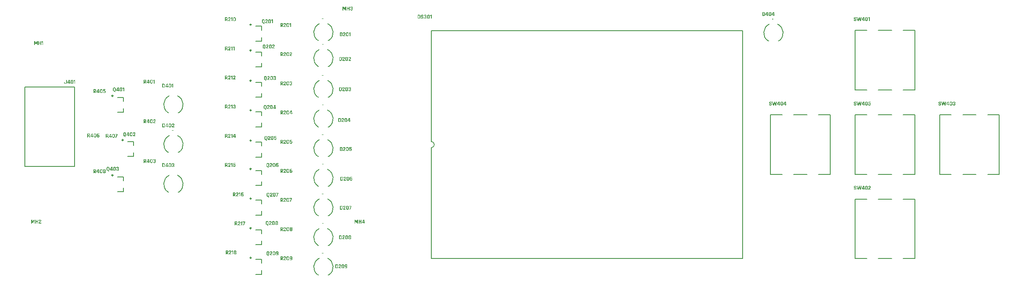
<source format=gto>
G04*
G04 #@! TF.GenerationSoftware,Altium Limited,Altium Designer,23.9.2 (47)*
G04*
G04 Layer_Color=65535*
%FSLAX44Y44*%
%MOMM*%
G71*
G04*
G04 #@! TF.SameCoordinates,693C47A8-3C61-47C9-A59D-3DA452520F73*
G04*
G04*
G04 #@! TF.FilePolarity,Positive*
G04*
G01*
G75*
%ADD10C,0.2000*%
%ADD11C,0.1500*%
%ADD12C,0.2500*%
G36*
X1504785Y554003D02*
X1504822Y553995D01*
X1504851Y553980D01*
X1504859Y553973D01*
X1504874Y553958D01*
X1504881Y553921D01*
X1504888Y553870D01*
Y553019D01*
X1505746D01*
X1505753D01*
X1505768D01*
X1505820Y552997D01*
X1505849Y552983D01*
X1505871Y552953D01*
X1505886Y552916D01*
X1505894Y552864D01*
Y552480D01*
X1505879Y552421D01*
X1505857Y552399D01*
X1505834Y552369D01*
X1505797Y552354D01*
X1505746Y552347D01*
X1504888D01*
Y551482D01*
X1504881Y551453D01*
X1504874Y551416D01*
X1504851Y551386D01*
X1504844Y551379D01*
X1504829Y551371D01*
X1504792Y551364D01*
X1504740Y551357D01*
X1504386D01*
X1504378D01*
X1504364D01*
X1504319Y551371D01*
X1504290Y551393D01*
X1504267Y551416D01*
X1504253Y551453D01*
X1504245Y551497D01*
Y552347D01*
X1503380D01*
X1503373D01*
X1503358D01*
X1503306Y552369D01*
X1503277Y552384D01*
X1503255Y552413D01*
X1503240Y552450D01*
X1503233Y552502D01*
Y552887D01*
X1503255Y552938D01*
X1503270Y552968D01*
X1503292Y552997D01*
X1503329Y553012D01*
X1503380Y553019D01*
X1504245D01*
Y553892D01*
X1504260Y553936D01*
X1504282Y553966D01*
X1504304Y553988D01*
X1504341Y554003D01*
X1504386Y554010D01*
X1504740D01*
X1504748D01*
X1504755D01*
X1504785Y554003D01*
D02*
G37*
G36*
X600235Y142113D02*
X600272Y142105D01*
X600301Y142090D01*
X600309Y142083D01*
X600323Y142068D01*
X600331Y142031D01*
X600338Y141980D01*
Y141130D01*
X601196D01*
X601203D01*
X601218D01*
X601270Y141107D01*
X601299Y141093D01*
X601321Y141063D01*
X601336Y141026D01*
X601343Y140974D01*
Y140590D01*
X601329Y140531D01*
X601307Y140509D01*
X601284Y140479D01*
X601247Y140464D01*
X601196Y140457D01*
X600338D01*
Y139592D01*
X600331Y139563D01*
X600323Y139526D01*
X600301Y139496D01*
X600294Y139489D01*
X600279Y139481D01*
X600242Y139474D01*
X600191Y139466D01*
X599836D01*
X599828D01*
X599813D01*
X599769Y139481D01*
X599740Y139503D01*
X599717Y139526D01*
X599703Y139563D01*
X599695Y139607D01*
Y140457D01*
X598830D01*
X598823D01*
X598808D01*
X598756Y140479D01*
X598727Y140494D01*
X598705Y140524D01*
X598690Y140560D01*
X598683Y140612D01*
Y140997D01*
X598705Y141048D01*
X598720Y141078D01*
X598742Y141107D01*
X598779Y141122D01*
X598830Y141130D01*
X599695D01*
Y142002D01*
X599710Y142046D01*
X599732Y142076D01*
X599754Y142098D01*
X599791Y142113D01*
X599836Y142120D01*
X600191D01*
X600198D01*
X600205D01*
X600235Y142113D01*
D02*
G37*
G36*
Y82423D02*
X600272Y82415D01*
X600301Y82400D01*
X600309Y82393D01*
X600323Y82378D01*
X600331Y82341D01*
X600338Y82290D01*
Y81440D01*
X601196D01*
X601203D01*
X601218D01*
X601270Y81417D01*
X601299Y81403D01*
X601321Y81373D01*
X601336Y81336D01*
X601343Y81284D01*
Y80900D01*
X601329Y80841D01*
X601307Y80819D01*
X601284Y80789D01*
X601247Y80774D01*
X601196Y80767D01*
X600338D01*
Y79902D01*
X600331Y79873D01*
X600323Y79836D01*
X600301Y79806D01*
X600294Y79799D01*
X600279Y79791D01*
X600242Y79784D01*
X600191Y79777D01*
X599836D01*
X599828D01*
X599813D01*
X599769Y79791D01*
X599740Y79813D01*
X599717Y79836D01*
X599703Y79873D01*
X599695Y79917D01*
Y80767D01*
X598830D01*
X598823D01*
X598808D01*
X598756Y80789D01*
X598727Y80804D01*
X598705Y80834D01*
X598690Y80870D01*
X598683Y80922D01*
Y81306D01*
X598705Y81358D01*
X598720Y81388D01*
X598742Y81417D01*
X598779Y81432D01*
X598830Y81440D01*
X599695D01*
Y82312D01*
X599710Y82356D01*
X599732Y82386D01*
X599754Y82408D01*
X599791Y82423D01*
X599836Y82430D01*
X600191D01*
X600198D01*
X600205D01*
X600235Y82423D01*
D02*
G37*
G36*
Y201803D02*
X600272Y201795D01*
X600301Y201780D01*
X600309Y201773D01*
X600323Y201758D01*
X600331Y201721D01*
X600338Y201670D01*
Y200820D01*
X601196D01*
X601203D01*
X601218D01*
X601270Y200797D01*
X601299Y200783D01*
X601321Y200753D01*
X601336Y200716D01*
X601343Y200664D01*
Y200280D01*
X601329Y200221D01*
X601307Y200199D01*
X601284Y200169D01*
X601247Y200154D01*
X601196Y200147D01*
X600338D01*
Y199282D01*
X600331Y199253D01*
X600323Y199216D01*
X600301Y199186D01*
X600294Y199179D01*
X600279Y199171D01*
X600242Y199164D01*
X600191Y199156D01*
X599836D01*
X599828D01*
X599813D01*
X599769Y199171D01*
X599740Y199193D01*
X599717Y199216D01*
X599703Y199253D01*
X599695Y199297D01*
Y200147D01*
X598830D01*
X598823D01*
X598808D01*
X598756Y200169D01*
X598727Y200184D01*
X598705Y200214D01*
X598690Y200250D01*
X598683Y200302D01*
Y200686D01*
X598705Y200738D01*
X598720Y200768D01*
X598742Y200797D01*
X598779Y200812D01*
X598830Y200820D01*
X599695D01*
Y201692D01*
X599710Y201736D01*
X599732Y201766D01*
X599754Y201788D01*
X599791Y201803D01*
X599836Y201810D01*
X600191D01*
X600198D01*
X600205D01*
X600235Y201803D01*
D02*
G37*
G36*
Y261493D02*
X600272Y261485D01*
X600301Y261470D01*
X600309Y261463D01*
X600323Y261448D01*
X600331Y261411D01*
X600338Y261360D01*
Y260510D01*
X601196D01*
X601203D01*
X601218D01*
X601270Y260487D01*
X601299Y260473D01*
X601321Y260443D01*
X601336Y260406D01*
X601343Y260354D01*
Y259970D01*
X601329Y259911D01*
X601307Y259889D01*
X601284Y259859D01*
X601247Y259844D01*
X601196Y259837D01*
X600338D01*
Y258972D01*
X600331Y258943D01*
X600323Y258906D01*
X600301Y258876D01*
X600294Y258869D01*
X600279Y258861D01*
X600242Y258854D01*
X600191Y258846D01*
X599836D01*
X599828D01*
X599813D01*
X599769Y258861D01*
X599740Y258883D01*
X599717Y258906D01*
X599703Y258943D01*
X599695Y258987D01*
Y259837D01*
X598830D01*
X598823D01*
X598808D01*
X598756Y259859D01*
X598727Y259874D01*
X598705Y259904D01*
X598690Y259940D01*
X598683Y259992D01*
Y260376D01*
X598705Y260428D01*
X598720Y260458D01*
X598742Y260487D01*
X598779Y260502D01*
X598830Y260510D01*
X599695D01*
Y261382D01*
X599710Y261426D01*
X599732Y261456D01*
X599754Y261478D01*
X599791Y261493D01*
X599836Y261500D01*
X600191D01*
X600198D01*
X600205D01*
X600235Y261493D01*
D02*
G37*
G36*
Y321183D02*
X600272Y321175D01*
X600301Y321160D01*
X600309Y321153D01*
X600323Y321138D01*
X600331Y321101D01*
X600338Y321050D01*
Y320200D01*
X601196D01*
X601203D01*
X601218D01*
X601270Y320177D01*
X601299Y320163D01*
X601321Y320133D01*
X601336Y320096D01*
X601343Y320044D01*
Y319660D01*
X601329Y319601D01*
X601307Y319579D01*
X601284Y319549D01*
X601247Y319534D01*
X601196Y319527D01*
X600338D01*
Y318662D01*
X600331Y318633D01*
X600323Y318596D01*
X600301Y318566D01*
X600294Y318559D01*
X600279Y318551D01*
X600242Y318544D01*
X600191Y318536D01*
X599836D01*
X599828D01*
X599813D01*
X599769Y318551D01*
X599740Y318573D01*
X599717Y318596D01*
X599703Y318633D01*
X599695Y318677D01*
Y319527D01*
X598830D01*
X598823D01*
X598808D01*
X598756Y319549D01*
X598727Y319564D01*
X598705Y319594D01*
X598690Y319630D01*
X598683Y319682D01*
Y320066D01*
X598705Y320118D01*
X598720Y320148D01*
X598742Y320177D01*
X598779Y320192D01*
X598830Y320200D01*
X599695D01*
Y321072D01*
X599710Y321116D01*
X599732Y321146D01*
X599754Y321168D01*
X599791Y321183D01*
X599836Y321190D01*
X600191D01*
X600198D01*
X600205D01*
X600235Y321183D01*
D02*
G37*
G36*
Y380873D02*
X600272Y380865D01*
X600301Y380850D01*
X600309Y380843D01*
X600323Y380828D01*
X600331Y380791D01*
X600338Y380740D01*
Y379890D01*
X601196D01*
X601203D01*
X601218D01*
X601270Y379867D01*
X601299Y379853D01*
X601321Y379823D01*
X601336Y379786D01*
X601343Y379734D01*
Y379350D01*
X601329Y379291D01*
X601307Y379269D01*
X601284Y379239D01*
X601247Y379224D01*
X601196Y379217D01*
X600338D01*
Y378352D01*
X600331Y378323D01*
X600323Y378286D01*
X600301Y378256D01*
X600294Y378249D01*
X600279Y378241D01*
X600242Y378234D01*
X600191Y378227D01*
X599836D01*
X599828D01*
X599813D01*
X599769Y378241D01*
X599740Y378264D01*
X599717Y378286D01*
X599703Y378323D01*
X599695Y378367D01*
Y379217D01*
X598830D01*
X598823D01*
X598808D01*
X598756Y379239D01*
X598727Y379254D01*
X598705Y379283D01*
X598690Y379320D01*
X598683Y379372D01*
Y379757D01*
X598705Y379808D01*
X598720Y379838D01*
X598742Y379867D01*
X598779Y379882D01*
X598830Y379890D01*
X599695D01*
Y380762D01*
X599710Y380806D01*
X599732Y380836D01*
X599754Y380858D01*
X599791Y380873D01*
X599836Y380880D01*
X600191D01*
X600198D01*
X600205D01*
X600235Y380873D01*
D02*
G37*
G36*
Y440563D02*
X600272Y440555D01*
X600301Y440540D01*
X600309Y440533D01*
X600323Y440518D01*
X600331Y440481D01*
X600338Y440430D01*
Y439580D01*
X601196D01*
X601203D01*
X601218D01*
X601270Y439557D01*
X601299Y439543D01*
X601321Y439513D01*
X601336Y439476D01*
X601343Y439424D01*
Y439040D01*
X601329Y438981D01*
X601307Y438959D01*
X601284Y438929D01*
X601247Y438914D01*
X601196Y438907D01*
X600338D01*
Y438042D01*
X600331Y438013D01*
X600323Y437976D01*
X600301Y437946D01*
X600294Y437939D01*
X600279Y437931D01*
X600242Y437924D01*
X600191Y437916D01*
X599836D01*
X599828D01*
X599813D01*
X599769Y437931D01*
X599740Y437953D01*
X599717Y437976D01*
X599703Y438013D01*
X599695Y438057D01*
Y438907D01*
X598830D01*
X598823D01*
X598808D01*
X598756Y438929D01*
X598727Y438944D01*
X598705Y438974D01*
X598690Y439010D01*
X598683Y439062D01*
Y439446D01*
X598705Y439498D01*
X598720Y439528D01*
X598742Y439557D01*
X598779Y439572D01*
X598830Y439580D01*
X599695D01*
Y440452D01*
X599710Y440496D01*
X599732Y440526D01*
X599754Y440548D01*
X599791Y440563D01*
X599836Y440570D01*
X600191D01*
X600198D01*
X600205D01*
X600235Y440563D01*
D02*
G37*
G36*
Y554863D02*
X600272Y554855D01*
X600301Y554840D01*
X600309Y554833D01*
X600323Y554818D01*
X600331Y554781D01*
X600338Y554730D01*
Y553880D01*
X601196D01*
X601203D01*
X601218D01*
X601270Y553857D01*
X601299Y553843D01*
X601321Y553813D01*
X601336Y553776D01*
X601343Y553724D01*
Y553340D01*
X601329Y553281D01*
X601307Y553259D01*
X601284Y553229D01*
X601247Y553214D01*
X601196Y553207D01*
X600338D01*
Y552342D01*
X600331Y552313D01*
X600323Y552276D01*
X600301Y552246D01*
X600294Y552239D01*
X600279Y552231D01*
X600242Y552224D01*
X600191Y552216D01*
X599836D01*
X599828D01*
X599813D01*
X599769Y552231D01*
X599740Y552253D01*
X599717Y552276D01*
X599703Y552313D01*
X599695Y552357D01*
Y553207D01*
X598830D01*
X598823D01*
X598808D01*
X598756Y553229D01*
X598727Y553244D01*
X598705Y553274D01*
X598690Y553310D01*
X598683Y553362D01*
Y553746D01*
X598705Y553798D01*
X598720Y553828D01*
X598742Y553857D01*
X598779Y553872D01*
X598830Y553880D01*
X599695D01*
Y554752D01*
X599710Y554796D01*
X599732Y554826D01*
X599754Y554848D01*
X599791Y554863D01*
X599836Y554870D01*
X600191D01*
X600198D01*
X600205D01*
X600235Y554863D01*
D02*
G37*
G36*
Y502793D02*
X600272Y502785D01*
X600301Y502770D01*
X600309Y502763D01*
X600323Y502748D01*
X600331Y502711D01*
X600338Y502660D01*
Y501810D01*
X601196D01*
X601203D01*
X601218D01*
X601270Y501787D01*
X601299Y501773D01*
X601321Y501743D01*
X601336Y501706D01*
X601343Y501654D01*
Y501270D01*
X601329Y501211D01*
X601307Y501189D01*
X601284Y501159D01*
X601247Y501144D01*
X601196Y501137D01*
X600338D01*
Y500272D01*
X600331Y500243D01*
X600323Y500206D01*
X600301Y500176D01*
X600294Y500169D01*
X600279Y500161D01*
X600242Y500154D01*
X600191Y500146D01*
X599836D01*
X599828D01*
X599813D01*
X599769Y500161D01*
X599740Y500183D01*
X599717Y500206D01*
X599703Y500243D01*
X599695Y500287D01*
Y501137D01*
X598830D01*
X598823D01*
X598808D01*
X598756Y501159D01*
X598727Y501174D01*
X598705Y501203D01*
X598690Y501240D01*
X598683Y501292D01*
Y501676D01*
X598705Y501728D01*
X598720Y501758D01*
X598742Y501787D01*
X598779Y501802D01*
X598830Y501810D01*
X599695D01*
Y502682D01*
X599710Y502726D01*
X599732Y502756D01*
X599754Y502778D01*
X599791Y502793D01*
X599836Y502800D01*
X600191D01*
X600198D01*
X600205D01*
X600235Y502793D01*
D02*
G37*
G36*
X298725Y249493D02*
X298762Y249485D01*
X298791Y249470D01*
X298799Y249463D01*
X298813Y249448D01*
X298821Y249411D01*
X298828Y249359D01*
Y248510D01*
X299686D01*
X299693D01*
X299708D01*
X299760Y248487D01*
X299789Y248473D01*
X299811Y248443D01*
X299826Y248406D01*
X299834Y248354D01*
Y247970D01*
X299819Y247911D01*
X299797Y247889D01*
X299774Y247859D01*
X299737Y247844D01*
X299686Y247837D01*
X298828D01*
Y246972D01*
X298821Y246943D01*
X298813Y246906D01*
X298791Y246876D01*
X298784Y246869D01*
X298769Y246861D01*
X298732Y246854D01*
X298680Y246847D01*
X298326D01*
X298318D01*
X298304D01*
X298259Y246861D01*
X298230Y246883D01*
X298207Y246906D01*
X298193Y246943D01*
X298185Y246987D01*
Y247837D01*
X297320D01*
X297313D01*
X297298D01*
X297246Y247859D01*
X297217Y247874D01*
X297195Y247903D01*
X297180Y247940D01*
X297173Y247992D01*
Y248377D01*
X297195Y248428D01*
X297210Y248458D01*
X297232Y248487D01*
X297269Y248502D01*
X297320Y248510D01*
X298185D01*
Y249382D01*
X298200Y249426D01*
X298222Y249456D01*
X298244Y249478D01*
X298281Y249493D01*
X298326Y249500D01*
X298680D01*
X298688D01*
X298695D01*
X298725Y249493D01*
D02*
G37*
G36*
Y329493D02*
X298762Y329485D01*
X298791Y329470D01*
X298799Y329463D01*
X298813Y329448D01*
X298821Y329411D01*
X298828Y329360D01*
Y328510D01*
X299686D01*
X299693D01*
X299708D01*
X299760Y328487D01*
X299789Y328473D01*
X299811Y328443D01*
X299826Y328406D01*
X299834Y328354D01*
Y327970D01*
X299819Y327911D01*
X299797Y327889D01*
X299774Y327859D01*
X299737Y327844D01*
X299686Y327837D01*
X298828D01*
Y326972D01*
X298821Y326943D01*
X298813Y326906D01*
X298791Y326876D01*
X298784Y326869D01*
X298769Y326861D01*
X298732Y326854D01*
X298680Y326847D01*
X298326D01*
X298318D01*
X298304D01*
X298259Y326861D01*
X298230Y326883D01*
X298207Y326906D01*
X298193Y326943D01*
X298185Y326987D01*
Y327837D01*
X297320D01*
X297313D01*
X297298D01*
X297246Y327859D01*
X297217Y327874D01*
X297195Y327904D01*
X297180Y327940D01*
X297173Y327992D01*
Y328377D01*
X297195Y328428D01*
X297210Y328458D01*
X297232Y328487D01*
X297269Y328502D01*
X297320Y328510D01*
X298185D01*
Y329382D01*
X298200Y329426D01*
X298222Y329456D01*
X298244Y329478D01*
X298281Y329493D01*
X298326Y329500D01*
X298680D01*
X298688D01*
X298695D01*
X298725Y329493D01*
D02*
G37*
G36*
Y409493D02*
X298762Y409485D01*
X298791Y409470D01*
X298799Y409463D01*
X298813Y409448D01*
X298821Y409411D01*
X298828Y409360D01*
Y408509D01*
X299686D01*
X299693D01*
X299708D01*
X299760Y408487D01*
X299789Y408473D01*
X299811Y408443D01*
X299826Y408406D01*
X299834Y408354D01*
Y407970D01*
X299819Y407911D01*
X299797Y407889D01*
X299774Y407859D01*
X299737Y407844D01*
X299686Y407837D01*
X298828D01*
Y406972D01*
X298821Y406943D01*
X298813Y406906D01*
X298791Y406876D01*
X298784Y406869D01*
X298769Y406861D01*
X298732Y406854D01*
X298680Y406847D01*
X298326D01*
X298318D01*
X298304D01*
X298259Y406861D01*
X298230Y406883D01*
X298207Y406906D01*
X298193Y406943D01*
X298185Y406987D01*
Y407837D01*
X297320D01*
X297313D01*
X297298D01*
X297246Y407859D01*
X297217Y407874D01*
X297195Y407904D01*
X297180Y407940D01*
X297173Y407992D01*
Y408377D01*
X297195Y408428D01*
X297210Y408458D01*
X297232Y408487D01*
X297269Y408502D01*
X297320Y408509D01*
X298185D01*
Y409382D01*
X298200Y409426D01*
X298222Y409456D01*
X298244Y409478D01*
X298281Y409493D01*
X298326Y409500D01*
X298680D01*
X298688D01*
X298695D01*
X298725Y409493D01*
D02*
G37*
G36*
X800697Y561107D02*
X800781D01*
X800866Y561092D01*
X801077Y561064D01*
X801317Y560994D01*
X801557Y560909D01*
X801796Y560782D01*
X802008Y560613D01*
X802036Y560585D01*
X802093Y560514D01*
X802177Y560402D01*
X802276Y560247D01*
X802360Y560035D01*
X802445Y559796D01*
X802501Y559500D01*
X802530Y559175D01*
Y558950D01*
Y558936D01*
Y558907D01*
X802501Y558823D01*
X802473Y558781D01*
X802431Y558738D01*
X802374Y558710D01*
X802290Y558696D01*
X801233D01*
X801148Y558724D01*
X801106Y558752D01*
X801063Y558809D01*
X801035Y558865D01*
X801021Y558950D01*
Y559020D01*
Y559034D01*
Y559091D01*
X801007Y559175D01*
X800993Y559274D01*
X800951Y559485D01*
X800894Y559570D01*
X800838Y559641D01*
X800824Y559655D01*
X800810Y559669D01*
X800753Y559697D01*
X800697Y559725D01*
X800612Y559753D01*
X800499Y559781D01*
X800359Y559810D01*
X799640D01*
X799555Y559796D01*
X799456Y559781D01*
X799231Y559739D01*
X799132Y559683D01*
X799062Y559626D01*
Y559612D01*
X799033Y559584D01*
X799005Y559542D01*
X798977Y559471D01*
X798949Y559373D01*
X798921Y559246D01*
X798906Y559091D01*
X798892Y558907D01*
Y558682D01*
Y558654D01*
X798906Y558597D01*
X798949Y558499D01*
X799019Y558386D01*
X799062Y558330D01*
X799132Y558273D01*
X799203Y558217D01*
X799301Y558174D01*
X799414Y558132D01*
X799541Y558090D01*
X799696Y558062D01*
X799865Y558033D01*
X799907D01*
X799964Y558019D01*
X800034D01*
X800119Y558005D01*
X800232Y557991D01*
X800471Y557949D01*
X800753Y557907D01*
X801049Y557836D01*
X801359Y557752D01*
X801669Y557639D01*
X801684Y557625D01*
X801740Y557596D01*
X801811Y557554D01*
X801909Y557484D01*
X802022Y557399D01*
X802135Y557286D01*
X802247Y557145D01*
X802360Y556990D01*
X802374Y556976D01*
X802403Y556906D01*
X802445Y556807D01*
X802501Y556680D01*
X802558Y556511D01*
X802600Y556314D01*
X802628Y556074D01*
X802642Y555820D01*
Y555411D01*
Y555397D01*
Y555369D01*
Y555327D01*
X802628Y555256D01*
X802614Y555087D01*
X802572Y554890D01*
X802515Y554650D01*
X802417Y554411D01*
X802290Y554185D01*
X802121Y553974D01*
X802093Y553945D01*
X802022Y553889D01*
X801909Y553818D01*
X801740Y553720D01*
X801543Y553621D01*
X801289Y553551D01*
X800993Y553494D01*
X800669Y553466D01*
X799273D01*
X799203Y553480D01*
X799033Y553494D01*
X798822Y553536D01*
X798596Y553593D01*
X798357Y553677D01*
X798117Y553804D01*
X797906Y553974D01*
X797877Y554002D01*
X797821Y554072D01*
X797737Y554185D01*
X797652Y554340D01*
X797553Y554552D01*
X797469Y554791D01*
X797412Y555087D01*
X797384Y555411D01*
Y555651D01*
Y555665D01*
Y555693D01*
X797412Y555778D01*
X797440Y555820D01*
X797497Y555863D01*
X797553Y555891D01*
X797638Y555905D01*
X798695D01*
X798780Y555877D01*
X798822Y555848D01*
X798850Y555792D01*
X798878Y555736D01*
X798892Y555651D01*
Y555552D01*
Y555538D01*
Y555482D01*
X798906Y555397D01*
X798921Y555313D01*
X798977Y555101D01*
X799019Y555003D01*
X799076Y554932D01*
X799090D01*
X799118Y554904D01*
X799160Y554890D01*
X799231Y554862D01*
X799315Y554833D01*
X799428Y554805D01*
X799569Y554791D01*
X799738Y554777D01*
X800359D01*
X800443Y554791D01*
X800542Y554805D01*
X800753Y554847D01*
X800852Y554890D01*
X800937Y554946D01*
X800951Y554960D01*
X800965Y554989D01*
X800993Y555031D01*
X801035Y555101D01*
X801077Y555186D01*
X801106Y555313D01*
X801120Y555454D01*
X801134Y555623D01*
Y555764D01*
Y555778D01*
Y555820D01*
X801120Y555877D01*
X801106Y555961D01*
X801063Y556046D01*
X801021Y556130D01*
X800951Y556215D01*
X800852Y556285D01*
X800838Y556300D01*
X800796Y556314D01*
X800739Y556356D01*
X800655Y556384D01*
X800556Y556426D01*
X800443Y556469D01*
X800302Y556497D01*
X800147Y556511D01*
X800133D01*
X800077Y556525D01*
X799992D01*
X799879Y556539D01*
X799752Y556567D01*
X799597Y556595D01*
X799428Y556624D01*
X799245Y556652D01*
X799231D01*
X799160Y556666D01*
X799076Y556694D01*
X798949Y556722D01*
X798808Y556765D01*
X798667Y556807D01*
X798343Y556906D01*
X798329Y556920D01*
X798272Y556934D01*
X798202Y556990D01*
X798103Y557047D01*
X797990Y557131D01*
X797877Y557244D01*
X797765Y557385D01*
X797652Y557540D01*
X797638Y557568D01*
X797610Y557625D01*
X797567Y557737D01*
X797511Y557878D01*
X797455Y558047D01*
X797412Y558259D01*
X797384Y558484D01*
X797370Y558752D01*
Y559175D01*
Y559189D01*
Y559218D01*
Y559260D01*
X797384Y559330D01*
X797398Y559500D01*
X797440Y559711D01*
X797497Y559936D01*
X797596Y560176D01*
X797722Y560402D01*
X797891Y560613D01*
X797920Y560641D01*
X797990Y560698D01*
X798117Y560768D01*
X798272Y560867D01*
X798484Y560966D01*
X798737Y561036D01*
X799033Y561092D01*
X799358Y561121D01*
X800626D01*
X800697Y561107D01*
D02*
G37*
G36*
X806857D02*
X807026Y561092D01*
X807238Y561064D01*
X807477Y560994D01*
X807717Y560909D01*
X807943Y560782D01*
X808154Y560613D01*
X808182Y560585D01*
X808239Y560529D01*
X808309Y560402D01*
X808408Y560247D01*
X808507Y560049D01*
X808577Y559810D01*
X808633Y559514D01*
X808662Y559189D01*
Y558597D01*
Y558583D01*
Y558555D01*
Y558499D01*
X808648Y558442D01*
X808605Y558259D01*
X808549Y558062D01*
X808436Y557836D01*
X808352Y557737D01*
X808267Y557625D01*
X808154Y557526D01*
X808027Y557441D01*
X807886Y557371D01*
X807717Y557300D01*
X807731D01*
X807759Y557286D01*
X807802Y557272D01*
X807872Y557258D01*
X808013Y557174D01*
X808196Y557061D01*
X808281Y556990D01*
X808366Y556892D01*
X808436Y556793D01*
X808521Y556666D01*
X808577Y556525D01*
X808619Y556370D01*
X808648Y556201D01*
X808662Y556003D01*
Y555397D01*
Y555383D01*
Y555355D01*
Y555313D01*
X808648Y555242D01*
X808633Y555073D01*
X808605Y554876D01*
X808535Y554636D01*
X808450Y554396D01*
X808323Y554171D01*
X808154Y553959D01*
X808126Y553945D01*
X808055Y553889D01*
X807943Y553804D01*
X807788Y553720D01*
X807576Y553621D01*
X807322Y553551D01*
X807040Y553494D01*
X806702Y553466D01*
X805546D01*
X805476Y553480D01*
X805307Y553494D01*
X805095Y553522D01*
X804870Y553593D01*
X804630Y553677D01*
X804390Y553790D01*
X804179Y553959D01*
X804151Y553988D01*
X804094Y554058D01*
X804024Y554171D01*
X803925Y554326D01*
X803826Y554537D01*
X803756Y554777D01*
X803699Y555073D01*
X803671Y555397D01*
Y555722D01*
Y555736D01*
Y555764D01*
X803699Y555863D01*
X803728Y555905D01*
X803784Y555947D01*
X803840Y555975D01*
X803925Y555989D01*
X804968D01*
X805053Y555961D01*
X805095Y555919D01*
X805137Y555877D01*
X805166Y555806D01*
X805180Y555722D01*
Y555411D01*
Y555397D01*
Y555355D01*
X805194Y555285D01*
Y555200D01*
X805250Y555031D01*
X805278Y554946D01*
X805335Y554876D01*
X805349D01*
X805363Y554847D01*
X805405Y554833D01*
X805462Y554805D01*
X805532Y554777D01*
X805631Y554749D01*
X805744Y554735D01*
X805870Y554721D01*
X806519D01*
X806589Y554735D01*
X806674D01*
X806857Y554791D01*
X806942Y554819D01*
X807012Y554876D01*
X807026Y554890D01*
X807040Y554904D01*
X807069Y554946D01*
X807097Y555003D01*
X807125Y555087D01*
X807153Y555172D01*
X807181Y555285D01*
Y555411D01*
Y556003D01*
Y556018D01*
Y556060D01*
X807167Y556130D01*
Y556201D01*
X807111Y556384D01*
X807069Y556455D01*
X807012Y556525D01*
X806998Y556539D01*
X806984Y556553D01*
X806942Y556581D01*
X806885Y556610D01*
X806801Y556638D01*
X806702Y556666D01*
X806589Y556694D01*
X805800D01*
X805715Y556722D01*
X805673Y556751D01*
X805631Y556807D01*
X805603Y556863D01*
X805589Y556948D01*
Y557653D01*
Y557667D01*
Y557695D01*
X805617Y557794D01*
X805645Y557836D01*
X805701Y557878D01*
X805758Y557907D01*
X805842Y557921D01*
X806519D01*
X806589Y557935D01*
X806674D01*
X806857Y557991D01*
X806942Y558019D01*
X807012Y558076D01*
X807026Y558090D01*
X807040Y558104D01*
X807069Y558146D01*
X807097Y558203D01*
X807125Y558287D01*
X807153Y558372D01*
X807181Y558484D01*
Y558611D01*
Y559175D01*
Y559189D01*
Y559232D01*
X807167Y559302D01*
Y559373D01*
X807111Y559556D01*
X807069Y559626D01*
X807012Y559697D01*
X806998Y559711D01*
X806984Y559725D01*
X806942Y559753D01*
X806885Y559781D01*
X806801Y559810D01*
X806702Y559838D01*
X806589Y559866D01*
X805814D01*
X805744Y559852D01*
X805659D01*
X805490Y559796D01*
X805405Y559753D01*
X805335Y559697D01*
X805307Y559669D01*
X805293Y559626D01*
X805264Y559570D01*
X805236Y559500D01*
X805208Y559415D01*
X805194Y559302D01*
X805180Y559175D01*
Y558879D01*
Y558865D01*
Y558837D01*
X805152Y558752D01*
X805123Y558710D01*
X805067Y558668D01*
X805011Y558640D01*
X804926Y558625D01*
X803883D01*
X803798Y558654D01*
X803756Y558682D01*
X803714Y558738D01*
X803685Y558795D01*
X803671Y558879D01*
Y559189D01*
Y559203D01*
Y559232D01*
Y559274D01*
X803685Y559344D01*
X803699Y559514D01*
X803742Y559711D01*
X803798Y559951D01*
X803883Y560176D01*
X804010Y560416D01*
X804179Y560613D01*
X804207Y560641D01*
X804277Y560698D01*
X804390Y560768D01*
X804559Y560867D01*
X804757Y560966D01*
X805011Y561036D01*
X805307Y561092D01*
X805631Y561121D01*
X806787D01*
X806857Y561107D01*
D02*
G37*
G36*
X818783Y561092D02*
X818826Y561064D01*
X818868Y561022D01*
X818896Y560966D01*
X818910Y560881D01*
Y553706D01*
Y553677D01*
Y553635D01*
X818882Y553565D01*
X818854Y553508D01*
X818840D01*
X818811Y553494D01*
X818755Y553480D01*
X818671Y553466D01*
X817599D01*
X817529Y553494D01*
X817472Y553522D01*
X817444Y553565D01*
X817416Y553621D01*
X817402Y553706D01*
Y559514D01*
X816232Y558851D01*
X816218D01*
X816189Y558837D01*
X816105Y558823D01*
X816063Y558837D01*
X816020Y558865D01*
X815992Y558907D01*
X815978Y558992D01*
Y559965D01*
Y559979D01*
Y559993D01*
X816006Y560078D01*
X816063Y560190D01*
X816105Y560233D01*
X816161Y560275D01*
X817247Y560966D01*
X817261Y560980D01*
X817289Y560994D01*
X817345Y561022D01*
X817402Y561050D01*
X817557Y561092D01*
X817641Y561121D01*
X818699D01*
X818783Y561092D01*
D02*
G37*
G36*
X813257Y561107D02*
X813426Y561092D01*
X813638Y561064D01*
X813863Y560994D01*
X814103Y560909D01*
X814329Y560782D01*
X814540Y560613D01*
X814568Y560585D01*
X814625Y560529D01*
X814695Y560402D01*
X814794Y560247D01*
X814893Y560049D01*
X814963Y559810D01*
X815019Y559514D01*
X815048Y559189D01*
Y555397D01*
Y555383D01*
Y555355D01*
Y555313D01*
X815033Y555242D01*
X815019Y555073D01*
X814991Y554876D01*
X814921Y554636D01*
X814836Y554396D01*
X814709Y554171D01*
X814540Y553959D01*
X814512Y553945D01*
X814441Y553889D01*
X814329Y553804D01*
X814174Y553720D01*
X813962Y553621D01*
X813723Y553551D01*
X813426Y553494D01*
X813102Y553466D01*
X811819D01*
X811749Y553480D01*
X811664D01*
X811580Y553494D01*
X811368Y553522D01*
X811129Y553593D01*
X810889Y553677D01*
X810649Y553790D01*
X810438Y553959D01*
X810410Y553988D01*
X810353Y554058D01*
X810283Y554171D01*
X810184Y554326D01*
X810086Y554537D01*
X810015Y554777D01*
X809959Y555073D01*
X809930Y555397D01*
Y559189D01*
Y559203D01*
Y559232D01*
Y559274D01*
X809945Y559344D01*
X809959Y559514D01*
X810001Y559711D01*
X810057Y559951D01*
X810142Y560176D01*
X810269Y560416D01*
X810438Y560613D01*
X810466Y560641D01*
X810537Y560698D01*
X810649Y560768D01*
X810818Y560867D01*
X811030Y560966D01*
X811284Y561036D01*
X811566Y561092D01*
X811904Y561121D01*
X813187D01*
X813257Y561107D01*
D02*
G37*
G36*
X794325D02*
X794494Y561092D01*
X794706Y561064D01*
X794931Y560994D01*
X795171Y560909D01*
X795411Y560782D01*
X795622Y560613D01*
X795650Y560585D01*
X795706Y560529D01*
X795791Y560402D01*
X795890Y560247D01*
X795974Y560049D01*
X796059Y559810D01*
X796115Y559514D01*
X796143Y559189D01*
Y555397D01*
Y555383D01*
Y555355D01*
Y555313D01*
X796129Y555242D01*
X796115Y555073D01*
X796073Y554876D01*
X796017Y554636D01*
X795918Y554396D01*
X795791Y554171D01*
X795622Y553959D01*
X795594Y553945D01*
X795523Y553889D01*
X795411Y553804D01*
X795241Y553720D01*
X795044Y553621D01*
X794790Y553551D01*
X794494Y553494D01*
X794170Y553466D01*
X791181D01*
X791097Y553494D01*
X791055Y553522D01*
X791012Y553565D01*
X790984Y553621D01*
X790970Y553706D01*
Y560881D01*
Y560895D01*
Y560923D01*
X790998Y561008D01*
X791026Y561050D01*
X791083Y561078D01*
X791139Y561107D01*
X791224Y561121D01*
X794255D01*
X794325Y561107D01*
D02*
G37*
G36*
X1507250Y566695D02*
X1507363Y566666D01*
X1507462Y566596D01*
X1507475Y566582D01*
X1507532Y566511D01*
X1507574Y566413D01*
X1507588Y566272D01*
Y561761D01*
X1508490D01*
X1508575Y561732D01*
X1508617Y561704D01*
X1508646Y561662D01*
X1508674Y561606D01*
X1508688Y561521D01*
Y560717D01*
Y560703D01*
Y560675D01*
X1508660Y560577D01*
X1508631Y560520D01*
X1508589Y560478D01*
X1508533Y560450D01*
X1508448Y560435D01*
X1507588D01*
Y559294D01*
Y559266D01*
Y559223D01*
X1507560Y559153D01*
X1507532Y559096D01*
X1507518D01*
X1507490Y559082D01*
X1507433Y559068D01*
X1507349Y559054D01*
X1506376D01*
X1506306Y559082D01*
X1506249Y559110D01*
X1506221Y559153D01*
X1506193Y559209D01*
X1506179Y559294D01*
Y560435D01*
X1503190D01*
X1503091Y560450D01*
X1502993Y560478D01*
X1502880Y560548D01*
X1502866Y560577D01*
X1502823Y560633D01*
X1502781Y560746D01*
X1502767Y560887D01*
Y561352D01*
Y561366D01*
Y561408D01*
X1502781Y561479D01*
Y561563D01*
X1502823Y561746D01*
X1502894Y561930D01*
X1505262Y566342D01*
Y566356D01*
X1505291Y566370D01*
X1505333Y566455D01*
X1505417Y566554D01*
X1505488Y566624D01*
X1505502Y566638D01*
X1505558Y566666D01*
X1505657Y566695D01*
X1505784Y566709D01*
X1507165D01*
X1507250Y566695D01*
D02*
G37*
G36*
X1499934D02*
X1500103Y566680D01*
X1500314Y566652D01*
X1500540Y566582D01*
X1500780Y566497D01*
X1501005Y566370D01*
X1501216Y566201D01*
X1501245Y566173D01*
X1501301Y566117D01*
X1501371Y565990D01*
X1501470Y565835D01*
X1501569Y565637D01*
X1501639Y565398D01*
X1501696Y565102D01*
X1501724Y564777D01*
Y560985D01*
Y560971D01*
Y560943D01*
Y560901D01*
X1501710Y560830D01*
X1501696Y560661D01*
X1501668Y560464D01*
X1501597Y560224D01*
X1501512Y559984D01*
X1501386Y559759D01*
X1501216Y559547D01*
X1501188Y559533D01*
X1501118Y559477D01*
X1501005Y559392D01*
X1500850Y559308D01*
X1500638Y559209D01*
X1500399Y559139D01*
X1500103Y559082D01*
X1499779Y559054D01*
X1498496D01*
X1498425Y559068D01*
X1498341D01*
X1498256Y559082D01*
X1498045Y559110D01*
X1497805Y559181D01*
X1497565Y559266D01*
X1497326Y559378D01*
X1497114Y559547D01*
X1497086Y559576D01*
X1497030Y559646D01*
X1496959Y559759D01*
X1496861Y559914D01*
X1496762Y560125D01*
X1496691Y560365D01*
X1496635Y560661D01*
X1496607Y560985D01*
Y564777D01*
Y564791D01*
Y564820D01*
Y564862D01*
X1496621Y564932D01*
X1496635Y565102D01*
X1496677Y565299D01*
X1496734Y565539D01*
X1496818Y565764D01*
X1496945Y566004D01*
X1497114Y566201D01*
X1497142Y566229D01*
X1497213Y566286D01*
X1497326Y566356D01*
X1497495Y566455D01*
X1497706Y566554D01*
X1497960Y566624D01*
X1498242Y566680D01*
X1498580Y566709D01*
X1499863D01*
X1499934Y566695D01*
D02*
G37*
G36*
X1494393D02*
X1494506Y566666D01*
X1494605Y566596D01*
X1494619Y566582D01*
X1494675Y566511D01*
X1494718Y566413D01*
X1494732Y566272D01*
Y561761D01*
X1495634D01*
X1495719Y561732D01*
X1495761Y561704D01*
X1495789Y561662D01*
X1495817Y561606D01*
X1495831Y561521D01*
Y560717D01*
Y560703D01*
Y560675D01*
X1495803Y560577D01*
X1495775Y560520D01*
X1495733Y560478D01*
X1495676Y560450D01*
X1495592Y560435D01*
X1494732D01*
Y559294D01*
Y559266D01*
Y559223D01*
X1494704Y559153D01*
X1494675Y559096D01*
X1494661D01*
X1494633Y559082D01*
X1494577Y559068D01*
X1494492Y559054D01*
X1493519D01*
X1493449Y559082D01*
X1493393Y559110D01*
X1493365Y559153D01*
X1493336Y559209D01*
X1493322Y559294D01*
Y560435D01*
X1490334D01*
X1490235Y560450D01*
X1490136Y560478D01*
X1490023Y560548D01*
X1490009Y560577D01*
X1489967Y560633D01*
X1489925Y560746D01*
X1489911Y560887D01*
Y561352D01*
Y561366D01*
Y561408D01*
X1489925Y561479D01*
Y561563D01*
X1489967Y561746D01*
X1490038Y561930D01*
X1492406Y566342D01*
Y566356D01*
X1492434Y566370D01*
X1492476Y566455D01*
X1492561Y566554D01*
X1492631Y566624D01*
X1492646Y566638D01*
X1492702Y566666D01*
X1492801Y566695D01*
X1492927Y566709D01*
X1494309D01*
X1494393Y566695D01*
D02*
G37*
G36*
X1487049D02*
X1487218Y566680D01*
X1487430Y566652D01*
X1487655Y566582D01*
X1487895Y566497D01*
X1488134Y566370D01*
X1488346Y566201D01*
X1488374Y566173D01*
X1488430Y566117D01*
X1488515Y565990D01*
X1488614Y565835D01*
X1488698Y565637D01*
X1488783Y565398D01*
X1488839Y565102D01*
X1488867Y564777D01*
Y560985D01*
Y560971D01*
Y560943D01*
Y560901D01*
X1488853Y560830D01*
X1488839Y560661D01*
X1488797Y560464D01*
X1488741Y560224D01*
X1488642Y559984D01*
X1488515Y559759D01*
X1488346Y559547D01*
X1488318Y559533D01*
X1488247Y559477D01*
X1488134Y559392D01*
X1487965Y559308D01*
X1487768Y559209D01*
X1487514Y559139D01*
X1487218Y559082D01*
X1486894Y559054D01*
X1483905D01*
X1483821Y559082D01*
X1483779Y559110D01*
X1483736Y559153D01*
X1483708Y559209D01*
X1483694Y559294D01*
Y566469D01*
Y566483D01*
Y566511D01*
X1483722Y566596D01*
X1483750Y566638D01*
X1483807Y566666D01*
X1483863Y566695D01*
X1483948Y566709D01*
X1486978D01*
X1487049Y566695D01*
D02*
G37*
G36*
X299923Y262149D02*
X300093Y262134D01*
X300304Y262106D01*
X300544Y262036D01*
X300783Y261951D01*
X301009Y261824D01*
X301220Y261655D01*
X301249Y261627D01*
X301305Y261571D01*
X301375Y261444D01*
X301474Y261289D01*
X301573Y261091D01*
X301643Y260852D01*
X301700Y260556D01*
X301728Y260231D01*
Y259639D01*
Y259625D01*
Y259597D01*
Y259541D01*
X301714Y259484D01*
X301672Y259301D01*
X301615Y259104D01*
X301502Y258878D01*
X301418Y258779D01*
X301333Y258667D01*
X301220Y258568D01*
X301094Y258483D01*
X300952Y258413D01*
X300783Y258342D01*
X300798D01*
X300826Y258328D01*
X300868Y258314D01*
X300938Y258300D01*
X301079Y258216D01*
X301263Y258103D01*
X301347Y258032D01*
X301432Y257934D01*
X301502Y257835D01*
X301587Y257708D01*
X301643Y257567D01*
X301686Y257412D01*
X301714Y257243D01*
X301728Y257045D01*
Y256439D01*
Y256425D01*
Y256397D01*
Y256355D01*
X301714Y256284D01*
X301700Y256115D01*
X301672Y255918D01*
X301601Y255678D01*
X301516Y255438D01*
X301390Y255213D01*
X301220Y255001D01*
X301192Y254987D01*
X301122Y254931D01*
X301009Y254846D01*
X300854Y254762D01*
X300642Y254663D01*
X300389Y254593D01*
X300107Y254536D01*
X299768Y254508D01*
X298612D01*
X298542Y254522D01*
X298373Y254536D01*
X298161Y254564D01*
X297936Y254635D01*
X297696Y254720D01*
X297456Y254832D01*
X297245Y255001D01*
X297217Y255030D01*
X297160Y255100D01*
X297090Y255213D01*
X296991Y255368D01*
X296893Y255579D01*
X296822Y255819D01*
X296766Y256115D01*
X296737Y256439D01*
Y256763D01*
Y256778D01*
Y256806D01*
X296766Y256905D01*
X296794Y256947D01*
X296850Y256989D01*
X296907Y257017D01*
X296991Y257031D01*
X298034D01*
X298119Y257003D01*
X298161Y256961D01*
X298204Y256919D01*
X298232Y256848D01*
X298246Y256763D01*
Y256453D01*
Y256439D01*
Y256397D01*
X298260Y256327D01*
Y256242D01*
X298316Y256073D01*
X298345Y255988D01*
X298401Y255918D01*
X298415D01*
X298429Y255889D01*
X298472Y255875D01*
X298528Y255847D01*
X298598Y255819D01*
X298697Y255791D01*
X298810Y255777D01*
X298937Y255763D01*
X299585D01*
X299656Y255777D01*
X299740D01*
X299923Y255833D01*
X300008Y255861D01*
X300079Y255918D01*
X300093Y255932D01*
X300107Y255946D01*
X300135Y255988D01*
X300163Y256045D01*
X300191Y256129D01*
X300219Y256214D01*
X300248Y256327D01*
Y256453D01*
Y257045D01*
Y257060D01*
Y257102D01*
X300234Y257172D01*
Y257243D01*
X300177Y257426D01*
X300135Y257497D01*
X300079Y257567D01*
X300064Y257581D01*
X300050Y257595D01*
X300008Y257623D01*
X299952Y257652D01*
X299867Y257680D01*
X299768Y257708D01*
X299656Y257736D01*
X298866D01*
X298782Y257764D01*
X298739Y257793D01*
X298697Y257849D01*
X298669Y257905D01*
X298655Y257990D01*
Y258695D01*
Y258709D01*
Y258737D01*
X298683Y258836D01*
X298711Y258878D01*
X298768Y258920D01*
X298824Y258949D01*
X298909Y258963D01*
X299585D01*
X299656Y258977D01*
X299740D01*
X299923Y259033D01*
X300008Y259061D01*
X300079Y259118D01*
X300093Y259132D01*
X300107Y259146D01*
X300135Y259188D01*
X300163Y259245D01*
X300191Y259329D01*
X300219Y259414D01*
X300248Y259527D01*
Y259653D01*
Y260217D01*
Y260231D01*
Y260274D01*
X300234Y260344D01*
Y260415D01*
X300177Y260598D01*
X300135Y260668D01*
X300079Y260739D01*
X300064Y260753D01*
X300050Y260767D01*
X300008Y260795D01*
X299952Y260823D01*
X299867Y260852D01*
X299768Y260880D01*
X299656Y260908D01*
X298880D01*
X298810Y260894D01*
X298725D01*
X298556Y260838D01*
X298472Y260795D01*
X298401Y260739D01*
X298373Y260711D01*
X298359Y260668D01*
X298330Y260612D01*
X298302Y260541D01*
X298274Y260457D01*
X298260Y260344D01*
X298246Y260217D01*
Y259921D01*
Y259907D01*
Y259879D01*
X298218Y259794D01*
X298190Y259752D01*
X298133Y259710D01*
X298077Y259682D01*
X297992Y259667D01*
X296949D01*
X296864Y259696D01*
X296822Y259724D01*
X296780Y259780D01*
X296752Y259837D01*
X296737Y259921D01*
Y260231D01*
Y260245D01*
Y260274D01*
Y260316D01*
X296752Y260386D01*
X296766Y260556D01*
X296808Y260753D01*
X296864Y260993D01*
X296949Y261218D01*
X297076Y261458D01*
X297245Y261655D01*
X297273Y261683D01*
X297344Y261740D01*
X297456Y261810D01*
X297626Y261909D01*
X297823Y262008D01*
X298077Y262078D01*
X298373Y262134D01*
X298697Y262163D01*
X299853D01*
X299923Y262149D01*
D02*
G37*
G36*
X293848D02*
X294017Y262134D01*
X294228Y262106D01*
X294454Y262036D01*
X294694Y261951D01*
X294919Y261824D01*
X295131Y261655D01*
X295159Y261627D01*
X295215Y261571D01*
X295285Y261444D01*
X295384Y261289D01*
X295483Y261091D01*
X295553Y260852D01*
X295610Y260556D01*
X295638Y260231D01*
Y256439D01*
Y256425D01*
Y256397D01*
Y256355D01*
X295624Y256284D01*
X295610Y256115D01*
X295582Y255918D01*
X295511Y255678D01*
X295427Y255438D01*
X295300Y255213D01*
X295131Y255001D01*
X295102Y254987D01*
X295032Y254931D01*
X294919Y254846D01*
X294764Y254762D01*
X294552Y254663D01*
X294313Y254593D01*
X294017Y254536D01*
X293693Y254508D01*
X292410D01*
X292339Y254522D01*
X292255D01*
X292170Y254536D01*
X291959Y254564D01*
X291719Y254635D01*
X291479Y254720D01*
X291240Y254832D01*
X291028Y255001D01*
X291000Y255030D01*
X290944Y255100D01*
X290873Y255213D01*
X290774Y255368D01*
X290676Y255579D01*
X290605Y255819D01*
X290549Y256115D01*
X290521Y256439D01*
Y260231D01*
Y260245D01*
Y260274D01*
Y260316D01*
X290535Y260386D01*
X290549Y260556D01*
X290591Y260753D01*
X290648Y260993D01*
X290732Y261218D01*
X290859Y261458D01*
X291028Y261655D01*
X291056Y261683D01*
X291127Y261740D01*
X291240Y261810D01*
X291409Y261909D01*
X291620Y262008D01*
X291874Y262078D01*
X292156Y262134D01*
X292494Y262163D01*
X293777D01*
X293848Y262149D01*
D02*
G37*
G36*
X288307D02*
X288420Y262120D01*
X288519Y262050D01*
X288533Y262036D01*
X288589Y261965D01*
X288632Y261867D01*
X288646Y261726D01*
Y257215D01*
X289548D01*
X289633Y257186D01*
X289675Y257158D01*
X289703Y257116D01*
X289731Y257060D01*
X289745Y256975D01*
Y256171D01*
Y256157D01*
Y256129D01*
X289717Y256031D01*
X289689Y255974D01*
X289647Y255932D01*
X289590Y255904D01*
X289506Y255889D01*
X288646D01*
Y254748D01*
Y254720D01*
Y254677D01*
X288618Y254607D01*
X288589Y254550D01*
X288575D01*
X288547Y254536D01*
X288491Y254522D01*
X288406Y254508D01*
X287433D01*
X287363Y254536D01*
X287307Y254564D01*
X287278Y254607D01*
X287250Y254663D01*
X287236Y254748D01*
Y255889D01*
X284248D01*
X284149Y255904D01*
X284050Y255932D01*
X283937Y256002D01*
X283923Y256031D01*
X283881Y256087D01*
X283839Y256200D01*
X283825Y256341D01*
Y256806D01*
Y256820D01*
Y256862D01*
X283839Y256933D01*
Y257017D01*
X283881Y257201D01*
X283952Y257384D01*
X286320Y261796D01*
Y261810D01*
X286348Y261824D01*
X286390Y261909D01*
X286475Y262008D01*
X286545Y262078D01*
X286560Y262092D01*
X286616Y262120D01*
X286715Y262149D01*
X286841Y262163D01*
X288223D01*
X288307Y262149D01*
D02*
G37*
G36*
X280963D02*
X281132Y262134D01*
X281344Y262106D01*
X281569Y262036D01*
X281809Y261951D01*
X282048Y261824D01*
X282260Y261655D01*
X282288Y261627D01*
X282344Y261571D01*
X282429Y261444D01*
X282528Y261289D01*
X282612Y261091D01*
X282697Y260852D01*
X282753Y260556D01*
X282782Y260231D01*
Y256439D01*
Y256425D01*
Y256397D01*
Y256355D01*
X282767Y256284D01*
X282753Y256115D01*
X282711Y255918D01*
X282655Y255678D01*
X282556Y255438D01*
X282429Y255213D01*
X282260Y255001D01*
X282232Y254987D01*
X282161Y254931D01*
X282048Y254846D01*
X281879Y254762D01*
X281682Y254663D01*
X281428Y254593D01*
X281132Y254536D01*
X280808Y254508D01*
X277819D01*
X277735Y254536D01*
X277693Y254564D01*
X277650Y254607D01*
X277622Y254663D01*
X277608Y254748D01*
Y261923D01*
Y261937D01*
Y261965D01*
X277636Y262050D01*
X277664Y262092D01*
X277721Y262120D01*
X277777Y262149D01*
X277862Y262163D01*
X280893D01*
X280963Y262149D01*
D02*
G37*
G36*
X299839Y342159D02*
X300008Y342145D01*
X300219Y342116D01*
X300459Y342046D01*
X300699Y341961D01*
X300924Y341834D01*
X301136Y341665D01*
X301164Y341637D01*
X301220Y341581D01*
X301291Y341454D01*
X301390Y341299D01*
X301488Y341101D01*
X301559Y340862D01*
X301615Y340566D01*
X301643Y340241D01*
Y339776D01*
Y339762D01*
Y339734D01*
Y339692D01*
X301629Y339621D01*
Y339537D01*
X301601Y339452D01*
X301559Y339240D01*
X301474Y338987D01*
X301347Y338733D01*
X301263Y338606D01*
X301178Y338465D01*
X301065Y338352D01*
X300938Y338226D01*
X298697Y336322D01*
X298669Y336294D01*
X298626Y336238D01*
X298570Y336153D01*
X298556Y336097D01*
X298542Y336040D01*
Y335843D01*
X301446D01*
X301530Y335815D01*
X301573Y335787D01*
X301601Y335730D01*
X301629Y335674D01*
X301643Y335589D01*
Y334758D01*
Y334744D01*
Y334715D01*
X301615Y334645D01*
X301587Y334589D01*
X301545Y334560D01*
X301488Y334532D01*
X301404Y334518D01*
X297062D01*
X296977Y334546D01*
X296935Y334574D01*
X296893Y334617D01*
X296864Y334673D01*
X296850Y334758D01*
Y335900D01*
Y335914D01*
Y335928D01*
X296864Y336012D01*
X296879Y336139D01*
X296921Y336294D01*
X296991Y336478D01*
X297104Y336675D01*
X297245Y336872D01*
X297442Y337056D01*
X299627Y338916D01*
X299656Y338930D01*
X299712Y338987D01*
X299797Y339085D01*
X299895Y339198D01*
X299994Y339339D01*
X300079Y339494D01*
X300135Y339678D01*
X300163Y339861D01*
Y340227D01*
Y340241D01*
Y340284D01*
X300149Y340354D01*
Y340425D01*
X300093Y340608D01*
X300050Y340678D01*
X299994Y340749D01*
X299980Y340763D01*
X299966Y340777D01*
X299923Y340805D01*
X299867Y340834D01*
X299783Y340862D01*
X299684Y340890D01*
X299571Y340918D01*
X298951D01*
X298880Y340904D01*
X298796D01*
X298626Y340848D01*
X298542Y340805D01*
X298472Y340749D01*
X298443Y340721D01*
X298429Y340678D01*
X298401Y340622D01*
X298373Y340551D01*
X298345Y340467D01*
X298330Y340354D01*
X298316Y340227D01*
Y339847D01*
Y339833D01*
Y339804D01*
X298288Y339720D01*
X298260Y339663D01*
X298218Y339621D01*
X298161Y339593D01*
X298077Y339579D01*
X297020D01*
X296935Y339607D01*
X296893Y339649D01*
X296850Y339692D01*
X296822Y339762D01*
X296808Y339847D01*
Y340241D01*
Y340256D01*
Y340284D01*
Y340326D01*
X296822Y340396D01*
X296836Y340566D01*
X296879Y340763D01*
X296935Y341003D01*
X297020Y341228D01*
X297146Y341468D01*
X297316Y341665D01*
X297344Y341693D01*
X297414Y341750D01*
X297527Y341820D01*
X297696Y341919D01*
X297894Y342018D01*
X298147Y342088D01*
X298443Y342145D01*
X298768Y342173D01*
X299768D01*
X299839Y342159D01*
D02*
G37*
G36*
X293848D02*
X294017Y342145D01*
X294228Y342116D01*
X294454Y342046D01*
X294694Y341961D01*
X294919Y341834D01*
X295131Y341665D01*
X295159Y341637D01*
X295215Y341581D01*
X295285Y341454D01*
X295384Y341299D01*
X295483Y341101D01*
X295553Y340862D01*
X295610Y340566D01*
X295638Y340241D01*
Y336449D01*
Y336435D01*
Y336407D01*
Y336365D01*
X295624Y336294D01*
X295610Y336125D01*
X295582Y335928D01*
X295511Y335688D01*
X295427Y335448D01*
X295300Y335223D01*
X295131Y335011D01*
X295102Y334997D01*
X295032Y334941D01*
X294919Y334856D01*
X294764Y334772D01*
X294552Y334673D01*
X294313Y334603D01*
X294017Y334546D01*
X293693Y334518D01*
X292410D01*
X292339Y334532D01*
X292255D01*
X292170Y334546D01*
X291959Y334574D01*
X291719Y334645D01*
X291479Y334729D01*
X291240Y334842D01*
X291028Y335011D01*
X291000Y335040D01*
X290944Y335110D01*
X290873Y335223D01*
X290774Y335378D01*
X290676Y335589D01*
X290605Y335829D01*
X290549Y336125D01*
X290521Y336449D01*
Y340241D01*
Y340256D01*
Y340284D01*
Y340326D01*
X290535Y340396D01*
X290549Y340566D01*
X290591Y340763D01*
X290648Y341003D01*
X290732Y341228D01*
X290859Y341468D01*
X291028Y341665D01*
X291056Y341693D01*
X291127Y341750D01*
X291240Y341820D01*
X291409Y341919D01*
X291620Y342018D01*
X291874Y342088D01*
X292156Y342145D01*
X292494Y342173D01*
X293777D01*
X293848Y342159D01*
D02*
G37*
G36*
X288307D02*
X288420Y342130D01*
X288519Y342060D01*
X288533Y342046D01*
X288589Y341975D01*
X288632Y341877D01*
X288646Y341736D01*
Y337225D01*
X289548D01*
X289633Y337196D01*
X289675Y337168D01*
X289703Y337126D01*
X289731Y337070D01*
X289745Y336985D01*
Y336181D01*
Y336167D01*
Y336139D01*
X289717Y336040D01*
X289689Y335984D01*
X289647Y335942D01*
X289590Y335914D01*
X289506Y335900D01*
X288646D01*
Y334758D01*
Y334729D01*
Y334687D01*
X288618Y334617D01*
X288589Y334560D01*
X288575D01*
X288547Y334546D01*
X288491Y334532D01*
X288406Y334518D01*
X287433D01*
X287363Y334546D01*
X287307Y334574D01*
X287278Y334617D01*
X287250Y334673D01*
X287236Y334758D01*
Y335900D01*
X284248D01*
X284149Y335914D01*
X284050Y335942D01*
X283937Y336012D01*
X283923Y336040D01*
X283881Y336097D01*
X283839Y336210D01*
X283825Y336351D01*
Y336816D01*
Y336830D01*
Y336872D01*
X283839Y336943D01*
Y337027D01*
X283881Y337211D01*
X283952Y337394D01*
X286320Y341806D01*
Y341820D01*
X286348Y341834D01*
X286390Y341919D01*
X286475Y342018D01*
X286545Y342088D01*
X286560Y342102D01*
X286616Y342130D01*
X286715Y342159D01*
X286841Y342173D01*
X288223D01*
X288307Y342159D01*
D02*
G37*
G36*
X280963D02*
X281132Y342145D01*
X281344Y342116D01*
X281569Y342046D01*
X281809Y341961D01*
X282048Y341834D01*
X282260Y341665D01*
X282288Y341637D01*
X282344Y341581D01*
X282429Y341454D01*
X282528Y341299D01*
X282612Y341101D01*
X282697Y340862D01*
X282753Y340566D01*
X282782Y340241D01*
Y336449D01*
Y336435D01*
Y336407D01*
Y336365D01*
X282767Y336294D01*
X282753Y336125D01*
X282711Y335928D01*
X282655Y335688D01*
X282556Y335448D01*
X282429Y335223D01*
X282260Y335011D01*
X282232Y334997D01*
X282161Y334941D01*
X282048Y334856D01*
X281879Y334772D01*
X281682Y334673D01*
X281428Y334603D01*
X281132Y334546D01*
X280808Y334518D01*
X277819D01*
X277735Y334546D01*
X277693Y334574D01*
X277650Y334617D01*
X277622Y334673D01*
X277608Y334758D01*
Y341933D01*
Y341947D01*
Y341975D01*
X277636Y342060D01*
X277664Y342102D01*
X277721Y342130D01*
X277777Y342159D01*
X277862Y342173D01*
X280893D01*
X280963Y342159D01*
D02*
G37*
G36*
X299374Y422155D02*
X299416Y422126D01*
X299458Y422084D01*
X299486Y422028D01*
X299501Y421943D01*
Y414768D01*
Y414739D01*
Y414697D01*
X299472Y414627D01*
X299444Y414570D01*
X299430D01*
X299402Y414556D01*
X299345Y414542D01*
X299261Y414528D01*
X298190D01*
X298119Y414556D01*
X298063Y414584D01*
X298034Y414627D01*
X298006Y414683D01*
X297992Y414768D01*
Y420576D01*
X296822Y419913D01*
X296808D01*
X296780Y419899D01*
X296695Y419885D01*
X296653Y419899D01*
X296611Y419927D01*
X296583Y419969D01*
X296568Y420054D01*
Y421027D01*
Y421041D01*
Y421055D01*
X296597Y421139D01*
X296653Y421252D01*
X296695Y421295D01*
X296752Y421337D01*
X297837Y422028D01*
X297851Y422042D01*
X297879Y422056D01*
X297936Y422084D01*
X297992Y422112D01*
X298147Y422155D01*
X298232Y422183D01*
X299289D01*
X299374Y422155D01*
D02*
G37*
G36*
X293848Y422169D02*
X294017Y422155D01*
X294228Y422126D01*
X294454Y422056D01*
X294694Y421971D01*
X294919Y421844D01*
X295131Y421675D01*
X295159Y421647D01*
X295215Y421591D01*
X295285Y421464D01*
X295384Y421309D01*
X295483Y421111D01*
X295553Y420872D01*
X295610Y420576D01*
X295638Y420251D01*
Y416459D01*
Y416445D01*
Y416417D01*
Y416375D01*
X295624Y416304D01*
X295610Y416135D01*
X295582Y415938D01*
X295511Y415698D01*
X295427Y415458D01*
X295300Y415233D01*
X295131Y415021D01*
X295102Y415007D01*
X295032Y414951D01*
X294919Y414866D01*
X294764Y414782D01*
X294552Y414683D01*
X294313Y414613D01*
X294017Y414556D01*
X293693Y414528D01*
X292410D01*
X292339Y414542D01*
X292255D01*
X292170Y414556D01*
X291959Y414584D01*
X291719Y414655D01*
X291479Y414739D01*
X291240Y414852D01*
X291028Y415021D01*
X291000Y415050D01*
X290944Y415120D01*
X290873Y415233D01*
X290774Y415388D01*
X290676Y415599D01*
X290605Y415839D01*
X290549Y416135D01*
X290521Y416459D01*
Y420251D01*
Y420266D01*
Y420294D01*
Y420336D01*
X290535Y420406D01*
X290549Y420576D01*
X290591Y420773D01*
X290648Y421013D01*
X290732Y421238D01*
X290859Y421478D01*
X291028Y421675D01*
X291056Y421703D01*
X291127Y421760D01*
X291240Y421830D01*
X291409Y421929D01*
X291620Y422028D01*
X291874Y422098D01*
X292156Y422155D01*
X292494Y422183D01*
X293777D01*
X293848Y422169D01*
D02*
G37*
G36*
X288307D02*
X288420Y422140D01*
X288519Y422070D01*
X288533Y422056D01*
X288589Y421985D01*
X288632Y421887D01*
X288646Y421746D01*
Y417235D01*
X289548D01*
X289633Y417206D01*
X289675Y417178D01*
X289703Y417136D01*
X289731Y417080D01*
X289745Y416995D01*
Y416191D01*
Y416177D01*
Y416149D01*
X289717Y416050D01*
X289689Y415994D01*
X289647Y415952D01*
X289590Y415924D01*
X289506Y415910D01*
X288646D01*
Y414768D01*
Y414739D01*
Y414697D01*
X288618Y414627D01*
X288589Y414570D01*
X288575D01*
X288547Y414556D01*
X288491Y414542D01*
X288406Y414528D01*
X287433D01*
X287363Y414556D01*
X287307Y414584D01*
X287278Y414627D01*
X287250Y414683D01*
X287236Y414768D01*
Y415910D01*
X284248D01*
X284149Y415924D01*
X284050Y415952D01*
X283937Y416022D01*
X283923Y416050D01*
X283881Y416107D01*
X283839Y416220D01*
X283825Y416361D01*
Y416826D01*
Y416840D01*
Y416882D01*
X283839Y416953D01*
Y417037D01*
X283881Y417220D01*
X283952Y417404D01*
X286320Y421816D01*
Y421830D01*
X286348Y421844D01*
X286390Y421929D01*
X286475Y422028D01*
X286545Y422098D01*
X286560Y422112D01*
X286616Y422140D01*
X286715Y422169D01*
X286841Y422183D01*
X288223D01*
X288307Y422169D01*
D02*
G37*
G36*
X280963D02*
X281132Y422155D01*
X281344Y422126D01*
X281569Y422056D01*
X281809Y421971D01*
X282048Y421844D01*
X282260Y421675D01*
X282288Y421647D01*
X282344Y421591D01*
X282429Y421464D01*
X282528Y421309D01*
X282612Y421111D01*
X282697Y420872D01*
X282753Y420576D01*
X282782Y420251D01*
Y416459D01*
Y416445D01*
Y416417D01*
Y416375D01*
X282767Y416304D01*
X282753Y416135D01*
X282711Y415938D01*
X282655Y415698D01*
X282556Y415458D01*
X282429Y415233D01*
X282260Y415021D01*
X282232Y415007D01*
X282161Y414951D01*
X282048Y414866D01*
X281879Y414782D01*
X281682Y414683D01*
X281428Y414613D01*
X281132Y414556D01*
X280808Y414528D01*
X277819D01*
X277735Y414556D01*
X277693Y414584D01*
X277650Y414627D01*
X277622Y414683D01*
X277608Y414768D01*
Y421943D01*
Y421957D01*
Y421985D01*
X277636Y422070D01*
X277664Y422112D01*
X277721Y422140D01*
X277777Y422169D01*
X277862Y422183D01*
X280893D01*
X280963Y422169D01*
D02*
G37*
G36*
X677799Y148596D02*
X677841Y148568D01*
X677884Y148526D01*
X677912Y148470D01*
X677926Y148385D01*
Y141210D01*
Y141196D01*
Y141167D01*
X677898Y141097D01*
X677870Y141040D01*
X677813Y141012D01*
X677757Y140984D01*
X677672Y140970D01*
X676615D01*
X676531Y140998D01*
X676488Y141026D01*
X676446Y141069D01*
X676418Y141125D01*
X676404Y141210D01*
Y144001D01*
Y144029D01*
X676390Y144071D01*
X676347Y144114D01*
X676277Y144142D01*
X674233D01*
X674190Y144128D01*
X674148Y144085D01*
X674120Y144001D01*
Y141210D01*
Y141196D01*
Y141167D01*
X674092Y141097D01*
X674063Y141040D01*
X674007Y141012D01*
X673951Y140984D01*
X673866Y140970D01*
X672809D01*
X672724Y140998D01*
X672682Y141026D01*
X672640Y141069D01*
X672612Y141125D01*
X672598Y141210D01*
Y148385D01*
Y148399D01*
Y148427D01*
X672626Y148512D01*
X672654Y148554D01*
X672710Y148582D01*
X672767Y148611D01*
X672851Y148625D01*
X673908D01*
X673993Y148596D01*
X674035Y148568D01*
X674078Y148526D01*
X674106Y148470D01*
X674120Y148385D01*
Y145580D01*
Y145566D01*
X674134Y145523D01*
X674176Y145467D01*
X674261Y145453D01*
X676291D01*
X676347Y145467D01*
X676390Y145509D01*
X676404Y145580D01*
Y148385D01*
Y148399D01*
Y148427D01*
X676432Y148512D01*
X676460Y148554D01*
X676516Y148582D01*
X676573Y148611D01*
X676657Y148625D01*
X677715D01*
X677799Y148596D01*
D02*
G37*
G36*
X670934D02*
X670976Y148568D01*
X671019Y148526D01*
X671047Y148470D01*
X671061Y148385D01*
Y141210D01*
Y141196D01*
Y141167D01*
X671033Y141097D01*
X671004Y141040D01*
X670948Y141012D01*
X670892Y140984D01*
X670807Y140970D01*
X669792D01*
X669708Y140998D01*
X669665Y141026D01*
X669623Y141069D01*
X669595Y141125D01*
X669581Y141210D01*
Y146862D01*
X669524D01*
X668312Y142873D01*
Y142859D01*
X668298Y142831D01*
X668256Y142760D01*
X668157Y142676D01*
X668101Y142647D01*
X668016Y142633D01*
X666973D01*
X666888Y142662D01*
X666846Y142690D01*
X666789Y142732D01*
X666747Y142788D01*
X666719Y142873D01*
X665479Y146877D01*
X665422D01*
Y141210D01*
Y141181D01*
Y141139D01*
X665408Y141069D01*
X665380Y141012D01*
X665366D01*
X665338Y140998D01*
X665281Y140984D01*
X665182Y140970D01*
X664153D01*
X664069Y140998D01*
X664026Y141026D01*
X663984Y141069D01*
X663956Y141125D01*
X663942Y141210D01*
Y148385D01*
Y148399D01*
Y148427D01*
X663970Y148512D01*
X663998Y148554D01*
X664055Y148582D01*
X664111Y148611D01*
X664196Y148625D01*
X666000D01*
X666070Y148611D01*
X666141Y148554D01*
X666169Y148526D01*
X666197Y148470D01*
X667466Y144255D01*
X667537D01*
X668820Y148470D01*
Y148484D01*
X668834Y148498D01*
X668862Y148554D01*
X668932Y148596D01*
X668975Y148625D01*
X670849D01*
X670934Y148596D01*
D02*
G37*
G36*
X683579Y148611D02*
X683692Y148582D01*
X683791Y148512D01*
X683805Y148498D01*
X683861Y148427D01*
X683903Y148329D01*
X683917Y148188D01*
Y143677D01*
X684820D01*
X684904Y143648D01*
X684946Y143620D01*
X684975Y143578D01*
X685003Y143522D01*
X685017Y143437D01*
Y142633D01*
Y142619D01*
Y142591D01*
X684989Y142493D01*
X684960Y142436D01*
X684918Y142394D01*
X684862Y142366D01*
X684777Y142352D01*
X683917D01*
Y141210D01*
Y141181D01*
Y141139D01*
X683889Y141069D01*
X683861Y141012D01*
X683847D01*
X683819Y140998D01*
X683762Y140984D01*
X683678Y140970D01*
X682705D01*
X682635Y140998D01*
X682578Y141026D01*
X682550Y141069D01*
X682522Y141125D01*
X682508Y141210D01*
Y142352D01*
X679519D01*
X679420Y142366D01*
X679322Y142394D01*
X679209Y142464D01*
X679195Y142493D01*
X679153Y142549D01*
X679110Y142662D01*
X679096Y142803D01*
Y143268D01*
Y143282D01*
Y143324D01*
X679110Y143395D01*
Y143479D01*
X679153Y143663D01*
X679223Y143846D01*
X681591Y148258D01*
Y148272D01*
X681619Y148286D01*
X681662Y148371D01*
X681746Y148470D01*
X681817Y148540D01*
X681831Y148554D01*
X681887Y148582D01*
X681986Y148611D01*
X682113Y148625D01*
X683494D01*
X683579Y148611D01*
D02*
G37*
G36*
X653997Y577839D02*
X654039Y577811D01*
X654081Y577769D01*
X654110Y577712D01*
X654124Y577628D01*
Y570452D01*
Y570438D01*
Y570410D01*
X654096Y570340D01*
X654067Y570283D01*
X654011Y570255D01*
X653955Y570227D01*
X653870Y570213D01*
X652813D01*
X652728Y570241D01*
X652686Y570269D01*
X652644Y570311D01*
X652615Y570368D01*
X652601Y570452D01*
Y573243D01*
Y573272D01*
X652587Y573314D01*
X652545Y573356D01*
X652474Y573385D01*
X650430D01*
X650388Y573370D01*
X650346Y573328D01*
X650318Y573243D01*
Y570452D01*
Y570438D01*
Y570410D01*
X650289Y570340D01*
X650261Y570283D01*
X650205Y570255D01*
X650148Y570227D01*
X650064Y570213D01*
X649007D01*
X648922Y570241D01*
X648880Y570269D01*
X648837Y570311D01*
X648809Y570368D01*
X648795Y570452D01*
Y577628D01*
Y577642D01*
Y577670D01*
X648823Y577755D01*
X648851Y577797D01*
X648908Y577825D01*
X648964Y577853D01*
X649049Y577867D01*
X650106D01*
X650191Y577839D01*
X650233Y577811D01*
X650275Y577769D01*
X650303Y577712D01*
X650318Y577628D01*
Y574822D01*
Y574808D01*
X650332Y574766D01*
X650374Y574710D01*
X650459Y574696D01*
X652488D01*
X652545Y574710D01*
X652587Y574752D01*
X652601Y574822D01*
Y577628D01*
Y577642D01*
Y577670D01*
X652629Y577755D01*
X652658Y577797D01*
X652714Y577825D01*
X652770Y577853D01*
X652855Y577867D01*
X653912D01*
X653997Y577839D01*
D02*
G37*
G36*
X647132D02*
X647174Y577811D01*
X647216Y577769D01*
X647244Y577712D01*
X647259Y577628D01*
Y570452D01*
Y570438D01*
Y570410D01*
X647230Y570340D01*
X647202Y570283D01*
X647146Y570255D01*
X647089Y570227D01*
X647005Y570213D01*
X645990D01*
X645905Y570241D01*
X645863Y570269D01*
X645821Y570311D01*
X645792Y570368D01*
X645778Y570452D01*
Y576105D01*
X645722D01*
X644510Y572116D01*
Y572102D01*
X644495Y572074D01*
X644453Y572003D01*
X644354Y571918D01*
X644298Y571890D01*
X644213Y571876D01*
X643170D01*
X643086Y571904D01*
X643044Y571932D01*
X642987Y571975D01*
X642945Y572031D01*
X642917Y572116D01*
X641676Y576119D01*
X641620D01*
Y570452D01*
Y570424D01*
Y570382D01*
X641606Y570311D01*
X641577Y570255D01*
X641563D01*
X641535Y570241D01*
X641479Y570227D01*
X641380Y570213D01*
X640351D01*
X640266Y570241D01*
X640224Y570269D01*
X640182Y570311D01*
X640154Y570368D01*
X640139Y570452D01*
Y577628D01*
Y577642D01*
Y577670D01*
X640168Y577755D01*
X640196Y577797D01*
X640252Y577825D01*
X640309Y577853D01*
X640393Y577867D01*
X642198D01*
X642268Y577853D01*
X642339Y577797D01*
X642367Y577769D01*
X642395Y577712D01*
X643664Y573497D01*
X643734D01*
X645017Y577712D01*
Y577726D01*
X645031Y577741D01*
X645059Y577797D01*
X645130Y577839D01*
X645172Y577867D01*
X647047D01*
X647132Y577839D01*
D02*
G37*
G36*
X658536Y577853D02*
X658705Y577839D01*
X658917Y577811D01*
X659156Y577741D01*
X659396Y577656D01*
X659622Y577529D01*
X659833Y577360D01*
X659861Y577332D01*
X659918Y577275D01*
X659988Y577148D01*
X660087Y576993D01*
X660185Y576796D01*
X660256Y576556D01*
X660312Y576260D01*
X660340Y575936D01*
Y575344D01*
Y575330D01*
Y575302D01*
Y575245D01*
X660326Y575189D01*
X660284Y575006D01*
X660228Y574808D01*
X660115Y574583D01*
X660030Y574484D01*
X659946Y574371D01*
X659833Y574273D01*
X659706Y574188D01*
X659565Y574118D01*
X659396Y574047D01*
X659410D01*
X659438Y574033D01*
X659481Y574019D01*
X659551Y574005D01*
X659692Y573920D01*
X659875Y573807D01*
X659960Y573737D01*
X660044Y573638D01*
X660115Y573540D01*
X660200Y573413D01*
X660256Y573272D01*
X660298Y573117D01*
X660326Y572948D01*
X660340Y572750D01*
Y572144D01*
Y572130D01*
Y572102D01*
Y572059D01*
X660326Y571989D01*
X660312Y571820D01*
X660284Y571622D01*
X660214Y571383D01*
X660129Y571143D01*
X660002Y570918D01*
X659833Y570706D01*
X659805Y570692D01*
X659734Y570636D01*
X659622Y570551D01*
X659466Y570466D01*
X659255Y570368D01*
X659001Y570297D01*
X658719Y570241D01*
X658381Y570213D01*
X657225D01*
X657155Y570227D01*
X656985Y570241D01*
X656774Y570269D01*
X656548Y570340D01*
X656309Y570424D01*
X656069Y570537D01*
X655858Y570706D01*
X655829Y570734D01*
X655773Y570805D01*
X655703Y570918D01*
X655604Y571073D01*
X655505Y571284D01*
X655435Y571524D01*
X655378Y571820D01*
X655350Y572144D01*
Y572468D01*
Y572482D01*
Y572510D01*
X655378Y572609D01*
X655407Y572651D01*
X655463Y572694D01*
X655519Y572722D01*
X655604Y572736D01*
X656647D01*
X656732Y572708D01*
X656774Y572666D01*
X656816Y572623D01*
X656844Y572553D01*
X656859Y572468D01*
Y572158D01*
Y572144D01*
Y572102D01*
X656873Y572031D01*
Y571947D01*
X656929Y571777D01*
X656957Y571693D01*
X657014Y571622D01*
X657028D01*
X657042Y571594D01*
X657084Y571580D01*
X657141Y571552D01*
X657211Y571524D01*
X657310Y571496D01*
X657422Y571481D01*
X657549Y571467D01*
X658198D01*
X658268Y571481D01*
X658353D01*
X658536Y571538D01*
X658621Y571566D01*
X658691Y571622D01*
X658705Y571637D01*
X658719Y571651D01*
X658748Y571693D01*
X658776Y571749D01*
X658804Y571834D01*
X658832Y571918D01*
X658860Y572031D01*
Y572158D01*
Y572750D01*
Y572764D01*
Y572807D01*
X658846Y572877D01*
Y572948D01*
X658790Y573131D01*
X658748Y573201D01*
X658691Y573272D01*
X658677Y573286D01*
X658663Y573300D01*
X658621Y573328D01*
X658564Y573356D01*
X658480Y573385D01*
X658381Y573413D01*
X658268Y573441D01*
X657479D01*
X657394Y573469D01*
X657352Y573497D01*
X657310Y573554D01*
X657281Y573610D01*
X657267Y573695D01*
Y574399D01*
Y574414D01*
Y574442D01*
X657296Y574540D01*
X657324Y574583D01*
X657380Y574625D01*
X657437Y574653D01*
X657521Y574667D01*
X658198D01*
X658268Y574681D01*
X658353D01*
X658536Y574738D01*
X658621Y574766D01*
X658691Y574822D01*
X658705Y574837D01*
X658719Y574851D01*
X658748Y574893D01*
X658776Y574949D01*
X658804Y575034D01*
X658832Y575118D01*
X658860Y575231D01*
Y575358D01*
Y575922D01*
Y575936D01*
Y575978D01*
X658846Y576049D01*
Y576119D01*
X658790Y576303D01*
X658748Y576373D01*
X658691Y576444D01*
X658677Y576458D01*
X658663Y576472D01*
X658621Y576500D01*
X658564Y576528D01*
X658480Y576556D01*
X658381Y576585D01*
X658268Y576613D01*
X657493D01*
X657422Y576599D01*
X657338D01*
X657169Y576542D01*
X657084Y576500D01*
X657014Y576444D01*
X656985Y576415D01*
X656971Y576373D01*
X656943Y576317D01*
X656915Y576246D01*
X656887Y576162D01*
X656873Y576049D01*
X656859Y575922D01*
Y575626D01*
Y575612D01*
Y575584D01*
X656830Y575499D01*
X656802Y575457D01*
X656746Y575415D01*
X656689Y575386D01*
X656605Y575372D01*
X655562D01*
X655477Y575400D01*
X655435Y575429D01*
X655393Y575485D01*
X655364Y575541D01*
X655350Y575626D01*
Y575936D01*
Y575950D01*
Y575978D01*
Y576021D01*
X655364Y576091D01*
X655378Y576260D01*
X655421Y576458D01*
X655477Y576697D01*
X655562Y576923D01*
X655688Y577163D01*
X655858Y577360D01*
X655886Y577388D01*
X655956Y577444D01*
X656069Y577515D01*
X656238Y577614D01*
X656436Y577712D01*
X656689Y577783D01*
X656985Y577839D01*
X657310Y577867D01*
X658466D01*
X658536Y577853D01*
D02*
G37*
G36*
X27813Y148596D02*
X27856Y148568D01*
X27898Y148526D01*
X27926Y148470D01*
X27940Y148385D01*
Y141210D01*
Y141196D01*
Y141167D01*
X27912Y141097D01*
X27884Y141040D01*
X27827Y141012D01*
X27771Y140984D01*
X27686Y140970D01*
X26629D01*
X26544Y140998D01*
X26502Y141026D01*
X26460Y141069D01*
X26432Y141125D01*
X26418Y141210D01*
Y144001D01*
Y144029D01*
X26404Y144071D01*
X26361Y144114D01*
X26291Y144142D01*
X24247D01*
X24204Y144128D01*
X24162Y144085D01*
X24134Y144001D01*
Y141210D01*
Y141196D01*
Y141167D01*
X24106Y141097D01*
X24077Y141040D01*
X24021Y141012D01*
X23965Y140984D01*
X23880Y140970D01*
X22823D01*
X22738Y140998D01*
X22696Y141026D01*
X22654Y141069D01*
X22626Y141125D01*
X22611Y141210D01*
Y148385D01*
Y148399D01*
Y148427D01*
X22640Y148512D01*
X22668Y148554D01*
X22724Y148582D01*
X22781Y148611D01*
X22865Y148625D01*
X23923D01*
X24007Y148596D01*
X24049Y148568D01*
X24092Y148526D01*
X24120Y148470D01*
X24134Y148385D01*
Y145580D01*
Y145566D01*
X24148Y145523D01*
X24190Y145467D01*
X24275Y145453D01*
X26305D01*
X26361Y145467D01*
X26404Y145509D01*
X26418Y145580D01*
Y148385D01*
Y148399D01*
Y148427D01*
X26446Y148512D01*
X26474Y148554D01*
X26530Y148582D01*
X26587Y148611D01*
X26671Y148625D01*
X27729D01*
X27813Y148596D01*
D02*
G37*
G36*
X20948D02*
X20990Y148568D01*
X21033Y148526D01*
X21061Y148470D01*
X21075Y148385D01*
Y141210D01*
Y141196D01*
Y141167D01*
X21047Y141097D01*
X21019Y141040D01*
X20962Y141012D01*
X20906Y140984D01*
X20821Y140970D01*
X19806D01*
X19722Y140998D01*
X19679Y141026D01*
X19637Y141069D01*
X19609Y141125D01*
X19595Y141210D01*
Y146862D01*
X19538D01*
X18326Y142873D01*
Y142859D01*
X18312Y142831D01*
X18270Y142760D01*
X18171Y142676D01*
X18115Y142647D01*
X18030Y142633D01*
X16987D01*
X16902Y142662D01*
X16860Y142690D01*
X16803Y142732D01*
X16761Y142788D01*
X16733Y142873D01*
X15493Y146877D01*
X15436D01*
Y141210D01*
Y141181D01*
Y141139D01*
X15422Y141069D01*
X15394Y141012D01*
X15380D01*
X15352Y140998D01*
X15295Y140984D01*
X15196Y140970D01*
X14167D01*
X14083Y140998D01*
X14040Y141026D01*
X13998Y141069D01*
X13970Y141125D01*
X13956Y141210D01*
Y148385D01*
Y148399D01*
Y148427D01*
X13984Y148512D01*
X14012Y148554D01*
X14069Y148582D01*
X14125Y148611D01*
X14210Y148625D01*
X16014D01*
X16085Y148611D01*
X16155Y148554D01*
X16183Y148526D01*
X16211Y148470D01*
X17480Y144255D01*
X17551D01*
X18834Y148470D01*
Y148484D01*
X18848Y148498D01*
X18876Y148554D01*
X18946Y148596D01*
X18988Y148625D01*
X20863D01*
X20948Y148596D01*
D02*
G37*
G36*
X32268Y148611D02*
X32437Y148596D01*
X32648Y148568D01*
X32888Y148498D01*
X33128Y148413D01*
X33353Y148286D01*
X33565Y148117D01*
X33593Y148089D01*
X33649Y148033D01*
X33720Y147906D01*
X33819Y147751D01*
X33917Y147553D01*
X33988Y147314D01*
X34044Y147018D01*
X34072Y146693D01*
Y146228D01*
Y146214D01*
Y146186D01*
Y146144D01*
X34058Y146073D01*
Y145989D01*
X34030Y145904D01*
X33988Y145693D01*
X33903Y145439D01*
X33776Y145185D01*
X33692Y145058D01*
X33607Y144917D01*
X33494Y144804D01*
X33368Y144677D01*
X31126Y142774D01*
X31098Y142746D01*
X31056Y142690D01*
X30999Y142605D01*
X30985Y142549D01*
X30971Y142493D01*
Y142295D01*
X33875D01*
X33960Y142267D01*
X34002Y142239D01*
X34030Y142182D01*
X34058Y142126D01*
X34072Y142041D01*
Y141210D01*
Y141196D01*
Y141167D01*
X34044Y141097D01*
X34016Y141040D01*
X33974Y141012D01*
X33917Y140984D01*
X33833Y140970D01*
X29491D01*
X29406Y140998D01*
X29364Y141026D01*
X29322Y141069D01*
X29293Y141125D01*
X29279Y141210D01*
Y142352D01*
Y142366D01*
Y142380D01*
X29293Y142464D01*
X29307Y142591D01*
X29350Y142746D01*
X29420Y142929D01*
X29533Y143127D01*
X29674Y143324D01*
X29871Y143507D01*
X32057Y145368D01*
X32085Y145382D01*
X32141Y145439D01*
X32226Y145537D01*
X32324Y145650D01*
X32423Y145791D01*
X32508Y145946D01*
X32564Y146130D01*
X32592Y146313D01*
Y146679D01*
Y146693D01*
Y146736D01*
X32578Y146806D01*
Y146877D01*
X32522Y147060D01*
X32479Y147130D01*
X32423Y147201D01*
X32409Y147215D01*
X32395Y147229D01*
X32352Y147257D01*
X32296Y147285D01*
X32211Y147314D01*
X32113Y147342D01*
X32000Y147370D01*
X31380D01*
X31309Y147356D01*
X31225D01*
X31056Y147300D01*
X30971Y147257D01*
X30900Y147201D01*
X30872Y147173D01*
X30858Y147130D01*
X30830Y147074D01*
X30802Y147003D01*
X30774Y146919D01*
X30759Y146806D01*
X30745Y146679D01*
Y146299D01*
Y146285D01*
Y146256D01*
X30717Y146172D01*
X30689Y146115D01*
X30647Y146073D01*
X30590Y146045D01*
X30506Y146031D01*
X29448D01*
X29364Y146059D01*
X29322Y146101D01*
X29279Y146144D01*
X29251Y146214D01*
X29237Y146299D01*
Y146693D01*
Y146707D01*
Y146736D01*
Y146778D01*
X29251Y146848D01*
X29265Y147018D01*
X29307Y147215D01*
X29364Y147455D01*
X29448Y147680D01*
X29575Y147920D01*
X29745Y148117D01*
X29773Y148145D01*
X29843Y148202D01*
X29956Y148272D01*
X30125Y148371D01*
X30322Y148470D01*
X30576Y148540D01*
X30872Y148596D01*
X31196Y148625D01*
X32197D01*
X32268Y148611D01*
D02*
G37*
G36*
X34081Y507989D02*
X34123Y507961D01*
X34165Y507919D01*
X34193Y507862D01*
X34207Y507778D01*
Y500602D01*
Y500588D01*
Y500560D01*
X34179Y500490D01*
X34151Y500433D01*
X34095Y500405D01*
X34038Y500377D01*
X33954Y500363D01*
X32896D01*
X32812Y500391D01*
X32769Y500419D01*
X32727Y500461D01*
X32699Y500518D01*
X32685Y500602D01*
Y503394D01*
Y503422D01*
X32671Y503464D01*
X32629Y503506D01*
X32558Y503535D01*
X30514D01*
X30472Y503520D01*
X30429Y503478D01*
X30401Y503394D01*
Y500602D01*
Y500588D01*
Y500560D01*
X30373Y500490D01*
X30345Y500433D01*
X30288Y500405D01*
X30232Y500377D01*
X30148Y500363D01*
X29090D01*
X29006Y500391D01*
X28963Y500419D01*
X28921Y500461D01*
X28893Y500518D01*
X28879Y500602D01*
Y507778D01*
Y507792D01*
Y507820D01*
X28907Y507905D01*
X28935Y507947D01*
X28991Y507975D01*
X29048Y508003D01*
X29132Y508017D01*
X30190D01*
X30274Y507989D01*
X30317Y507961D01*
X30359Y507919D01*
X30387Y507862D01*
X30401Y507778D01*
Y504972D01*
Y504958D01*
X30415Y504916D01*
X30458Y504860D01*
X30542Y504846D01*
X32572D01*
X32629Y504860D01*
X32671Y504902D01*
X32685Y504972D01*
Y507778D01*
Y507792D01*
Y507820D01*
X32713Y507905D01*
X32741Y507947D01*
X32798Y507975D01*
X32854Y508003D01*
X32939Y508017D01*
X33996D01*
X34081Y507989D01*
D02*
G37*
G36*
X27215D02*
X27258Y507961D01*
X27300Y507919D01*
X27328Y507862D01*
X27342Y507778D01*
Y500602D01*
Y500588D01*
Y500560D01*
X27314Y500490D01*
X27286Y500433D01*
X27229Y500405D01*
X27173Y500377D01*
X27088Y500363D01*
X26073D01*
X25989Y500391D01*
X25947Y500419D01*
X25904Y500461D01*
X25876Y500518D01*
X25862Y500602D01*
Y506255D01*
X25806D01*
X24593Y502266D01*
Y502252D01*
X24579Y502224D01*
X24537Y502153D01*
X24438Y502068D01*
X24382Y502040D01*
X24297Y502026D01*
X23254D01*
X23169Y502054D01*
X23127Y502082D01*
X23071Y502125D01*
X23029Y502181D01*
X23000Y502266D01*
X21760Y506269D01*
X21703D01*
Y500602D01*
Y500574D01*
Y500532D01*
X21689Y500461D01*
X21661Y500405D01*
X21647D01*
X21619Y500391D01*
X21562Y500377D01*
X21464Y500363D01*
X20435D01*
X20350Y500391D01*
X20308Y500419D01*
X20266Y500461D01*
X20237Y500518D01*
X20223Y500602D01*
Y507778D01*
Y507792D01*
Y507820D01*
X20251Y507905D01*
X20280Y507947D01*
X20336Y507975D01*
X20392Y508003D01*
X20477Y508017D01*
X22281D01*
X22352Y508003D01*
X22422Y507947D01*
X22450Y507919D01*
X22479Y507862D01*
X23747Y503647D01*
X23818D01*
X25101Y507862D01*
Y507876D01*
X25115Y507891D01*
X25143Y507947D01*
X25213Y507989D01*
X25256Y508017D01*
X27131D01*
X27215Y507989D01*
D02*
G37*
G36*
X38070D02*
X38112Y507961D01*
X38155Y507919D01*
X38183Y507862D01*
X38197Y507778D01*
Y500602D01*
Y500574D01*
Y500532D01*
X38169Y500461D01*
X38140Y500405D01*
X38126D01*
X38098Y500391D01*
X38042Y500377D01*
X37957Y500363D01*
X36886D01*
X36815Y500391D01*
X36759Y500419D01*
X36731Y500461D01*
X36703Y500518D01*
X36688Y500602D01*
Y506410D01*
X35518Y505748D01*
X35504D01*
X35476Y505734D01*
X35391Y505719D01*
X35349Y505734D01*
X35307Y505762D01*
X35279Y505804D01*
X35265Y505889D01*
Y506861D01*
Y506875D01*
Y506890D01*
X35293Y506974D01*
X35349Y507087D01*
X35391Y507129D01*
X35448Y507172D01*
X36533Y507862D01*
X36548Y507876D01*
X36576Y507891D01*
X36632Y507919D01*
X36688Y507947D01*
X36844Y507989D01*
X36928Y508017D01*
X37985D01*
X38070Y507989D01*
D02*
G37*
G36*
X1671171Y386355D02*
X1671255D01*
X1671340Y386340D01*
X1671551Y386312D01*
X1671791Y386242D01*
X1672031Y386157D01*
X1672270Y386030D01*
X1672482Y385861D01*
X1672510Y385833D01*
X1672566Y385762D01*
X1672651Y385650D01*
X1672750Y385495D01*
X1672834Y385283D01*
X1672919Y385044D01*
X1672975Y384748D01*
X1673003Y384423D01*
Y384198D01*
Y384184D01*
Y384155D01*
X1672975Y384071D01*
X1672947Y384029D01*
X1672905Y383986D01*
X1672848Y383958D01*
X1672764Y383944D01*
X1671707D01*
X1671622Y383972D01*
X1671580Y384000D01*
X1671537Y384057D01*
X1671509Y384113D01*
X1671495Y384198D01*
Y384268D01*
Y384282D01*
Y384339D01*
X1671481Y384423D01*
X1671467Y384522D01*
X1671425Y384733D01*
X1671368Y384818D01*
X1671312Y384888D01*
X1671298Y384903D01*
X1671284Y384917D01*
X1671227Y384945D01*
X1671171Y384973D01*
X1671086Y385001D01*
X1670973Y385029D01*
X1670833Y385058D01*
X1670114D01*
X1670029Y385044D01*
X1669930Y385029D01*
X1669705Y384987D01*
X1669606Y384931D01*
X1669536Y384874D01*
Y384860D01*
X1669507Y384832D01*
X1669479Y384790D01*
X1669451Y384719D01*
X1669423Y384621D01*
X1669395Y384494D01*
X1669380Y384339D01*
X1669366Y384155D01*
Y383930D01*
Y383902D01*
X1669380Y383845D01*
X1669423Y383747D01*
X1669493Y383634D01*
X1669536Y383577D01*
X1669606Y383521D01*
X1669677Y383465D01*
X1669775Y383422D01*
X1669888Y383380D01*
X1670015Y383338D01*
X1670170Y383310D01*
X1670339Y383281D01*
X1670381D01*
X1670438Y383267D01*
X1670508D01*
X1670593Y383253D01*
X1670706Y383239D01*
X1670945Y383197D01*
X1671227Y383155D01*
X1671523Y383084D01*
X1671833Y382999D01*
X1672144Y382887D01*
X1672158Y382873D01*
X1672214Y382844D01*
X1672285Y382802D01*
X1672383Y382732D01*
X1672496Y382647D01*
X1672609Y382534D01*
X1672722Y382393D01*
X1672834Y382238D01*
X1672848Y382224D01*
X1672876Y382154D01*
X1672919Y382055D01*
X1672975Y381928D01*
X1673032Y381759D01*
X1673074Y381562D01*
X1673102Y381322D01*
X1673116Y381068D01*
Y380659D01*
Y380645D01*
Y380617D01*
Y380575D01*
X1673102Y380504D01*
X1673088Y380335D01*
X1673046Y380138D01*
X1672989Y379898D01*
X1672891Y379659D01*
X1672764Y379433D01*
X1672595Y379221D01*
X1672566Y379193D01*
X1672496Y379137D01*
X1672383Y379066D01*
X1672214Y378968D01*
X1672017Y378869D01*
X1671763Y378799D01*
X1671467Y378742D01*
X1671143Y378714D01*
X1669747D01*
X1669677Y378728D01*
X1669507Y378742D01*
X1669296Y378784D01*
X1669070Y378841D01*
X1668831Y378926D01*
X1668591Y379052D01*
X1668380Y379221D01*
X1668351Y379250D01*
X1668295Y379320D01*
X1668210Y379433D01*
X1668126Y379588D01*
X1668027Y379799D01*
X1667943Y380039D01*
X1667886Y380335D01*
X1667858Y380659D01*
Y380899D01*
Y380913D01*
Y380941D01*
X1667886Y381026D01*
X1667914Y381068D01*
X1667971Y381110D01*
X1668027Y381139D01*
X1668112Y381153D01*
X1669169D01*
X1669254Y381125D01*
X1669296Y381096D01*
X1669324Y381040D01*
X1669352Y380984D01*
X1669366Y380899D01*
Y380800D01*
Y380786D01*
Y380730D01*
X1669380Y380645D01*
X1669395Y380561D01*
X1669451Y380349D01*
X1669493Y380251D01*
X1669550Y380180D01*
X1669564D01*
X1669592Y380152D01*
X1669634Y380138D01*
X1669705Y380110D01*
X1669789Y380081D01*
X1669902Y380053D01*
X1670043Y380039D01*
X1670212Y380025D01*
X1670833D01*
X1670917Y380039D01*
X1671016Y380053D01*
X1671227Y380095D01*
X1671326Y380138D01*
X1671410Y380194D01*
X1671425Y380208D01*
X1671439Y380237D01*
X1671467Y380279D01*
X1671509Y380349D01*
X1671551Y380434D01*
X1671580Y380561D01*
X1671594Y380702D01*
X1671608Y380871D01*
Y381012D01*
Y381026D01*
Y381068D01*
X1671594Y381125D01*
X1671580Y381209D01*
X1671537Y381294D01*
X1671495Y381378D01*
X1671425Y381463D01*
X1671326Y381533D01*
X1671312Y381548D01*
X1671270Y381562D01*
X1671213Y381604D01*
X1671129Y381632D01*
X1671030Y381674D01*
X1670917Y381717D01*
X1670776Y381745D01*
X1670621Y381759D01*
X1670607D01*
X1670551Y381773D01*
X1670466D01*
X1670353Y381787D01*
X1670226Y381815D01*
X1670071Y381843D01*
X1669902Y381872D01*
X1669719Y381900D01*
X1669705D01*
X1669634Y381914D01*
X1669550Y381942D01*
X1669423Y381970D01*
X1669282Y382013D01*
X1669141Y382055D01*
X1668817Y382154D01*
X1668802Y382168D01*
X1668746Y382182D01*
X1668676Y382238D01*
X1668577Y382295D01*
X1668464Y382379D01*
X1668351Y382492D01*
X1668239Y382633D01*
X1668126Y382788D01*
X1668112Y382816D01*
X1668084Y382873D01*
X1668041Y382985D01*
X1667985Y383126D01*
X1667928Y383296D01*
X1667886Y383507D01*
X1667858Y383732D01*
X1667844Y384000D01*
Y384423D01*
Y384437D01*
Y384466D01*
Y384508D01*
X1667858Y384578D01*
X1667872Y384748D01*
X1667914Y384959D01*
X1667971Y385185D01*
X1668069Y385424D01*
X1668196Y385650D01*
X1668365Y385861D01*
X1668394Y385889D01*
X1668464Y385946D01*
X1668591Y386016D01*
X1668746Y386115D01*
X1668958Y386214D01*
X1669211Y386284D01*
X1669507Y386340D01*
X1669832Y386369D01*
X1671100D01*
X1671171Y386355D01*
D02*
G37*
G36*
X1683040Y386340D02*
X1683083Y386312D01*
X1683125Y386256D01*
X1683153Y386199D01*
Y386115D01*
X1681856Y378954D01*
Y378940D01*
X1681842Y378911D01*
X1681814Y378841D01*
X1681786Y378784D01*
X1681729Y378756D01*
X1681673Y378728D01*
X1681588Y378714D01*
X1679855D01*
X1679770Y378742D01*
X1679728Y378770D01*
X1679671Y378813D01*
X1679643Y378869D01*
X1679615Y378954D01*
X1678544Y384550D01*
X1678501D01*
X1677416Y378954D01*
Y378940D01*
X1677402Y378911D01*
X1677359Y378841D01*
X1677317Y378784D01*
X1677261Y378756D01*
X1677204Y378728D01*
X1677120Y378714D01*
X1675414D01*
X1675315Y378742D01*
X1675273Y378770D01*
X1675217Y378813D01*
X1675188Y378869D01*
X1675160Y378954D01*
X1673877Y386129D01*
Y386143D01*
Y386171D01*
X1673906Y386256D01*
X1673934Y386298D01*
X1673976Y386326D01*
X1674047Y386355D01*
X1674131Y386369D01*
X1675414D01*
X1675513Y386340D01*
X1675555Y386312D01*
X1675597Y386270D01*
X1675639Y386214D01*
X1675654Y386129D01*
X1676344Y380251D01*
X1676429D01*
X1677571Y386157D01*
Y386171D01*
X1677585Y386185D01*
X1677613Y386270D01*
X1677698Y386340D01*
X1677754Y386355D01*
X1677825Y386369D01*
X1679206D01*
X1679277Y386340D01*
X1679375Y386284D01*
X1679403Y386242D01*
X1679432Y386171D01*
X1680588Y380251D01*
X1680686D01*
X1681363Y386115D01*
Y386129D01*
X1681377Y386157D01*
X1681405Y386242D01*
X1681447Y386284D01*
X1681490Y386326D01*
X1681560Y386355D01*
X1681659Y386369D01*
X1682942D01*
X1683040Y386340D01*
D02*
G37*
G36*
X1701353D02*
X1701395Y386312D01*
X1701437Y386270D01*
X1701465Y386214D01*
X1701479Y386129D01*
Y385213D01*
Y385199D01*
Y385170D01*
X1701451Y385100D01*
X1701423Y385044D01*
X1701367Y385015D01*
X1701310Y384987D01*
X1701226Y384973D01*
X1698350D01*
Y383225D01*
X1698364Y383239D01*
X1698392Y383310D01*
X1698448Y383408D01*
X1698547Y383521D01*
X1698688Y383620D01*
X1698857Y383718D01*
X1699083Y383789D01*
X1699210Y383817D01*
X1699929D01*
X1700013Y383803D01*
X1700140Y383789D01*
X1700267Y383761D01*
X1700422Y383718D01*
X1700591Y383662D01*
X1700775Y383592D01*
X1700944Y383493D01*
X1701113Y383366D01*
X1701268Y383211D01*
X1701409Y383028D01*
X1701522Y382816D01*
X1701606Y382577D01*
X1701677Y382281D01*
X1701691Y381956D01*
Y380645D01*
Y380631D01*
Y380603D01*
Y380561D01*
X1701677Y380490D01*
X1701663Y380321D01*
X1701634Y380124D01*
X1701564Y379884D01*
X1701479Y379644D01*
X1701353Y379419D01*
X1701183Y379207D01*
X1701155Y379193D01*
X1701085Y379137D01*
X1700972Y379052D01*
X1700817Y378968D01*
X1700605Y378869D01*
X1700366Y378799D01*
X1700070Y378742D01*
X1699745Y378714D01*
X1698604D01*
X1698533Y378728D01*
X1698364Y378742D01*
X1698152Y378770D01*
X1697913Y378841D01*
X1697673Y378926D01*
X1697448Y379038D01*
X1697236Y379207D01*
X1697208Y379236D01*
X1697152Y379306D01*
X1697081Y379419D01*
X1696982Y379574D01*
X1696884Y379785D01*
X1696813Y380025D01*
X1696757Y380321D01*
X1696729Y380645D01*
Y380885D01*
Y380899D01*
Y380927D01*
X1696757Y381026D01*
X1696785Y381068D01*
X1696827Y381110D01*
X1696884Y381139D01*
X1696968Y381153D01*
X1698026D01*
X1698110Y381125D01*
X1698152Y381082D01*
X1698195Y381040D01*
X1698223Y380970D01*
X1698237Y380885D01*
Y380659D01*
Y380645D01*
Y380603D01*
X1698251Y380532D01*
Y380462D01*
X1698307Y380279D01*
X1698336Y380194D01*
X1698392Y380124D01*
X1698406D01*
X1698420Y380095D01*
X1698463Y380081D01*
X1698519Y380053D01*
X1698604Y380025D01*
X1698688Y379997D01*
X1698801Y379983D01*
X1698928Y379969D01*
X1699548D01*
X1699619Y379983D01*
X1699703D01*
X1699886Y380039D01*
X1699971Y380067D01*
X1700042Y380124D01*
X1700056Y380138D01*
X1700070Y380152D01*
X1700098Y380194D01*
X1700140Y380251D01*
X1700168Y380335D01*
X1700197Y380420D01*
X1700211Y380532D01*
X1700225Y380659D01*
Y381731D01*
Y381759D01*
Y381815D01*
X1700211Y381900D01*
Y382013D01*
X1700154Y382238D01*
X1700112Y382337D01*
X1700056Y382421D01*
X1700042Y382436D01*
X1700027Y382450D01*
X1699985Y382478D01*
X1699915Y382520D01*
X1699830Y382548D01*
X1699731Y382577D01*
X1699590Y382591D01*
X1699435Y382605D01*
X1698829D01*
X1698773Y382591D01*
X1698716Y382577D01*
X1698632Y382548D01*
X1698547Y382492D01*
X1698477Y382436D01*
X1698406Y382351D01*
Y382337D01*
X1698378Y382309D01*
X1698307Y382238D01*
X1698195Y382154D01*
X1698138Y382126D01*
X1698068Y382111D01*
X1697039D01*
X1696954Y382140D01*
X1696912Y382168D01*
X1696870Y382210D01*
X1696841Y382266D01*
X1696827Y382351D01*
Y386129D01*
Y386143D01*
Y386171D01*
X1696855Y386256D01*
X1696884Y386298D01*
X1696940Y386326D01*
X1696996Y386355D01*
X1697081Y386369D01*
X1701268D01*
X1701353Y386340D01*
D02*
G37*
G36*
X1693740Y386355D02*
X1693909Y386340D01*
X1694121Y386312D01*
X1694346Y386242D01*
X1694586Y386157D01*
X1694812Y386030D01*
X1695023Y385861D01*
X1695051Y385833D01*
X1695108Y385777D01*
X1695178Y385650D01*
X1695277Y385495D01*
X1695375Y385297D01*
X1695446Y385058D01*
X1695502Y384762D01*
X1695530Y384437D01*
Y380645D01*
Y380631D01*
Y380603D01*
Y380561D01*
X1695516Y380490D01*
X1695502Y380321D01*
X1695474Y380124D01*
X1695403Y379884D01*
X1695319Y379644D01*
X1695192Y379419D01*
X1695023Y379207D01*
X1694995Y379193D01*
X1694924Y379137D01*
X1694812Y379052D01*
X1694656Y378968D01*
X1694445Y378869D01*
X1694205Y378799D01*
X1693909Y378742D01*
X1693585Y378714D01*
X1692302D01*
X1692232Y378728D01*
X1692147D01*
X1692063Y378742D01*
X1691851Y378770D01*
X1691611Y378841D01*
X1691372Y378926D01*
X1691132Y379038D01*
X1690921Y379207D01*
X1690892Y379236D01*
X1690836Y379306D01*
X1690766Y379419D01*
X1690667Y379574D01*
X1690568Y379785D01*
X1690498Y380025D01*
X1690441Y380321D01*
X1690413Y380645D01*
Y384437D01*
Y384451D01*
Y384480D01*
Y384522D01*
X1690427Y384592D01*
X1690441Y384762D01*
X1690484Y384959D01*
X1690540Y385199D01*
X1690625Y385424D01*
X1690751Y385664D01*
X1690921Y385861D01*
X1690949Y385889D01*
X1691019Y385946D01*
X1691132Y386016D01*
X1691301Y386115D01*
X1691513Y386214D01*
X1691767Y386284D01*
X1692048Y386340D01*
X1692387Y386369D01*
X1693670D01*
X1693740Y386355D01*
D02*
G37*
G36*
X1688200D02*
X1688313Y386326D01*
X1688411Y386256D01*
X1688425Y386242D01*
X1688482Y386171D01*
X1688524Y386073D01*
X1688538Y385932D01*
Y381421D01*
X1689440D01*
X1689525Y381392D01*
X1689567Y381364D01*
X1689596Y381322D01*
X1689624Y381266D01*
X1689638Y381181D01*
Y380377D01*
Y380363D01*
Y380335D01*
X1689610Y380237D01*
X1689581Y380180D01*
X1689539Y380138D01*
X1689483Y380110D01*
X1689398Y380095D01*
X1688538D01*
Y378954D01*
Y378926D01*
Y378883D01*
X1688510Y378813D01*
X1688482Y378756D01*
X1688468D01*
X1688440Y378742D01*
X1688383Y378728D01*
X1688299Y378714D01*
X1687326D01*
X1687256Y378742D01*
X1687199Y378770D01*
X1687171Y378813D01*
X1687143Y378869D01*
X1687129Y378954D01*
Y380095D01*
X1684140D01*
X1684041Y380110D01*
X1683943Y380138D01*
X1683830Y380208D01*
X1683816Y380237D01*
X1683773Y380293D01*
X1683731Y380406D01*
X1683717Y380547D01*
Y381012D01*
Y381026D01*
Y381068D01*
X1683731Y381139D01*
Y381223D01*
X1683773Y381407D01*
X1683844Y381590D01*
X1686212Y386002D01*
Y386016D01*
X1686241Y386030D01*
X1686283Y386115D01*
X1686367Y386214D01*
X1686438Y386284D01*
X1686452Y386298D01*
X1686508Y386326D01*
X1686607Y386355D01*
X1686734Y386369D01*
X1688115D01*
X1688200Y386355D01*
D02*
G37*
G36*
X1500991D02*
X1501075D01*
X1501160Y386340D01*
X1501371Y386312D01*
X1501611Y386242D01*
X1501851Y386157D01*
X1502090Y386030D01*
X1502302Y385861D01*
X1502330Y385833D01*
X1502386Y385762D01*
X1502471Y385650D01*
X1502570Y385495D01*
X1502654Y385283D01*
X1502739Y385044D01*
X1502795Y384748D01*
X1502823Y384423D01*
Y384198D01*
Y384184D01*
Y384155D01*
X1502795Y384071D01*
X1502767Y384029D01*
X1502725Y383986D01*
X1502668Y383958D01*
X1502584Y383944D01*
X1501526D01*
X1501442Y383972D01*
X1501400Y384000D01*
X1501357Y384057D01*
X1501329Y384113D01*
X1501315Y384198D01*
Y384268D01*
Y384282D01*
Y384339D01*
X1501301Y384423D01*
X1501287Y384522D01*
X1501245Y384733D01*
X1501188Y384818D01*
X1501132Y384888D01*
X1501118Y384903D01*
X1501104Y384917D01*
X1501047Y384945D01*
X1500991Y384973D01*
X1500906Y385001D01*
X1500793Y385029D01*
X1500652Y385058D01*
X1499933D01*
X1499849Y385044D01*
X1499750Y385029D01*
X1499525Y384987D01*
X1499426Y384931D01*
X1499355Y384874D01*
Y384860D01*
X1499327Y384832D01*
X1499299Y384790D01*
X1499271Y384719D01*
X1499243Y384621D01*
X1499215Y384494D01*
X1499200Y384339D01*
X1499186Y384155D01*
Y383930D01*
Y383902D01*
X1499200Y383845D01*
X1499243Y383747D01*
X1499313Y383634D01*
X1499355Y383577D01*
X1499426Y383521D01*
X1499496Y383465D01*
X1499595Y383422D01*
X1499708Y383380D01*
X1499835Y383338D01*
X1499990Y383310D01*
X1500159Y383281D01*
X1500201D01*
X1500258Y383267D01*
X1500328D01*
X1500413Y383253D01*
X1500526Y383239D01*
X1500765Y383197D01*
X1501047Y383155D01*
X1501343Y383084D01*
X1501653Y382999D01*
X1501964Y382887D01*
X1501978Y382873D01*
X1502034Y382844D01*
X1502104Y382802D01*
X1502203Y382732D01*
X1502316Y382647D01*
X1502429Y382534D01*
X1502542Y382393D01*
X1502654Y382238D01*
X1502668Y382224D01*
X1502697Y382154D01*
X1502739Y382055D01*
X1502795Y381928D01*
X1502852Y381759D01*
X1502894Y381562D01*
X1502922Y381322D01*
X1502936Y381068D01*
Y380659D01*
Y380645D01*
Y380617D01*
Y380575D01*
X1502922Y380504D01*
X1502908Y380335D01*
X1502866Y380138D01*
X1502809Y379898D01*
X1502711Y379659D01*
X1502584Y379433D01*
X1502415Y379221D01*
X1502386Y379193D01*
X1502316Y379137D01*
X1502203Y379066D01*
X1502034Y378968D01*
X1501837Y378869D01*
X1501583Y378799D01*
X1501287Y378742D01*
X1500963Y378714D01*
X1499567D01*
X1499496Y378728D01*
X1499327Y378742D01*
X1499116Y378784D01*
X1498890Y378841D01*
X1498651Y378926D01*
X1498411Y379052D01*
X1498200Y379221D01*
X1498171Y379250D01*
X1498115Y379320D01*
X1498030Y379433D01*
X1497946Y379588D01*
X1497847Y379799D01*
X1497763Y380039D01*
X1497706Y380335D01*
X1497678Y380659D01*
Y380899D01*
Y380913D01*
Y380941D01*
X1497706Y381026D01*
X1497734Y381068D01*
X1497791Y381110D01*
X1497847Y381139D01*
X1497932Y381153D01*
X1498989D01*
X1499074Y381125D01*
X1499116Y381096D01*
X1499144Y381040D01*
X1499172Y380984D01*
X1499186Y380899D01*
Y380800D01*
Y380786D01*
Y380730D01*
X1499200Y380645D01*
X1499215Y380561D01*
X1499271Y380349D01*
X1499313Y380251D01*
X1499370Y380180D01*
X1499384D01*
X1499412Y380152D01*
X1499454Y380138D01*
X1499525Y380110D01*
X1499609Y380081D01*
X1499722Y380053D01*
X1499863Y380039D01*
X1500032Y380025D01*
X1500652D01*
X1500737Y380039D01*
X1500836Y380053D01*
X1501047Y380095D01*
X1501146Y380138D01*
X1501230Y380194D01*
X1501245Y380208D01*
X1501259Y380237D01*
X1501287Y380279D01*
X1501329Y380349D01*
X1501371Y380434D01*
X1501400Y380561D01*
X1501414Y380702D01*
X1501428Y380871D01*
Y381012D01*
Y381026D01*
Y381068D01*
X1501414Y381125D01*
X1501400Y381209D01*
X1501357Y381294D01*
X1501315Y381378D01*
X1501245Y381463D01*
X1501146Y381533D01*
X1501132Y381548D01*
X1501089Y381562D01*
X1501033Y381604D01*
X1500948Y381632D01*
X1500850Y381674D01*
X1500737Y381717D01*
X1500596Y381745D01*
X1500441Y381759D01*
X1500427D01*
X1500370Y381773D01*
X1500286D01*
X1500173Y381787D01*
X1500046Y381815D01*
X1499891Y381843D01*
X1499722Y381872D01*
X1499539Y381900D01*
X1499525D01*
X1499454Y381914D01*
X1499370Y381942D01*
X1499243Y381970D01*
X1499102Y382013D01*
X1498961Y382055D01*
X1498637Y382154D01*
X1498622Y382168D01*
X1498566Y382182D01*
X1498496Y382238D01*
X1498397Y382295D01*
X1498284Y382379D01*
X1498171Y382492D01*
X1498059Y382633D01*
X1497946Y382788D01*
X1497932Y382816D01*
X1497904Y382873D01*
X1497861Y382985D01*
X1497805Y383126D01*
X1497749Y383296D01*
X1497706Y383507D01*
X1497678Y383732D01*
X1497664Y384000D01*
Y384423D01*
Y384437D01*
Y384466D01*
Y384508D01*
X1497678Y384578D01*
X1497692Y384748D01*
X1497734Y384959D01*
X1497791Y385185D01*
X1497890Y385424D01*
X1498016Y385650D01*
X1498185Y385861D01*
X1498214Y385889D01*
X1498284Y385946D01*
X1498411Y386016D01*
X1498566Y386115D01*
X1498778Y386214D01*
X1499031Y386284D01*
X1499327Y386340D01*
X1499652Y386369D01*
X1500920D01*
X1500991Y386355D01*
D02*
G37*
G36*
X1512861Y386340D02*
X1512903Y386312D01*
X1512945Y386256D01*
X1512973Y386199D01*
Y386115D01*
X1511676Y378954D01*
Y378940D01*
X1511662Y378911D01*
X1511634Y378841D01*
X1511606Y378784D01*
X1511550Y378756D01*
X1511493Y378728D01*
X1511409Y378714D01*
X1509675D01*
X1509590Y378742D01*
X1509548Y378770D01*
X1509491Y378813D01*
X1509463Y378869D01*
X1509435Y378954D01*
X1508363Y384550D01*
X1508321D01*
X1507236Y378954D01*
Y378940D01*
X1507222Y378911D01*
X1507179Y378841D01*
X1507137Y378784D01*
X1507081Y378756D01*
X1507024Y378728D01*
X1506940Y378714D01*
X1505234D01*
X1505135Y378742D01*
X1505093Y378770D01*
X1505037Y378813D01*
X1505008Y378869D01*
X1504980Y378954D01*
X1503697Y386129D01*
Y386143D01*
Y386171D01*
X1503726Y386256D01*
X1503754Y386298D01*
X1503796Y386326D01*
X1503867Y386355D01*
X1503951Y386369D01*
X1505234D01*
X1505333Y386340D01*
X1505375Y386312D01*
X1505417Y386270D01*
X1505459Y386214D01*
X1505474Y386129D01*
X1506164Y380251D01*
X1506249D01*
X1507391Y386157D01*
Y386171D01*
X1507405Y386185D01*
X1507433Y386270D01*
X1507518Y386340D01*
X1507574Y386355D01*
X1507645Y386369D01*
X1509026D01*
X1509097Y386340D01*
X1509195Y386284D01*
X1509223Y386242D01*
X1509252Y386171D01*
X1510408Y380251D01*
X1510506D01*
X1511183Y386115D01*
Y386129D01*
X1511197Y386157D01*
X1511225Y386242D01*
X1511268Y386284D01*
X1511310Y386326D01*
X1511380Y386355D01*
X1511479Y386369D01*
X1512762D01*
X1512861Y386340D01*
D02*
G37*
G36*
X1530876Y386355D02*
X1530989Y386326D01*
X1531088Y386256D01*
X1531102Y386242D01*
X1531158Y386171D01*
X1531201Y386073D01*
X1531215Y385932D01*
Y381421D01*
X1532117D01*
X1532202Y381392D01*
X1532244Y381364D01*
X1532272Y381322D01*
X1532300Y381266D01*
X1532314Y381181D01*
Y380377D01*
Y380363D01*
Y380335D01*
X1532286Y380237D01*
X1532258Y380180D01*
X1532216Y380138D01*
X1532159Y380110D01*
X1532075Y380095D01*
X1531215D01*
Y378954D01*
Y378926D01*
Y378883D01*
X1531187Y378813D01*
X1531158Y378756D01*
X1531144D01*
X1531116Y378742D01*
X1531060Y378728D01*
X1530975Y378714D01*
X1530002D01*
X1529932Y378742D01*
X1529876Y378770D01*
X1529847Y378813D01*
X1529819Y378869D01*
X1529805Y378954D01*
Y380095D01*
X1526817D01*
X1526718Y380110D01*
X1526619Y380138D01*
X1526506Y380208D01*
X1526492Y380237D01*
X1526450Y380293D01*
X1526408Y380406D01*
X1526394Y380547D01*
Y381012D01*
Y381026D01*
Y381068D01*
X1526408Y381139D01*
Y381223D01*
X1526450Y381407D01*
X1526521Y381590D01*
X1528889Y386002D01*
Y386016D01*
X1528917Y386030D01*
X1528959Y386115D01*
X1529044Y386214D01*
X1529114Y386284D01*
X1529128Y386298D01*
X1529185Y386326D01*
X1529283Y386355D01*
X1529410Y386369D01*
X1530792D01*
X1530876Y386355D01*
D02*
G37*
G36*
X1523560D02*
X1523729Y386340D01*
X1523941Y386312D01*
X1524166Y386242D01*
X1524406Y386157D01*
X1524632Y386030D01*
X1524843Y385861D01*
X1524871Y385833D01*
X1524928Y385777D01*
X1524998Y385650D01*
X1525097Y385495D01*
X1525195Y385297D01*
X1525266Y385058D01*
X1525322Y384762D01*
X1525350Y384437D01*
Y380645D01*
Y380631D01*
Y380603D01*
Y380561D01*
X1525336Y380490D01*
X1525322Y380321D01*
X1525294Y380124D01*
X1525224Y379884D01*
X1525139Y379644D01*
X1525012Y379419D01*
X1524843Y379207D01*
X1524815Y379193D01*
X1524744Y379137D01*
X1524632Y379052D01*
X1524476Y378968D01*
X1524265Y378869D01*
X1524025Y378799D01*
X1523729Y378742D01*
X1523405Y378714D01*
X1522122D01*
X1522052Y378728D01*
X1521967D01*
X1521883Y378742D01*
X1521671Y378770D01*
X1521431Y378841D01*
X1521192Y378926D01*
X1520952Y379038D01*
X1520741Y379207D01*
X1520712Y379236D01*
X1520656Y379306D01*
X1520586Y379419D01*
X1520487Y379574D01*
X1520388Y379785D01*
X1520318Y380025D01*
X1520261Y380321D01*
X1520233Y380645D01*
Y384437D01*
Y384451D01*
Y384480D01*
Y384522D01*
X1520247Y384592D01*
X1520261Y384762D01*
X1520304Y384959D01*
X1520360Y385199D01*
X1520445Y385424D01*
X1520571Y385664D01*
X1520741Y385861D01*
X1520769Y385889D01*
X1520839Y385946D01*
X1520952Y386016D01*
X1521121Y386115D01*
X1521333Y386214D01*
X1521586Y386284D01*
X1521868Y386340D01*
X1522207Y386369D01*
X1523490D01*
X1523560Y386355D01*
D02*
G37*
G36*
X1518020D02*
X1518133Y386326D01*
X1518231Y386256D01*
X1518246Y386242D01*
X1518302Y386171D01*
X1518344Y386073D01*
X1518358Y385932D01*
Y381421D01*
X1519261D01*
X1519345Y381392D01*
X1519387Y381364D01*
X1519416Y381322D01*
X1519444Y381266D01*
X1519458Y381181D01*
Y380377D01*
Y380363D01*
Y380335D01*
X1519430Y380237D01*
X1519402Y380180D01*
X1519359Y380138D01*
X1519303Y380110D01*
X1519218Y380095D01*
X1518358D01*
Y378954D01*
Y378926D01*
Y378883D01*
X1518330Y378813D01*
X1518302Y378756D01*
X1518288D01*
X1518260Y378742D01*
X1518203Y378728D01*
X1518119Y378714D01*
X1517146D01*
X1517076Y378742D01*
X1517019Y378770D01*
X1516991Y378813D01*
X1516963Y378869D01*
X1516949Y378954D01*
Y380095D01*
X1513960D01*
X1513861Y380110D01*
X1513763Y380138D01*
X1513650Y380208D01*
X1513636Y380237D01*
X1513593Y380293D01*
X1513551Y380406D01*
X1513537Y380547D01*
Y381012D01*
Y381026D01*
Y381068D01*
X1513551Y381139D01*
Y381223D01*
X1513593Y381407D01*
X1513664Y381590D01*
X1516032Y386002D01*
Y386016D01*
X1516060Y386030D01*
X1516103Y386115D01*
X1516187Y386214D01*
X1516258Y386284D01*
X1516272Y386298D01*
X1516328Y386326D01*
X1516427Y386355D01*
X1516554Y386369D01*
X1517935D01*
X1518020Y386355D01*
D02*
G37*
G36*
X1841097D02*
X1841181D01*
X1841266Y386340D01*
X1841477Y386312D01*
X1841717Y386242D01*
X1841957Y386157D01*
X1842196Y386030D01*
X1842408Y385861D01*
X1842436Y385833D01*
X1842492Y385762D01*
X1842577Y385650D01*
X1842676Y385495D01*
X1842760Y385283D01*
X1842845Y385044D01*
X1842901Y384748D01*
X1842929Y384423D01*
Y384198D01*
Y384184D01*
Y384155D01*
X1842901Y384071D01*
X1842873Y384029D01*
X1842831Y383986D01*
X1842774Y383958D01*
X1842690Y383944D01*
X1841633D01*
X1841548Y383972D01*
X1841506Y384000D01*
X1841463Y384057D01*
X1841435Y384113D01*
X1841421Y384198D01*
Y384268D01*
Y384282D01*
Y384339D01*
X1841407Y384423D01*
X1841393Y384522D01*
X1841351Y384733D01*
X1841294Y384818D01*
X1841238Y384888D01*
X1841224Y384903D01*
X1841210Y384917D01*
X1841153Y384945D01*
X1841097Y384973D01*
X1841012Y385001D01*
X1840899Y385029D01*
X1840759Y385058D01*
X1840040D01*
X1839955Y385044D01*
X1839856Y385029D01*
X1839631Y384987D01*
X1839532Y384931D01*
X1839462Y384874D01*
Y384860D01*
X1839433Y384832D01*
X1839405Y384790D01*
X1839377Y384719D01*
X1839349Y384621D01*
X1839321Y384494D01*
X1839306Y384339D01*
X1839292Y384155D01*
Y383930D01*
Y383902D01*
X1839306Y383845D01*
X1839349Y383747D01*
X1839419Y383634D01*
X1839462Y383577D01*
X1839532Y383521D01*
X1839603Y383465D01*
X1839701Y383422D01*
X1839814Y383380D01*
X1839941Y383338D01*
X1840096Y383310D01*
X1840265Y383281D01*
X1840307D01*
X1840364Y383267D01*
X1840434D01*
X1840519Y383253D01*
X1840632Y383239D01*
X1840871Y383197D01*
X1841153Y383155D01*
X1841449Y383084D01*
X1841759Y382999D01*
X1842070Y382887D01*
X1842084Y382873D01*
X1842140Y382844D01*
X1842211Y382802D01*
X1842309Y382732D01*
X1842422Y382647D01*
X1842535Y382534D01*
X1842648Y382393D01*
X1842760Y382238D01*
X1842774Y382224D01*
X1842802Y382154D01*
X1842845Y382055D01*
X1842901Y381928D01*
X1842958Y381759D01*
X1843000Y381562D01*
X1843028Y381322D01*
X1843042Y381068D01*
Y380659D01*
Y380645D01*
Y380617D01*
Y380575D01*
X1843028Y380504D01*
X1843014Y380335D01*
X1842972Y380138D01*
X1842915Y379898D01*
X1842817Y379659D01*
X1842690Y379433D01*
X1842521Y379221D01*
X1842492Y379193D01*
X1842422Y379137D01*
X1842309Y379066D01*
X1842140Y378968D01*
X1841943Y378869D01*
X1841689Y378799D01*
X1841393Y378742D01*
X1841069Y378714D01*
X1839673D01*
X1839603Y378728D01*
X1839433Y378742D01*
X1839222Y378784D01*
X1838996Y378841D01*
X1838757Y378926D01*
X1838517Y379052D01*
X1838306Y379221D01*
X1838277Y379250D01*
X1838221Y379320D01*
X1838136Y379433D01*
X1838052Y379588D01*
X1837953Y379799D01*
X1837869Y380039D01*
X1837812Y380335D01*
X1837784Y380659D01*
Y380899D01*
Y380913D01*
Y380941D01*
X1837812Y381026D01*
X1837840Y381068D01*
X1837897Y381110D01*
X1837953Y381139D01*
X1838038Y381153D01*
X1839095D01*
X1839180Y381125D01*
X1839222Y381096D01*
X1839250Y381040D01*
X1839278Y380984D01*
X1839292Y380899D01*
Y380800D01*
Y380786D01*
Y380730D01*
X1839306Y380645D01*
X1839321Y380561D01*
X1839377Y380349D01*
X1839419Y380251D01*
X1839476Y380180D01*
X1839490D01*
X1839518Y380152D01*
X1839560Y380138D01*
X1839631Y380110D01*
X1839715Y380081D01*
X1839828Y380053D01*
X1839969Y380039D01*
X1840138Y380025D01*
X1840759D01*
X1840843Y380039D01*
X1840942Y380053D01*
X1841153Y380095D01*
X1841252Y380138D01*
X1841336Y380194D01*
X1841351Y380208D01*
X1841365Y380237D01*
X1841393Y380279D01*
X1841435Y380349D01*
X1841477Y380434D01*
X1841506Y380561D01*
X1841520Y380702D01*
X1841534Y380871D01*
Y381012D01*
Y381026D01*
Y381068D01*
X1841520Y381125D01*
X1841506Y381209D01*
X1841463Y381294D01*
X1841421Y381378D01*
X1841351Y381463D01*
X1841252Y381533D01*
X1841238Y381548D01*
X1841196Y381562D01*
X1841139Y381604D01*
X1841055Y381632D01*
X1840956Y381674D01*
X1840843Y381717D01*
X1840702Y381745D01*
X1840547Y381759D01*
X1840533D01*
X1840477Y381773D01*
X1840392D01*
X1840279Y381787D01*
X1840152Y381815D01*
X1839997Y381843D01*
X1839828Y381872D01*
X1839645Y381900D01*
X1839631D01*
X1839560Y381914D01*
X1839476Y381942D01*
X1839349Y381970D01*
X1839208Y382013D01*
X1839067Y382055D01*
X1838743Y382154D01*
X1838728Y382168D01*
X1838672Y382182D01*
X1838602Y382238D01*
X1838503Y382295D01*
X1838390Y382379D01*
X1838277Y382492D01*
X1838165Y382633D01*
X1838052Y382788D01*
X1838038Y382816D01*
X1838010Y382873D01*
X1837967Y382985D01*
X1837911Y383126D01*
X1837854Y383296D01*
X1837812Y383507D01*
X1837784Y383732D01*
X1837770Y384000D01*
Y384423D01*
Y384437D01*
Y384466D01*
Y384508D01*
X1837784Y384578D01*
X1837798Y384748D01*
X1837840Y384959D01*
X1837897Y385185D01*
X1837995Y385424D01*
X1838122Y385650D01*
X1838291Y385861D01*
X1838320Y385889D01*
X1838390Y385946D01*
X1838517Y386016D01*
X1838672Y386115D01*
X1838884Y386214D01*
X1839137Y386284D01*
X1839433Y386340D01*
X1839758Y386369D01*
X1841026D01*
X1841097Y386355D01*
D02*
G37*
G36*
X1852966Y386340D02*
X1853009Y386312D01*
X1853051Y386256D01*
X1853079Y386199D01*
Y386115D01*
X1851782Y378954D01*
Y378940D01*
X1851768Y378911D01*
X1851740Y378841D01*
X1851712Y378784D01*
X1851655Y378756D01*
X1851599Y378728D01*
X1851514Y378714D01*
X1849781D01*
X1849696Y378742D01*
X1849654Y378770D01*
X1849597Y378813D01*
X1849569Y378869D01*
X1849541Y378954D01*
X1848470Y384550D01*
X1848427D01*
X1847342Y378954D01*
Y378940D01*
X1847328Y378911D01*
X1847285Y378841D01*
X1847243Y378784D01*
X1847187Y378756D01*
X1847130Y378728D01*
X1847046Y378714D01*
X1845340D01*
X1845241Y378742D01*
X1845199Y378770D01*
X1845143Y378813D01*
X1845114Y378869D01*
X1845086Y378954D01*
X1843803Y386129D01*
Y386143D01*
Y386171D01*
X1843832Y386256D01*
X1843860Y386298D01*
X1843902Y386326D01*
X1843973Y386355D01*
X1844057Y386369D01*
X1845340D01*
X1845439Y386340D01*
X1845481Y386312D01*
X1845523Y386270D01*
X1845565Y386214D01*
X1845580Y386129D01*
X1846270Y380251D01*
X1846355D01*
X1847497Y386157D01*
Y386171D01*
X1847511Y386185D01*
X1847539Y386270D01*
X1847624Y386340D01*
X1847680Y386355D01*
X1847751Y386369D01*
X1849132D01*
X1849203Y386340D01*
X1849301Y386284D01*
X1849329Y386242D01*
X1849358Y386171D01*
X1850514Y380251D01*
X1850612D01*
X1851289Y386115D01*
Y386129D01*
X1851303Y386157D01*
X1851331Y386242D01*
X1851373Y386284D01*
X1851416Y386326D01*
X1851486Y386355D01*
X1851585Y386369D01*
X1852868D01*
X1852966Y386340D01*
D02*
G37*
G36*
X1869742Y386355D02*
X1869911Y386340D01*
X1870123Y386312D01*
X1870362Y386242D01*
X1870602Y386157D01*
X1870827Y386030D01*
X1871039Y385861D01*
X1871067Y385833D01*
X1871123Y385777D01*
X1871194Y385650D01*
X1871293Y385495D01*
X1871391Y385297D01*
X1871462Y385058D01*
X1871518Y384762D01*
X1871546Y384437D01*
Y383845D01*
Y383831D01*
Y383803D01*
Y383747D01*
X1871532Y383690D01*
X1871490Y383507D01*
X1871434Y383310D01*
X1871321Y383084D01*
X1871236Y382985D01*
X1871152Y382873D01*
X1871039Y382774D01*
X1870912Y382689D01*
X1870771Y382619D01*
X1870602Y382548D01*
X1870616D01*
X1870644Y382534D01*
X1870686Y382520D01*
X1870757Y382506D01*
X1870898Y382421D01*
X1871081Y382309D01*
X1871166Y382238D01*
X1871250Y382140D01*
X1871321Y382041D01*
X1871405Y381914D01*
X1871462Y381773D01*
X1871504Y381618D01*
X1871532Y381449D01*
X1871546Y381251D01*
Y380645D01*
Y380631D01*
Y380603D01*
Y380561D01*
X1871532Y380490D01*
X1871518Y380321D01*
X1871490Y380124D01*
X1871419Y379884D01*
X1871335Y379644D01*
X1871208Y379419D01*
X1871039Y379207D01*
X1871011Y379193D01*
X1870940Y379137D01*
X1870827Y379052D01*
X1870672Y378968D01*
X1870461Y378869D01*
X1870207Y378799D01*
X1869925Y378742D01*
X1869587Y378714D01*
X1868431D01*
X1868360Y378728D01*
X1868191Y378742D01*
X1867980Y378770D01*
X1867754Y378841D01*
X1867515Y378926D01*
X1867275Y379038D01*
X1867063Y379207D01*
X1867035Y379236D01*
X1866979Y379306D01*
X1866908Y379419D01*
X1866810Y379574D01*
X1866711Y379785D01*
X1866641Y380025D01*
X1866584Y380321D01*
X1866556Y380645D01*
Y380970D01*
Y380984D01*
Y381012D01*
X1866584Y381110D01*
X1866612Y381153D01*
X1866669Y381195D01*
X1866725Y381223D01*
X1866810Y381237D01*
X1867853D01*
X1867937Y381209D01*
X1867980Y381167D01*
X1868022Y381125D01*
X1868050Y381054D01*
X1868064Y380970D01*
Y380659D01*
Y380645D01*
Y380603D01*
X1868078Y380532D01*
Y380448D01*
X1868135Y380279D01*
X1868163Y380194D01*
X1868219Y380124D01*
X1868233D01*
X1868248Y380095D01*
X1868290Y380081D01*
X1868346Y380053D01*
X1868417Y380025D01*
X1868515Y379997D01*
X1868628Y379983D01*
X1868755Y379969D01*
X1869404D01*
X1869474Y379983D01*
X1869559D01*
X1869742Y380039D01*
X1869827Y380067D01*
X1869897Y380124D01*
X1869911Y380138D01*
X1869925Y380152D01*
X1869953Y380194D01*
X1869982Y380251D01*
X1870010Y380335D01*
X1870038Y380420D01*
X1870066Y380532D01*
Y380659D01*
Y381251D01*
Y381266D01*
Y381308D01*
X1870052Y381378D01*
Y381449D01*
X1869996Y381632D01*
X1869953Y381703D01*
X1869897Y381773D01*
X1869883Y381787D01*
X1869869Y381801D01*
X1869827Y381829D01*
X1869770Y381858D01*
X1869686Y381886D01*
X1869587Y381914D01*
X1869474Y381942D01*
X1868685D01*
X1868600Y381970D01*
X1868558Y381999D01*
X1868515Y382055D01*
X1868487Y382111D01*
X1868473Y382196D01*
Y382901D01*
Y382915D01*
Y382943D01*
X1868501Y383042D01*
X1868530Y383084D01*
X1868586Y383126D01*
X1868642Y383155D01*
X1868727Y383169D01*
X1869404D01*
X1869474Y383183D01*
X1869559D01*
X1869742Y383239D01*
X1869827Y383267D01*
X1869897Y383324D01*
X1869911Y383338D01*
X1869925Y383352D01*
X1869953Y383394D01*
X1869982Y383451D01*
X1870010Y383535D01*
X1870038Y383620D01*
X1870066Y383732D01*
Y383859D01*
Y384423D01*
Y384437D01*
Y384480D01*
X1870052Y384550D01*
Y384621D01*
X1869996Y384804D01*
X1869953Y384874D01*
X1869897Y384945D01*
X1869883Y384959D01*
X1869869Y384973D01*
X1869827Y385001D01*
X1869770Y385029D01*
X1869686Y385058D01*
X1869587Y385086D01*
X1869474Y385114D01*
X1868699D01*
X1868628Y385100D01*
X1868544D01*
X1868374Y385044D01*
X1868290Y385001D01*
X1868219Y384945D01*
X1868191Y384917D01*
X1868177Y384874D01*
X1868149Y384818D01*
X1868121Y384748D01*
X1868093Y384663D01*
X1868078Y384550D01*
X1868064Y384423D01*
Y384127D01*
Y384113D01*
Y384085D01*
X1868036Y384000D01*
X1868008Y383958D01*
X1867952Y383916D01*
X1867895Y383888D01*
X1867811Y383873D01*
X1866767D01*
X1866683Y383902D01*
X1866641Y383930D01*
X1866598Y383986D01*
X1866570Y384043D01*
X1866556Y384127D01*
Y384437D01*
Y384451D01*
Y384480D01*
Y384522D01*
X1866570Y384592D01*
X1866584Y384762D01*
X1866626Y384959D01*
X1866683Y385199D01*
X1866767Y385424D01*
X1866894Y385664D01*
X1867063Y385861D01*
X1867092Y385889D01*
X1867162Y385946D01*
X1867275Y386016D01*
X1867444Y386115D01*
X1867641Y386214D01*
X1867895Y386284D01*
X1868191Y386340D01*
X1868515Y386369D01*
X1869671D01*
X1869742Y386355D01*
D02*
G37*
G36*
X1863666D02*
X1863835Y386340D01*
X1864047Y386312D01*
X1864272Y386242D01*
X1864512Y386157D01*
X1864738Y386030D01*
X1864949Y385861D01*
X1864977Y385833D01*
X1865034Y385777D01*
X1865104Y385650D01*
X1865203Y385495D01*
X1865301Y385297D01*
X1865372Y385058D01*
X1865428Y384762D01*
X1865456Y384437D01*
Y380645D01*
Y380631D01*
Y380603D01*
Y380561D01*
X1865442Y380490D01*
X1865428Y380321D01*
X1865400Y380124D01*
X1865329Y379884D01*
X1865245Y379644D01*
X1865118Y379419D01*
X1864949Y379207D01*
X1864921Y379193D01*
X1864850Y379137D01*
X1864738Y379052D01*
X1864582Y378968D01*
X1864371Y378869D01*
X1864131Y378799D01*
X1863835Y378742D01*
X1863511Y378714D01*
X1862228D01*
X1862158Y378728D01*
X1862073D01*
X1861989Y378742D01*
X1861777Y378770D01*
X1861537Y378841D01*
X1861298Y378926D01*
X1861058Y379038D01*
X1860847Y379207D01*
X1860818Y379236D01*
X1860762Y379306D01*
X1860692Y379419D01*
X1860593Y379574D01*
X1860494Y379785D01*
X1860424Y380025D01*
X1860367Y380321D01*
X1860339Y380645D01*
Y384437D01*
Y384451D01*
Y384480D01*
Y384522D01*
X1860353Y384592D01*
X1860367Y384762D01*
X1860410Y384959D01*
X1860466Y385199D01*
X1860551Y385424D01*
X1860677Y385664D01*
X1860847Y385861D01*
X1860875Y385889D01*
X1860945Y385946D01*
X1861058Y386016D01*
X1861227Y386115D01*
X1861439Y386214D01*
X1861693Y386284D01*
X1861974Y386340D01*
X1862313Y386369D01*
X1863596D01*
X1863666Y386355D01*
D02*
G37*
G36*
X1858126D02*
X1858239Y386326D01*
X1858337Y386256D01*
X1858351Y386242D01*
X1858408Y386171D01*
X1858450Y386073D01*
X1858464Y385932D01*
Y381421D01*
X1859366D01*
X1859451Y381392D01*
X1859493Y381364D01*
X1859522Y381322D01*
X1859550Y381266D01*
X1859564Y381181D01*
Y380377D01*
Y380363D01*
Y380335D01*
X1859536Y380237D01*
X1859507Y380180D01*
X1859465Y380138D01*
X1859409Y380110D01*
X1859324Y380095D01*
X1858464D01*
Y378954D01*
Y378926D01*
Y378883D01*
X1858436Y378813D01*
X1858408Y378756D01*
X1858394D01*
X1858366Y378742D01*
X1858309Y378728D01*
X1858225Y378714D01*
X1857252D01*
X1857182Y378742D01*
X1857125Y378770D01*
X1857097Y378813D01*
X1857069Y378869D01*
X1857055Y378954D01*
Y380095D01*
X1854066D01*
X1853967Y380110D01*
X1853869Y380138D01*
X1853756Y380208D01*
X1853742Y380237D01*
X1853699Y380293D01*
X1853657Y380406D01*
X1853643Y380547D01*
Y381012D01*
Y381026D01*
Y381068D01*
X1853657Y381139D01*
Y381223D01*
X1853699Y381407D01*
X1853770Y381590D01*
X1856138Y386002D01*
Y386016D01*
X1856167Y386030D01*
X1856209Y386115D01*
X1856293Y386214D01*
X1856364Y386284D01*
X1856378Y386298D01*
X1856434Y386326D01*
X1856533Y386355D01*
X1856660Y386369D01*
X1858041D01*
X1858126Y386355D01*
D02*
G37*
G36*
X1671171Y216429D02*
X1671255D01*
X1671340Y216415D01*
X1671551Y216386D01*
X1671791Y216316D01*
X1672031Y216231D01*
X1672270Y216104D01*
X1672482Y215935D01*
X1672510Y215907D01*
X1672566Y215837D01*
X1672651Y215724D01*
X1672750Y215569D01*
X1672834Y215357D01*
X1672919Y215118D01*
X1672975Y214821D01*
X1673003Y214497D01*
Y214272D01*
Y214258D01*
Y214229D01*
X1672975Y214145D01*
X1672947Y214103D01*
X1672905Y214060D01*
X1672848Y214032D01*
X1672764Y214018D01*
X1671707D01*
X1671622Y214046D01*
X1671580Y214074D01*
X1671537Y214131D01*
X1671509Y214187D01*
X1671495Y214272D01*
Y214342D01*
Y214356D01*
Y214413D01*
X1671481Y214497D01*
X1671467Y214596D01*
X1671425Y214807D01*
X1671368Y214892D01*
X1671312Y214963D01*
X1671298Y214977D01*
X1671284Y214991D01*
X1671227Y215019D01*
X1671171Y215047D01*
X1671086Y215075D01*
X1670973Y215103D01*
X1670833Y215132D01*
X1670114D01*
X1670029Y215118D01*
X1669930Y215103D01*
X1669705Y215061D01*
X1669606Y215005D01*
X1669536Y214948D01*
Y214934D01*
X1669507Y214906D01*
X1669479Y214864D01*
X1669451Y214793D01*
X1669423Y214695D01*
X1669395Y214568D01*
X1669380Y214413D01*
X1669366Y214229D01*
Y214004D01*
Y213976D01*
X1669380Y213919D01*
X1669423Y213821D01*
X1669493Y213708D01*
X1669536Y213652D01*
X1669606Y213595D01*
X1669677Y213539D01*
X1669775Y213496D01*
X1669888Y213454D01*
X1670015Y213412D01*
X1670170Y213384D01*
X1670339Y213355D01*
X1670381D01*
X1670438Y213341D01*
X1670508D01*
X1670593Y213327D01*
X1670706Y213313D01*
X1670945Y213271D01*
X1671227Y213229D01*
X1671523Y213158D01*
X1671833Y213074D01*
X1672144Y212961D01*
X1672158Y212947D01*
X1672214Y212918D01*
X1672285Y212876D01*
X1672383Y212806D01*
X1672496Y212721D01*
X1672609Y212608D01*
X1672722Y212467D01*
X1672834Y212312D01*
X1672848Y212298D01*
X1672876Y212228D01*
X1672919Y212129D01*
X1672975Y212002D01*
X1673032Y211833D01*
X1673074Y211636D01*
X1673102Y211396D01*
X1673116Y211142D01*
Y210733D01*
Y210719D01*
Y210691D01*
Y210649D01*
X1673102Y210578D01*
X1673088Y210409D01*
X1673046Y210212D01*
X1672989Y209972D01*
X1672891Y209732D01*
X1672764Y209507D01*
X1672595Y209296D01*
X1672566Y209267D01*
X1672496Y209211D01*
X1672383Y209140D01*
X1672214Y209042D01*
X1672017Y208943D01*
X1671763Y208873D01*
X1671467Y208816D01*
X1671143Y208788D01*
X1669747D01*
X1669677Y208802D01*
X1669507Y208816D01*
X1669296Y208859D01*
X1669070Y208915D01*
X1668831Y209000D01*
X1668591Y209126D01*
X1668380Y209296D01*
X1668351Y209324D01*
X1668295Y209394D01*
X1668210Y209507D01*
X1668126Y209662D01*
X1668027Y209874D01*
X1667943Y210113D01*
X1667886Y210409D01*
X1667858Y210733D01*
Y210973D01*
Y210987D01*
Y211015D01*
X1667886Y211100D01*
X1667914Y211142D01*
X1667971Y211185D01*
X1668027Y211213D01*
X1668112Y211227D01*
X1669169D01*
X1669254Y211199D01*
X1669296Y211170D01*
X1669324Y211114D01*
X1669352Y211058D01*
X1669366Y210973D01*
Y210874D01*
Y210860D01*
Y210804D01*
X1669380Y210719D01*
X1669395Y210635D01*
X1669451Y210423D01*
X1669493Y210325D01*
X1669550Y210254D01*
X1669564D01*
X1669592Y210226D01*
X1669634Y210212D01*
X1669705Y210184D01*
X1669789Y210155D01*
X1669902Y210127D01*
X1670043Y210113D01*
X1670212Y210099D01*
X1670833D01*
X1670917Y210113D01*
X1671016Y210127D01*
X1671227Y210170D01*
X1671326Y210212D01*
X1671410Y210268D01*
X1671425Y210282D01*
X1671439Y210310D01*
X1671467Y210353D01*
X1671509Y210423D01*
X1671551Y210508D01*
X1671580Y210635D01*
X1671594Y210776D01*
X1671608Y210945D01*
Y211086D01*
Y211100D01*
Y211142D01*
X1671594Y211199D01*
X1671580Y211283D01*
X1671537Y211368D01*
X1671495Y211452D01*
X1671425Y211537D01*
X1671326Y211607D01*
X1671312Y211621D01*
X1671270Y211636D01*
X1671213Y211678D01*
X1671129Y211706D01*
X1671030Y211748D01*
X1670917Y211791D01*
X1670776Y211819D01*
X1670621Y211833D01*
X1670607D01*
X1670551Y211847D01*
X1670466D01*
X1670353Y211861D01*
X1670226Y211889D01*
X1670071Y211917D01*
X1669902Y211946D01*
X1669719Y211974D01*
X1669705D01*
X1669634Y211988D01*
X1669550Y212016D01*
X1669423Y212044D01*
X1669282Y212087D01*
X1669141Y212129D01*
X1668817Y212228D01*
X1668802Y212242D01*
X1668746Y212256D01*
X1668676Y212312D01*
X1668577Y212369D01*
X1668464Y212453D01*
X1668351Y212566D01*
X1668239Y212707D01*
X1668126Y212862D01*
X1668112Y212890D01*
X1668084Y212947D01*
X1668041Y213059D01*
X1667985Y213200D01*
X1667928Y213370D01*
X1667886Y213581D01*
X1667858Y213806D01*
X1667844Y214074D01*
Y214497D01*
Y214511D01*
Y214540D01*
Y214582D01*
X1667858Y214652D01*
X1667872Y214821D01*
X1667914Y215033D01*
X1667971Y215259D01*
X1668069Y215498D01*
X1668196Y215724D01*
X1668365Y215935D01*
X1668394Y215963D01*
X1668464Y216020D01*
X1668591Y216090D01*
X1668746Y216189D01*
X1668958Y216288D01*
X1669211Y216358D01*
X1669507Y216415D01*
X1669832Y216443D01*
X1671100D01*
X1671171Y216429D01*
D02*
G37*
G36*
X1683040Y216415D02*
X1683083Y216386D01*
X1683125Y216330D01*
X1683153Y216273D01*
Y216189D01*
X1681856Y209028D01*
Y209014D01*
X1681842Y208985D01*
X1681814Y208915D01*
X1681786Y208859D01*
X1681729Y208830D01*
X1681673Y208802D01*
X1681588Y208788D01*
X1679855D01*
X1679770Y208816D01*
X1679728Y208844D01*
X1679671Y208887D01*
X1679643Y208943D01*
X1679615Y209028D01*
X1678544Y214624D01*
X1678501D01*
X1677416Y209028D01*
Y209014D01*
X1677402Y208985D01*
X1677359Y208915D01*
X1677317Y208859D01*
X1677261Y208830D01*
X1677204Y208802D01*
X1677120Y208788D01*
X1675414D01*
X1675315Y208816D01*
X1675273Y208844D01*
X1675217Y208887D01*
X1675188Y208943D01*
X1675160Y209028D01*
X1673877Y216203D01*
Y216217D01*
Y216245D01*
X1673906Y216330D01*
X1673934Y216372D01*
X1673976Y216400D01*
X1674047Y216429D01*
X1674131Y216443D01*
X1675414D01*
X1675513Y216415D01*
X1675555Y216386D01*
X1675597Y216344D01*
X1675639Y216288D01*
X1675654Y216203D01*
X1676344Y210325D01*
X1676429D01*
X1677571Y216231D01*
Y216245D01*
X1677585Y216259D01*
X1677613Y216344D01*
X1677698Y216415D01*
X1677754Y216429D01*
X1677825Y216443D01*
X1679206D01*
X1679277Y216415D01*
X1679375Y216358D01*
X1679403Y216316D01*
X1679432Y216245D01*
X1680588Y210325D01*
X1680686D01*
X1681363Y216189D01*
Y216203D01*
X1681377Y216231D01*
X1681405Y216316D01*
X1681447Y216358D01*
X1681490Y216400D01*
X1681560Y216429D01*
X1681659Y216443D01*
X1682942D01*
X1683040Y216415D01*
D02*
G37*
G36*
X1699731Y216429D02*
X1699901Y216415D01*
X1700112Y216386D01*
X1700352Y216316D01*
X1700591Y216231D01*
X1700817Y216104D01*
X1701028Y215935D01*
X1701056Y215907D01*
X1701113Y215851D01*
X1701183Y215724D01*
X1701282Y215569D01*
X1701381Y215371D01*
X1701451Y215132D01*
X1701508Y214836D01*
X1701536Y214511D01*
Y214046D01*
Y214032D01*
Y214004D01*
Y213962D01*
X1701522Y213891D01*
Y213806D01*
X1701493Y213722D01*
X1701451Y213510D01*
X1701367Y213257D01*
X1701240Y213003D01*
X1701155Y212876D01*
X1701071Y212735D01*
X1700958Y212622D01*
X1700831Y212495D01*
X1698589Y210592D01*
X1698561Y210564D01*
X1698519Y210508D01*
X1698463Y210423D01*
X1698448Y210367D01*
X1698434Y210310D01*
Y210113D01*
X1701338D01*
X1701423Y210085D01*
X1701465Y210057D01*
X1701493Y210000D01*
X1701522Y209944D01*
X1701536Y209859D01*
Y209028D01*
Y209014D01*
Y208985D01*
X1701508Y208915D01*
X1701479Y208859D01*
X1701437Y208830D01*
X1701381Y208802D01*
X1701296Y208788D01*
X1696954D01*
X1696870Y208816D01*
X1696827Y208844D01*
X1696785Y208887D01*
X1696757Y208943D01*
X1696743Y209028D01*
Y210170D01*
Y210184D01*
Y210198D01*
X1696757Y210282D01*
X1696771Y210409D01*
X1696813Y210564D01*
X1696884Y210748D01*
X1696996Y210945D01*
X1697137Y211142D01*
X1697335Y211325D01*
X1699520Y213186D01*
X1699548Y213200D01*
X1699604Y213257D01*
X1699689Y213355D01*
X1699788Y213468D01*
X1699886Y213609D01*
X1699971Y213764D01*
X1700027Y213948D01*
X1700056Y214131D01*
Y214497D01*
Y214511D01*
Y214554D01*
X1700042Y214624D01*
Y214695D01*
X1699985Y214878D01*
X1699943Y214948D01*
X1699886Y215019D01*
X1699872Y215033D01*
X1699858Y215047D01*
X1699816Y215075D01*
X1699760Y215103D01*
X1699675Y215132D01*
X1699576Y215160D01*
X1699464Y215188D01*
X1698843D01*
X1698773Y215174D01*
X1698688D01*
X1698519Y215118D01*
X1698434Y215075D01*
X1698364Y215019D01*
X1698336Y214991D01*
X1698322Y214948D01*
X1698293Y214892D01*
X1698265Y214821D01*
X1698237Y214737D01*
X1698223Y214624D01*
X1698209Y214497D01*
Y214117D01*
Y214103D01*
Y214074D01*
X1698181Y213990D01*
X1698152Y213933D01*
X1698110Y213891D01*
X1698054Y213863D01*
X1697969Y213849D01*
X1696912D01*
X1696827Y213877D01*
X1696785Y213919D01*
X1696743Y213962D01*
X1696715Y214032D01*
X1696700Y214117D01*
Y214511D01*
Y214526D01*
Y214554D01*
Y214596D01*
X1696715Y214666D01*
X1696729Y214836D01*
X1696771Y215033D01*
X1696827Y215273D01*
X1696912Y215498D01*
X1697039Y215738D01*
X1697208Y215935D01*
X1697236Y215963D01*
X1697307Y216020D01*
X1697419Y216090D01*
X1697589Y216189D01*
X1697786Y216288D01*
X1698040Y216358D01*
X1698336Y216415D01*
X1698660Y216443D01*
X1699661D01*
X1699731Y216429D01*
D02*
G37*
G36*
X1693740D02*
X1693909Y216415D01*
X1694121Y216386D01*
X1694346Y216316D01*
X1694586Y216231D01*
X1694812Y216104D01*
X1695023Y215935D01*
X1695051Y215907D01*
X1695108Y215851D01*
X1695178Y215724D01*
X1695277Y215569D01*
X1695375Y215371D01*
X1695446Y215132D01*
X1695502Y214836D01*
X1695530Y214511D01*
Y210719D01*
Y210705D01*
Y210677D01*
Y210635D01*
X1695516Y210564D01*
X1695502Y210395D01*
X1695474Y210198D01*
X1695403Y209958D01*
X1695319Y209718D01*
X1695192Y209493D01*
X1695023Y209281D01*
X1694995Y209267D01*
X1694924Y209211D01*
X1694812Y209126D01*
X1694656Y209042D01*
X1694445Y208943D01*
X1694205Y208873D01*
X1693909Y208816D01*
X1693585Y208788D01*
X1692302D01*
X1692232Y208802D01*
X1692147D01*
X1692063Y208816D01*
X1691851Y208844D01*
X1691611Y208915D01*
X1691372Y209000D01*
X1691132Y209112D01*
X1690921Y209281D01*
X1690892Y209310D01*
X1690836Y209380D01*
X1690766Y209493D01*
X1690667Y209648D01*
X1690568Y209859D01*
X1690498Y210099D01*
X1690441Y210395D01*
X1690413Y210719D01*
Y214511D01*
Y214526D01*
Y214554D01*
Y214596D01*
X1690427Y214666D01*
X1690441Y214836D01*
X1690484Y215033D01*
X1690540Y215273D01*
X1690625Y215498D01*
X1690751Y215738D01*
X1690921Y215935D01*
X1690949Y215963D01*
X1691019Y216020D01*
X1691132Y216090D01*
X1691301Y216189D01*
X1691513Y216288D01*
X1691767Y216358D01*
X1692048Y216415D01*
X1692387Y216443D01*
X1693670D01*
X1693740Y216429D01*
D02*
G37*
G36*
X1688200D02*
X1688313Y216400D01*
X1688411Y216330D01*
X1688425Y216316D01*
X1688482Y216245D01*
X1688524Y216147D01*
X1688538Y216006D01*
Y211495D01*
X1689440D01*
X1689525Y211466D01*
X1689567Y211438D01*
X1689596Y211396D01*
X1689624Y211340D01*
X1689638Y211255D01*
Y210451D01*
Y210437D01*
Y210409D01*
X1689610Y210310D01*
X1689581Y210254D01*
X1689539Y210212D01*
X1689483Y210184D01*
X1689398Y210170D01*
X1688538D01*
Y209028D01*
Y209000D01*
Y208957D01*
X1688510Y208887D01*
X1688482Y208830D01*
X1688468D01*
X1688440Y208816D01*
X1688383Y208802D01*
X1688299Y208788D01*
X1687326D01*
X1687256Y208816D01*
X1687199Y208844D01*
X1687171Y208887D01*
X1687143Y208943D01*
X1687129Y209028D01*
Y210170D01*
X1684140D01*
X1684041Y210184D01*
X1683943Y210212D01*
X1683830Y210282D01*
X1683816Y210310D01*
X1683773Y210367D01*
X1683731Y210480D01*
X1683717Y210621D01*
Y211086D01*
Y211100D01*
Y211142D01*
X1683731Y211213D01*
Y211297D01*
X1683773Y211481D01*
X1683844Y211664D01*
X1686212Y216076D01*
Y216090D01*
X1686241Y216104D01*
X1686283Y216189D01*
X1686367Y216288D01*
X1686438Y216358D01*
X1686452Y216372D01*
X1686508Y216400D01*
X1686607Y216429D01*
X1686734Y216443D01*
X1688115D01*
X1688200Y216429D01*
D02*
G37*
G36*
X1671171Y556535D02*
X1671255D01*
X1671340Y556521D01*
X1671551Y556492D01*
X1671791Y556422D01*
X1672031Y556337D01*
X1672270Y556210D01*
X1672482Y556041D01*
X1672510Y556013D01*
X1672566Y555942D01*
X1672651Y555830D01*
X1672750Y555675D01*
X1672834Y555463D01*
X1672919Y555224D01*
X1672975Y554927D01*
X1673003Y554603D01*
Y554378D01*
Y554364D01*
Y554335D01*
X1672975Y554251D01*
X1672947Y554209D01*
X1672905Y554166D01*
X1672848Y554138D01*
X1672764Y554124D01*
X1671707D01*
X1671622Y554152D01*
X1671580Y554180D01*
X1671537Y554237D01*
X1671509Y554293D01*
X1671495Y554378D01*
Y554448D01*
Y554462D01*
Y554519D01*
X1671481Y554603D01*
X1671467Y554702D01*
X1671425Y554913D01*
X1671368Y554998D01*
X1671312Y555069D01*
X1671298Y555083D01*
X1671284Y555097D01*
X1671227Y555125D01*
X1671171Y555153D01*
X1671086Y555181D01*
X1670973Y555210D01*
X1670833Y555238D01*
X1670114D01*
X1670029Y555224D01*
X1669930Y555210D01*
X1669705Y555167D01*
X1669606Y555111D01*
X1669536Y555054D01*
Y555040D01*
X1669507Y555012D01*
X1669479Y554970D01*
X1669451Y554899D01*
X1669423Y554801D01*
X1669395Y554674D01*
X1669380Y554519D01*
X1669366Y554335D01*
Y554110D01*
Y554082D01*
X1669380Y554025D01*
X1669423Y553927D01*
X1669493Y553814D01*
X1669536Y553758D01*
X1669606Y553701D01*
X1669677Y553645D01*
X1669775Y553602D01*
X1669888Y553560D01*
X1670015Y553518D01*
X1670170Y553490D01*
X1670339Y553461D01*
X1670381D01*
X1670438Y553447D01*
X1670508D01*
X1670593Y553433D01*
X1670706Y553419D01*
X1670945Y553377D01*
X1671227Y553335D01*
X1671523Y553264D01*
X1671833Y553180D01*
X1672144Y553067D01*
X1672158Y553053D01*
X1672214Y553024D01*
X1672285Y552982D01*
X1672383Y552912D01*
X1672496Y552827D01*
X1672609Y552714D01*
X1672722Y552573D01*
X1672834Y552418D01*
X1672848Y552404D01*
X1672876Y552334D01*
X1672919Y552235D01*
X1672975Y552108D01*
X1673032Y551939D01*
X1673074Y551742D01*
X1673102Y551502D01*
X1673116Y551248D01*
Y550839D01*
Y550825D01*
Y550797D01*
Y550755D01*
X1673102Y550684D01*
X1673088Y550515D01*
X1673046Y550318D01*
X1672989Y550078D01*
X1672891Y549838D01*
X1672764Y549613D01*
X1672595Y549402D01*
X1672566Y549373D01*
X1672496Y549317D01*
X1672383Y549246D01*
X1672214Y549148D01*
X1672017Y549049D01*
X1671763Y548979D01*
X1671467Y548922D01*
X1671143Y548894D01*
X1669747D01*
X1669677Y548908D01*
X1669507Y548922D01*
X1669296Y548965D01*
X1669070Y549021D01*
X1668831Y549105D01*
X1668591Y549232D01*
X1668380Y549402D01*
X1668351Y549430D01*
X1668295Y549500D01*
X1668210Y549613D01*
X1668126Y549768D01*
X1668027Y549980D01*
X1667943Y550219D01*
X1667886Y550515D01*
X1667858Y550839D01*
Y551079D01*
Y551093D01*
Y551121D01*
X1667886Y551206D01*
X1667914Y551248D01*
X1667971Y551291D01*
X1668027Y551319D01*
X1668112Y551333D01*
X1669169D01*
X1669254Y551305D01*
X1669296Y551276D01*
X1669324Y551220D01*
X1669352Y551164D01*
X1669366Y551079D01*
Y550980D01*
Y550966D01*
Y550910D01*
X1669380Y550825D01*
X1669395Y550741D01*
X1669451Y550529D01*
X1669493Y550431D01*
X1669550Y550360D01*
X1669564D01*
X1669592Y550332D01*
X1669634Y550318D01*
X1669705Y550290D01*
X1669789Y550261D01*
X1669902Y550233D01*
X1670043Y550219D01*
X1670212Y550205D01*
X1670833D01*
X1670917Y550219D01*
X1671016Y550233D01*
X1671227Y550275D01*
X1671326Y550318D01*
X1671410Y550374D01*
X1671425Y550388D01*
X1671439Y550416D01*
X1671467Y550459D01*
X1671509Y550529D01*
X1671551Y550614D01*
X1671580Y550741D01*
X1671594Y550882D01*
X1671608Y551051D01*
Y551192D01*
Y551206D01*
Y551248D01*
X1671594Y551305D01*
X1671580Y551389D01*
X1671537Y551474D01*
X1671495Y551558D01*
X1671425Y551643D01*
X1671326Y551713D01*
X1671312Y551727D01*
X1671270Y551742D01*
X1671213Y551784D01*
X1671129Y551812D01*
X1671030Y551854D01*
X1670917Y551897D01*
X1670776Y551925D01*
X1670621Y551939D01*
X1670607D01*
X1670551Y551953D01*
X1670466D01*
X1670353Y551967D01*
X1670226Y551995D01*
X1670071Y552024D01*
X1669902Y552052D01*
X1669719Y552080D01*
X1669705D01*
X1669634Y552094D01*
X1669550Y552122D01*
X1669423Y552150D01*
X1669282Y552193D01*
X1669141Y552235D01*
X1668817Y552334D01*
X1668802Y552348D01*
X1668746Y552362D01*
X1668676Y552418D01*
X1668577Y552475D01*
X1668464Y552559D01*
X1668351Y552672D01*
X1668239Y552813D01*
X1668126Y552968D01*
X1668112Y552996D01*
X1668084Y553053D01*
X1668041Y553165D01*
X1667985Y553306D01*
X1667928Y553475D01*
X1667886Y553687D01*
X1667858Y553913D01*
X1667844Y554180D01*
Y554603D01*
Y554617D01*
Y554646D01*
Y554688D01*
X1667858Y554758D01*
X1667872Y554927D01*
X1667914Y555139D01*
X1667971Y555364D01*
X1668069Y555604D01*
X1668196Y555830D01*
X1668365Y556041D01*
X1668394Y556069D01*
X1668464Y556126D01*
X1668591Y556196D01*
X1668746Y556295D01*
X1668958Y556394D01*
X1669211Y556464D01*
X1669507Y556521D01*
X1669832Y556549D01*
X1671100D01*
X1671171Y556535D01*
D02*
G37*
G36*
X1683040Y556521D02*
X1683083Y556492D01*
X1683125Y556436D01*
X1683153Y556380D01*
Y556295D01*
X1681856Y549134D01*
Y549120D01*
X1681842Y549091D01*
X1681814Y549021D01*
X1681786Y548965D01*
X1681729Y548936D01*
X1681673Y548908D01*
X1681588Y548894D01*
X1679855D01*
X1679770Y548922D01*
X1679728Y548950D01*
X1679671Y548993D01*
X1679643Y549049D01*
X1679615Y549134D01*
X1678544Y554730D01*
X1678501D01*
X1677416Y549134D01*
Y549120D01*
X1677402Y549091D01*
X1677359Y549021D01*
X1677317Y548965D01*
X1677261Y548936D01*
X1677204Y548908D01*
X1677120Y548894D01*
X1675414D01*
X1675315Y548922D01*
X1675273Y548950D01*
X1675217Y548993D01*
X1675188Y549049D01*
X1675160Y549134D01*
X1673877Y556309D01*
Y556323D01*
Y556351D01*
X1673906Y556436D01*
X1673934Y556478D01*
X1673976Y556506D01*
X1674047Y556535D01*
X1674131Y556549D01*
X1675414D01*
X1675513Y556521D01*
X1675555Y556492D01*
X1675597Y556450D01*
X1675639Y556394D01*
X1675654Y556309D01*
X1676344Y550431D01*
X1676429D01*
X1677571Y556337D01*
Y556351D01*
X1677585Y556365D01*
X1677613Y556450D01*
X1677698Y556521D01*
X1677754Y556535D01*
X1677825Y556549D01*
X1679206D01*
X1679277Y556521D01*
X1679375Y556464D01*
X1679403Y556422D01*
X1679432Y556351D01*
X1680588Y550431D01*
X1680686D01*
X1681363Y556295D01*
Y556309D01*
X1681377Y556337D01*
X1681405Y556422D01*
X1681447Y556464D01*
X1681490Y556506D01*
X1681560Y556535D01*
X1681659Y556549D01*
X1682942D01*
X1683040Y556521D01*
D02*
G37*
G36*
X1699266D02*
X1699308Y556492D01*
X1699351Y556450D01*
X1699379Y556394D01*
X1699393Y556309D01*
Y549134D01*
Y549105D01*
Y549063D01*
X1699365Y548993D01*
X1699337Y548936D01*
X1699323D01*
X1699294Y548922D01*
X1699238Y548908D01*
X1699153Y548894D01*
X1698082D01*
X1698011Y548922D01*
X1697955Y548950D01*
X1697927Y548993D01*
X1697899Y549049D01*
X1697885Y549134D01*
Y554942D01*
X1696715Y554279D01*
X1696700D01*
X1696672Y554265D01*
X1696588Y554251D01*
X1696545Y554265D01*
X1696503Y554293D01*
X1696475Y554335D01*
X1696461Y554420D01*
Y555393D01*
Y555407D01*
Y555421D01*
X1696489Y555505D01*
X1696545Y555618D01*
X1696588Y555661D01*
X1696644Y555703D01*
X1697729Y556394D01*
X1697744Y556408D01*
X1697772Y556422D01*
X1697828Y556450D01*
X1697885Y556478D01*
X1698040Y556521D01*
X1698124Y556549D01*
X1699182D01*
X1699266Y556521D01*
D02*
G37*
G36*
X1693740Y556535D02*
X1693909Y556521D01*
X1694121Y556492D01*
X1694346Y556422D01*
X1694586Y556337D01*
X1694812Y556210D01*
X1695023Y556041D01*
X1695051Y556013D01*
X1695108Y555957D01*
X1695178Y555830D01*
X1695277Y555675D01*
X1695375Y555477D01*
X1695446Y555238D01*
X1695502Y554942D01*
X1695530Y554617D01*
Y550825D01*
Y550811D01*
Y550783D01*
Y550741D01*
X1695516Y550670D01*
X1695502Y550501D01*
X1695474Y550304D01*
X1695403Y550064D01*
X1695319Y549824D01*
X1695192Y549599D01*
X1695023Y549387D01*
X1694995Y549373D01*
X1694924Y549317D01*
X1694812Y549232D01*
X1694656Y549148D01*
X1694445Y549049D01*
X1694205Y548979D01*
X1693909Y548922D01*
X1693585Y548894D01*
X1692302D01*
X1692232Y548908D01*
X1692147D01*
X1692063Y548922D01*
X1691851Y548950D01*
X1691611Y549021D01*
X1691372Y549105D01*
X1691132Y549218D01*
X1690921Y549387D01*
X1690892Y549416D01*
X1690836Y549486D01*
X1690766Y549599D01*
X1690667Y549754D01*
X1690568Y549965D01*
X1690498Y550205D01*
X1690441Y550501D01*
X1690413Y550825D01*
Y554617D01*
Y554632D01*
Y554660D01*
Y554702D01*
X1690427Y554772D01*
X1690441Y554942D01*
X1690484Y555139D01*
X1690540Y555379D01*
X1690625Y555604D01*
X1690751Y555844D01*
X1690921Y556041D01*
X1690949Y556069D01*
X1691019Y556126D01*
X1691132Y556196D01*
X1691301Y556295D01*
X1691513Y556394D01*
X1691767Y556464D01*
X1692048Y556521D01*
X1692387Y556549D01*
X1693670D01*
X1693740Y556535D01*
D02*
G37*
G36*
X1688200D02*
X1688313Y556506D01*
X1688411Y556436D01*
X1688425Y556422D01*
X1688482Y556351D01*
X1688524Y556253D01*
X1688538Y556112D01*
Y551601D01*
X1689440D01*
X1689525Y551572D01*
X1689567Y551544D01*
X1689596Y551502D01*
X1689624Y551446D01*
X1689638Y551361D01*
Y550557D01*
Y550543D01*
Y550515D01*
X1689610Y550416D01*
X1689581Y550360D01*
X1689539Y550318D01*
X1689483Y550290D01*
X1689398Y550275D01*
X1688538D01*
Y549134D01*
Y549105D01*
Y549063D01*
X1688510Y548993D01*
X1688482Y548936D01*
X1688468D01*
X1688440Y548922D01*
X1688383Y548908D01*
X1688299Y548894D01*
X1687326D01*
X1687256Y548922D01*
X1687199Y548950D01*
X1687171Y548993D01*
X1687143Y549049D01*
X1687129Y549134D01*
Y550275D01*
X1684140D01*
X1684041Y550290D01*
X1683943Y550318D01*
X1683830Y550388D01*
X1683816Y550416D01*
X1683773Y550473D01*
X1683731Y550586D01*
X1683717Y550727D01*
Y551192D01*
Y551206D01*
Y551248D01*
X1683731Y551319D01*
Y551403D01*
X1683773Y551586D01*
X1683844Y551770D01*
X1686212Y556182D01*
Y556196D01*
X1686241Y556210D01*
X1686283Y556295D01*
X1686367Y556394D01*
X1686438Y556464D01*
X1686452Y556478D01*
X1686508Y556506D01*
X1686607Y556535D01*
X1686734Y556549D01*
X1688115D01*
X1688200Y556535D01*
D02*
G37*
G36*
X647584Y58423D02*
X647753Y58409D01*
X647965Y58381D01*
X648204Y58310D01*
X648444Y58226D01*
X648670Y58099D01*
X648881Y57930D01*
X648909Y57902D01*
X648966Y57845D01*
X649050Y57718D01*
X649149Y57563D01*
X649233Y57366D01*
X649318Y57126D01*
X649374Y56830D01*
X649403Y56506D01*
Y52714D01*
Y52700D01*
Y52672D01*
Y52629D01*
X649389Y52559D01*
X649374Y52390D01*
X649332Y52192D01*
X649276Y51953D01*
X649177Y51713D01*
X649050Y51487D01*
X648881Y51276D01*
X648853Y51262D01*
X648782Y51206D01*
X648670Y51121D01*
X648514Y51036D01*
X648303Y50938D01*
X648049Y50867D01*
X647767Y50811D01*
X647429Y50783D01*
X644877D01*
X644793Y50811D01*
X644736Y50839D01*
X644694Y50881D01*
X644666Y50938D01*
X644652Y51022D01*
Y51854D01*
Y51868D01*
Y51896D01*
X644680Y51981D01*
X644722Y52023D01*
X644765Y52051D01*
X644835Y52080D01*
X644920Y52094D01*
X647260D01*
X647316Y52108D01*
X647401D01*
X647584Y52164D01*
X647669Y52192D01*
X647739Y52249D01*
X647753Y52263D01*
X647767Y52277D01*
X647796Y52319D01*
X647824Y52376D01*
X647852Y52446D01*
X647866Y52545D01*
X647894Y52658D01*
Y52785D01*
Y53503D01*
X646174D01*
X646104Y53517D01*
X645935Y53532D01*
X645723Y53560D01*
X645498Y53630D01*
X645258Y53715D01*
X645018Y53828D01*
X644807Y53997D01*
X644779Y54025D01*
X644722Y54096D01*
X644652Y54208D01*
X644553Y54363D01*
X644455Y54575D01*
X644384Y54814D01*
X644328Y55111D01*
X644299Y55435D01*
Y56506D01*
Y56520D01*
Y56548D01*
Y56591D01*
X644314Y56661D01*
X644328Y56830D01*
X644370Y57028D01*
X644426Y57267D01*
X644511Y57493D01*
X644638Y57733D01*
X644807Y57930D01*
X644835Y57958D01*
X644906Y58014D01*
X645018Y58085D01*
X645188Y58184D01*
X645385Y58282D01*
X645639Y58353D01*
X645935Y58409D01*
X646259Y58437D01*
X647514D01*
X647584Y58423D01*
D02*
G37*
G36*
X641339D02*
X641508Y58409D01*
X641720Y58381D01*
X641945Y58310D01*
X642185Y58226D01*
X642411Y58099D01*
X642622Y57930D01*
X642650Y57902D01*
X642707Y57845D01*
X642777Y57718D01*
X642876Y57563D01*
X642974Y57366D01*
X643045Y57126D01*
X643101Y56830D01*
X643130Y56506D01*
Y52714D01*
Y52700D01*
Y52672D01*
Y52629D01*
X643115Y52559D01*
X643101Y52390D01*
X643073Y52192D01*
X643003Y51953D01*
X642918Y51713D01*
X642791Y51487D01*
X642622Y51276D01*
X642594Y51262D01*
X642523Y51206D01*
X642411Y51121D01*
X642255Y51036D01*
X642044Y50938D01*
X641804Y50867D01*
X641508Y50811D01*
X641184Y50783D01*
X639901D01*
X639831Y50797D01*
X639746D01*
X639662Y50811D01*
X639450Y50839D01*
X639211Y50910D01*
X638971Y50994D01*
X638731Y51107D01*
X638520Y51276D01*
X638492Y51304D01*
X638435Y51375D01*
X638365Y51487D01*
X638266Y51643D01*
X638167Y51854D01*
X638097Y52094D01*
X638041Y52390D01*
X638012Y52714D01*
Y56506D01*
Y56520D01*
Y56548D01*
Y56591D01*
X638026Y56661D01*
X638041Y56830D01*
X638083Y57028D01*
X638139Y57267D01*
X638224Y57493D01*
X638351Y57733D01*
X638520Y57930D01*
X638548Y57958D01*
X638618Y58014D01*
X638731Y58085D01*
X638900Y58184D01*
X639112Y58282D01*
X639366Y58353D01*
X639647Y58409D01*
X639986Y58437D01*
X641269D01*
X641339Y58423D01*
D02*
G37*
G36*
X635052D02*
X635221Y58409D01*
X635433Y58381D01*
X635672Y58310D01*
X635912Y58226D01*
X636137Y58099D01*
X636349Y57930D01*
X636377Y57902D01*
X636433Y57845D01*
X636504Y57718D01*
X636603Y57563D01*
X636701Y57366D01*
X636772Y57126D01*
X636828Y56830D01*
X636856Y56506D01*
Y56041D01*
Y56027D01*
Y55999D01*
Y55956D01*
X636842Y55886D01*
Y55801D01*
X636814Y55717D01*
X636772Y55505D01*
X636687Y55251D01*
X636560Y54998D01*
X636476Y54871D01*
X636391Y54730D01*
X636278Y54617D01*
X636152Y54490D01*
X633910Y52587D01*
X633882Y52559D01*
X633840Y52502D01*
X633783Y52418D01*
X633769Y52361D01*
X633755Y52305D01*
Y52108D01*
X636659D01*
X636744Y52080D01*
X636786Y52051D01*
X636814Y51995D01*
X636842Y51939D01*
X636856Y51854D01*
Y51022D01*
Y51008D01*
Y50980D01*
X636828Y50910D01*
X636800Y50853D01*
X636758Y50825D01*
X636701Y50797D01*
X636617Y50783D01*
X632275D01*
X632190Y50811D01*
X632148Y50839D01*
X632106Y50881D01*
X632077Y50938D01*
X632063Y51022D01*
Y52164D01*
Y52178D01*
Y52192D01*
X632077Y52277D01*
X632091Y52404D01*
X632134Y52559D01*
X632204Y52742D01*
X632317Y52940D01*
X632458Y53137D01*
X632655Y53320D01*
X634840Y55181D01*
X634869Y55195D01*
X634925Y55251D01*
X635010Y55350D01*
X635108Y55463D01*
X635207Y55604D01*
X635291Y55759D01*
X635348Y55942D01*
X635376Y56125D01*
Y56492D01*
Y56506D01*
Y56548D01*
X635362Y56619D01*
Y56689D01*
X635306Y56873D01*
X635263Y56943D01*
X635207Y57014D01*
X635193Y57028D01*
X635179Y57042D01*
X635136Y57070D01*
X635080Y57098D01*
X634995Y57126D01*
X634897Y57154D01*
X634784Y57183D01*
X634164D01*
X634093Y57169D01*
X634009D01*
X633840Y57112D01*
X633755Y57070D01*
X633685Y57014D01*
X633656Y56985D01*
X633642Y56943D01*
X633614Y56887D01*
X633586Y56816D01*
X633558Y56732D01*
X633544Y56619D01*
X633529Y56492D01*
Y56111D01*
Y56097D01*
Y56069D01*
X633501Y55985D01*
X633473Y55928D01*
X633431Y55886D01*
X633374Y55858D01*
X633290Y55844D01*
X632233D01*
X632148Y55872D01*
X632106Y55914D01*
X632063Y55956D01*
X632035Y56027D01*
X632021Y56111D01*
Y56506D01*
Y56520D01*
Y56548D01*
Y56591D01*
X632035Y56661D01*
X632049Y56830D01*
X632091Y57028D01*
X632148Y57267D01*
X632233Y57493D01*
X632359Y57733D01*
X632528Y57930D01*
X632557Y57958D01*
X632627Y58014D01*
X632740Y58085D01*
X632909Y58184D01*
X633106Y58282D01*
X633360Y58353D01*
X633656Y58409D01*
X633980Y58437D01*
X634981D01*
X635052Y58423D01*
D02*
G37*
G36*
X629033D02*
X629202Y58409D01*
X629413Y58381D01*
X629639Y58310D01*
X629878Y58226D01*
X630118Y58099D01*
X630329Y57930D01*
X630358Y57902D01*
X630414Y57845D01*
X630499Y57718D01*
X630597Y57563D01*
X630682Y57366D01*
X630766Y57126D01*
X630823Y56830D01*
X630851Y56506D01*
Y52714D01*
Y52700D01*
Y52672D01*
Y52629D01*
X630837Y52559D01*
X630823Y52390D01*
X630780Y52192D01*
X630724Y51953D01*
X630625Y51713D01*
X630499Y51487D01*
X630329Y51276D01*
X630301Y51262D01*
X630231Y51206D01*
X630118Y51121D01*
X629949Y51036D01*
X629751Y50938D01*
X629498Y50867D01*
X629202Y50811D01*
X628877Y50783D01*
X625889D01*
X625804Y50811D01*
X625762Y50839D01*
X625720Y50881D01*
X625691Y50938D01*
X625677Y51022D01*
Y58198D01*
Y58212D01*
Y58240D01*
X625706Y58325D01*
X625734Y58367D01*
X625790Y58395D01*
X625847Y58423D01*
X625931Y58437D01*
X628962D01*
X629033Y58423D01*
D02*
G37*
G36*
X655500Y116829D02*
X655712Y116801D01*
X655937Y116745D01*
X656177Y116660D01*
X656402Y116547D01*
X656614Y116392D01*
X656642Y116364D01*
X656698Y116308D01*
X656769Y116195D01*
X656868Y116040D01*
X656966Y115857D01*
X657037Y115617D01*
X657093Y115335D01*
X657121Y115011D01*
Y114503D01*
Y114475D01*
Y114404D01*
X657107Y114306D01*
X657093Y114179D01*
X657065Y114024D01*
X657037Y113855D01*
X656980Y113700D01*
X656910Y113545D01*
X656896Y113531D01*
X656868Y113488D01*
X656825Y113418D01*
X656755Y113333D01*
X656684Y113249D01*
X656586Y113164D01*
X656473Y113108D01*
X656346Y113051D01*
X656360D01*
X656374Y113037D01*
X656473Y112981D01*
X656586Y112896D01*
X656741Y112755D01*
X656811Y112670D01*
X656882Y112558D01*
X656938Y112445D01*
X656994Y112304D01*
X657051Y112163D01*
X657093Y111994D01*
X657107Y111811D01*
X657121Y111599D01*
Y111049D01*
Y111035D01*
Y111007D01*
Y110965D01*
X657107Y110894D01*
X657093Y110739D01*
X657065Y110528D01*
X656994Y110316D01*
X656910Y110077D01*
X656783Y109865D01*
X656614Y109668D01*
X656586Y109654D01*
X656515Y109597D01*
X656402Y109527D01*
X656247Y109442D01*
X656036Y109344D01*
X655796Y109273D01*
X655500Y109217D01*
X655176Y109203D01*
X653823D01*
X653752Y109217D01*
X653668D01*
X653583Y109231D01*
X653372Y109259D01*
X653132Y109316D01*
X652878Y109400D01*
X652653Y109513D01*
X652441Y109668D01*
X652413Y109696D01*
X652356Y109753D01*
X652286Y109865D01*
X652187Y110020D01*
X652089Y110204D01*
X652018Y110443D01*
X651962Y110725D01*
X651934Y111049D01*
Y111599D01*
Y111613D01*
Y111642D01*
Y111698D01*
X651948Y111782D01*
X651962Y111867D01*
X651976Y111966D01*
X652032Y112191D01*
X652131Y112431D01*
X652272Y112670D01*
X652356Y112783D01*
X652469Y112882D01*
X652582Y112981D01*
X652723Y113051D01*
X652709D01*
X652695Y113065D01*
X652596Y113122D01*
X652469Y113220D01*
X652328Y113361D01*
X652258Y113446D01*
X652187Y113545D01*
X652117Y113671D01*
X652060Y113798D01*
X652004Y113953D01*
X651962Y114122D01*
X651948Y114306D01*
X651934Y114503D01*
Y115011D01*
Y115025D01*
Y115053D01*
Y115095D01*
X651948Y115166D01*
X651962Y115321D01*
X652004Y115532D01*
X652060Y115758D01*
X652145Y115983D01*
X652272Y116195D01*
X652441Y116392D01*
X652469Y116406D01*
X652540Y116463D01*
X652653Y116533D01*
X652822Y116632D01*
X653019Y116716D01*
X653273Y116787D01*
X653569Y116843D01*
X653907Y116857D01*
X655331D01*
X655500Y116829D01*
D02*
G37*
G36*
X648860Y116843D02*
X649030Y116829D01*
X649241Y116801D01*
X649467Y116730D01*
X649706Y116646D01*
X649932Y116519D01*
X650143Y116350D01*
X650172Y116322D01*
X650228Y116265D01*
X650298Y116138D01*
X650397Y115983D01*
X650496Y115786D01*
X650566Y115546D01*
X650623Y115250D01*
X650651Y114926D01*
Y111134D01*
Y111120D01*
Y111092D01*
Y111049D01*
X650637Y110979D01*
X650623Y110810D01*
X650594Y110612D01*
X650524Y110373D01*
X650439Y110133D01*
X650312Y109908D01*
X650143Y109696D01*
X650115Y109682D01*
X650045Y109626D01*
X649932Y109541D01*
X649777Y109456D01*
X649565Y109358D01*
X649326Y109287D01*
X649030Y109231D01*
X648705Y109203D01*
X647423D01*
X647352Y109217D01*
X647268D01*
X647183Y109231D01*
X646972Y109259D01*
X646732Y109330D01*
X646492Y109414D01*
X646253Y109527D01*
X646041Y109696D01*
X646013Y109724D01*
X645956Y109795D01*
X645886Y109908D01*
X645787Y110063D01*
X645689Y110274D01*
X645618Y110514D01*
X645562Y110810D01*
X645534Y111134D01*
Y114926D01*
Y114940D01*
Y114968D01*
Y115011D01*
X645548Y115081D01*
X645562Y115250D01*
X645604Y115448D01*
X645660Y115687D01*
X645745Y115913D01*
X645872Y116152D01*
X646041Y116350D01*
X646069Y116378D01*
X646140Y116434D01*
X646253Y116505D01*
X646422Y116604D01*
X646633Y116702D01*
X646887Y116773D01*
X647169Y116829D01*
X647507Y116857D01*
X648790D01*
X648860Y116843D01*
D02*
G37*
G36*
X642573D02*
X642742Y116829D01*
X642954Y116801D01*
X643194Y116730D01*
X643433Y116646D01*
X643659Y116519D01*
X643870Y116350D01*
X643898Y116322D01*
X643955Y116265D01*
X644025Y116138D01*
X644124Y115983D01*
X644223Y115786D01*
X644293Y115546D01*
X644349Y115250D01*
X644378Y114926D01*
Y114461D01*
Y114447D01*
Y114419D01*
Y114376D01*
X644363Y114306D01*
Y114221D01*
X644335Y114137D01*
X644293Y113925D01*
X644209Y113671D01*
X644082Y113418D01*
X643997Y113291D01*
X643912Y113150D01*
X643800Y113037D01*
X643673Y112910D01*
X641431Y111007D01*
X641403Y110979D01*
X641361Y110922D01*
X641304Y110838D01*
X641290Y110781D01*
X641276Y110725D01*
Y110528D01*
X644180D01*
X644265Y110500D01*
X644307Y110471D01*
X644335Y110415D01*
X644363Y110359D01*
X644378Y110274D01*
Y109442D01*
Y109428D01*
Y109400D01*
X644349Y109330D01*
X644321Y109273D01*
X644279Y109245D01*
X644223Y109217D01*
X644138Y109203D01*
X639796D01*
X639711Y109231D01*
X639669Y109259D01*
X639627Y109301D01*
X639599Y109358D01*
X639585Y109442D01*
Y110584D01*
Y110598D01*
Y110612D01*
X639599Y110697D01*
X639613Y110824D01*
X639655Y110979D01*
X639726Y111162D01*
X639838Y111360D01*
X639979Y111557D01*
X640177Y111740D01*
X642362Y113601D01*
X642390Y113615D01*
X642446Y113671D01*
X642531Y113770D01*
X642630Y113883D01*
X642728Y114024D01*
X642813Y114179D01*
X642869Y114362D01*
X642897Y114545D01*
Y114912D01*
Y114926D01*
Y114968D01*
X642883Y115039D01*
Y115109D01*
X642827Y115293D01*
X642785Y115363D01*
X642728Y115434D01*
X642714Y115448D01*
X642700Y115462D01*
X642658Y115490D01*
X642601Y115518D01*
X642517Y115546D01*
X642418Y115575D01*
X642305Y115603D01*
X641685D01*
X641615Y115589D01*
X641530D01*
X641361Y115532D01*
X641276Y115490D01*
X641206Y115434D01*
X641178Y115405D01*
X641163Y115363D01*
X641135Y115307D01*
X641107Y115236D01*
X641079Y115152D01*
X641065Y115039D01*
X641051Y114912D01*
Y114531D01*
Y114517D01*
Y114489D01*
X641022Y114404D01*
X640994Y114348D01*
X640952Y114306D01*
X640896Y114278D01*
X640811Y114263D01*
X639754D01*
X639669Y114292D01*
X639627Y114334D01*
X639585Y114376D01*
X639557Y114447D01*
X639542Y114531D01*
Y114926D01*
Y114940D01*
Y114968D01*
Y115011D01*
X639557Y115081D01*
X639571Y115250D01*
X639613Y115448D01*
X639669Y115687D01*
X639754Y115913D01*
X639881Y116152D01*
X640050Y116350D01*
X640078Y116378D01*
X640148Y116434D01*
X640261Y116505D01*
X640431Y116604D01*
X640628Y116702D01*
X640882Y116773D01*
X641178Y116829D01*
X641502Y116857D01*
X642503D01*
X642573Y116843D01*
D02*
G37*
G36*
X636554D02*
X636723Y116829D01*
X636934Y116801D01*
X637160Y116730D01*
X637400Y116646D01*
X637639Y116519D01*
X637851Y116350D01*
X637879Y116322D01*
X637935Y116265D01*
X638020Y116138D01*
X638119Y115983D01*
X638203Y115786D01*
X638288Y115546D01*
X638344Y115250D01*
X638372Y114926D01*
Y111134D01*
Y111120D01*
Y111092D01*
Y111049D01*
X638358Y110979D01*
X638344Y110810D01*
X638302Y110612D01*
X638245Y110373D01*
X638147Y110133D01*
X638020Y109908D01*
X637851Y109696D01*
X637822Y109682D01*
X637752Y109626D01*
X637639Y109541D01*
X637470Y109456D01*
X637273Y109358D01*
X637019Y109287D01*
X636723Y109231D01*
X636399Y109203D01*
X633410D01*
X633326Y109231D01*
X633283Y109259D01*
X633241Y109301D01*
X633213Y109358D01*
X633199Y109442D01*
Y116618D01*
Y116632D01*
Y116660D01*
X633227Y116745D01*
X633255Y116787D01*
X633312Y116815D01*
X633368Y116843D01*
X633452Y116857D01*
X636483D01*
X636554Y116843D01*
D02*
G37*
G36*
X657806Y176519D02*
X657849Y176491D01*
X657891Y176449D01*
X657919Y176392D01*
X657933Y176308D01*
Y175307D01*
Y175293D01*
Y175264D01*
X657919Y175208D01*
Y175138D01*
X657891Y175039D01*
X657863Y174926D01*
X657820Y174799D01*
X657764Y174658D01*
X655452Y169118D01*
Y169104D01*
X655438Y169090D01*
X655410Y169048D01*
X655368Y169006D01*
X655311Y168963D01*
X655241Y168935D01*
X655156Y168907D01*
X655043Y168893D01*
X653915D01*
X653873Y168907D01*
X653817Y168921D01*
X653774Y168949D01*
Y168963D01*
X653760Y169006D01*
X653774Y169062D01*
X653803Y169132D01*
X656312Y175166D01*
X653464D01*
X653394Y175194D01*
X653337Y175222D01*
X653309Y175279D01*
X653281Y175335D01*
X653267Y175420D01*
Y176308D01*
Y176322D01*
Y176350D01*
X653295Y176435D01*
X653323Y176477D01*
X653366Y176505D01*
X653422Y176533D01*
X653507Y176547D01*
X657722D01*
X657806Y176519D01*
D02*
G37*
G36*
X650589Y176533D02*
X650758Y176519D01*
X650969Y176491D01*
X651195Y176420D01*
X651434Y176336D01*
X651660Y176209D01*
X651871Y176040D01*
X651900Y176012D01*
X651956Y175955D01*
X652027Y175828D01*
X652125Y175673D01*
X652224Y175476D01*
X652294Y175236D01*
X652351Y174940D01*
X652379Y174616D01*
Y170824D01*
Y170810D01*
Y170782D01*
Y170739D01*
X652365Y170669D01*
X652351Y170500D01*
X652322Y170302D01*
X652252Y170063D01*
X652168Y169823D01*
X652041Y169597D01*
X651871Y169386D01*
X651843Y169372D01*
X651773Y169316D01*
X651660Y169231D01*
X651505Y169146D01*
X651293Y169048D01*
X651054Y168977D01*
X650758Y168921D01*
X650434Y168893D01*
X649151D01*
X649080Y168907D01*
X648996D01*
X648911Y168921D01*
X648700Y168949D01*
X648460Y169020D01*
X648220Y169104D01*
X647981Y169217D01*
X647769Y169386D01*
X647741Y169414D01*
X647685Y169485D01*
X647614Y169597D01*
X647515Y169753D01*
X647417Y169964D01*
X647346Y170204D01*
X647290Y170500D01*
X647262Y170824D01*
Y174616D01*
Y174630D01*
Y174658D01*
Y174701D01*
X647276Y174771D01*
X647290Y174940D01*
X647332Y175138D01*
X647389Y175377D01*
X647473Y175603D01*
X647600Y175842D01*
X647769Y176040D01*
X647797Y176068D01*
X647868Y176124D01*
X647981Y176195D01*
X648150Y176294D01*
X648361Y176392D01*
X648615Y176463D01*
X648897Y176519D01*
X649235Y176547D01*
X650518D01*
X650589Y176533D01*
D02*
G37*
G36*
X644301D02*
X644471Y176519D01*
X644682Y176491D01*
X644922Y176420D01*
X645161Y176336D01*
X645387Y176209D01*
X645598Y176040D01*
X645627Y176012D01*
X645683Y175955D01*
X645753Y175828D01*
X645852Y175673D01*
X645951Y175476D01*
X646021Y175236D01*
X646078Y174940D01*
X646106Y174616D01*
Y174151D01*
Y174137D01*
Y174109D01*
Y174066D01*
X646092Y173996D01*
Y173911D01*
X646064Y173827D01*
X646021Y173615D01*
X645937Y173361D01*
X645810Y173108D01*
X645725Y172981D01*
X645641Y172840D01*
X645528Y172727D01*
X645401Y172600D01*
X643159Y170697D01*
X643131Y170669D01*
X643089Y170613D01*
X643033Y170528D01*
X643018Y170471D01*
X643004Y170415D01*
Y170218D01*
X645908D01*
X645993Y170190D01*
X646035Y170161D01*
X646064Y170105D01*
X646092Y170049D01*
X646106Y169964D01*
Y169132D01*
Y169118D01*
Y169090D01*
X646078Y169020D01*
X646049Y168963D01*
X646007Y168935D01*
X645951Y168907D01*
X645866Y168893D01*
X641524D01*
X641440Y168921D01*
X641397Y168949D01*
X641355Y168991D01*
X641327Y169048D01*
X641313Y169132D01*
Y170274D01*
Y170288D01*
Y170302D01*
X641327Y170387D01*
X641341Y170514D01*
X641383Y170669D01*
X641454Y170852D01*
X641566Y171049D01*
X641708Y171247D01*
X641905Y171430D01*
X644090Y173291D01*
X644118Y173305D01*
X644174Y173361D01*
X644259Y173460D01*
X644358Y173573D01*
X644456Y173714D01*
X644541Y173869D01*
X644597Y174052D01*
X644626Y174235D01*
Y174602D01*
Y174616D01*
Y174658D01*
X644612Y174729D01*
Y174799D01*
X644555Y174983D01*
X644513Y175053D01*
X644456Y175124D01*
X644442Y175138D01*
X644428Y175152D01*
X644386Y175180D01*
X644330Y175208D01*
X644245Y175236D01*
X644146Y175264D01*
X644034Y175293D01*
X643413D01*
X643343Y175279D01*
X643258D01*
X643089Y175222D01*
X643004Y175180D01*
X642934Y175124D01*
X642906Y175095D01*
X642892Y175053D01*
X642863Y174997D01*
X642835Y174926D01*
X642807Y174842D01*
X642793Y174729D01*
X642779Y174602D01*
Y174221D01*
Y174207D01*
Y174179D01*
X642751Y174095D01*
X642722Y174038D01*
X642680Y173996D01*
X642624Y173968D01*
X642539Y173953D01*
X641482D01*
X641397Y173982D01*
X641355Y174024D01*
X641313Y174066D01*
X641285Y174137D01*
X641271Y174221D01*
Y174616D01*
Y174630D01*
Y174658D01*
Y174701D01*
X641285Y174771D01*
X641299Y174940D01*
X641341Y175138D01*
X641397Y175377D01*
X641482Y175603D01*
X641609Y175842D01*
X641778Y176040D01*
X641806Y176068D01*
X641877Y176124D01*
X641989Y176195D01*
X642159Y176294D01*
X642356Y176392D01*
X642610Y176463D01*
X642906Y176519D01*
X643230Y176547D01*
X644231D01*
X644301Y176533D01*
D02*
G37*
G36*
X638282D02*
X638451Y176519D01*
X638663Y176491D01*
X638888Y176420D01*
X639128Y176336D01*
X639367Y176209D01*
X639579Y176040D01*
X639607Y176012D01*
X639663Y175955D01*
X639748Y175828D01*
X639847Y175673D01*
X639931Y175476D01*
X640016Y175236D01*
X640072Y174940D01*
X640100Y174616D01*
Y170824D01*
Y170810D01*
Y170782D01*
Y170739D01*
X640086Y170669D01*
X640072Y170500D01*
X640030Y170302D01*
X639974Y170063D01*
X639875Y169823D01*
X639748Y169597D01*
X639579Y169386D01*
X639551Y169372D01*
X639480Y169316D01*
X639367Y169231D01*
X639198Y169146D01*
X639001Y169048D01*
X638747Y168977D01*
X638451Y168921D01*
X638127Y168893D01*
X635138D01*
X635054Y168921D01*
X635011Y168949D01*
X634969Y168991D01*
X634941Y169048D01*
X634927Y169132D01*
Y176308D01*
Y176322D01*
Y176350D01*
X634955Y176435D01*
X634983Y176477D01*
X635040Y176505D01*
X635096Y176533D01*
X635181Y176547D01*
X638211D01*
X638282Y176533D01*
D02*
G37*
G36*
X659041Y234939D02*
X659083Y234911D01*
X659111Y234869D01*
X659140Y234812D01*
X659154Y234728D01*
Y233896D01*
Y233882D01*
Y233854D01*
X659126Y233783D01*
X659097Y233727D01*
X659055Y233699D01*
X658999Y233670D01*
X658914Y233656D01*
X656659D01*
X656588Y233642D01*
X656518D01*
X656334Y233586D01*
X656250Y233558D01*
X656179Y233501D01*
X656151Y233473D01*
X656137Y233431D01*
X656109Y233374D01*
X656081Y233304D01*
X656052Y233205D01*
X656038Y233092D01*
X656024Y232966D01*
Y232162D01*
X657730D01*
X657801Y232148D01*
X657970Y232134D01*
X658181Y232106D01*
X658421Y232035D01*
X658660Y231951D01*
X658886Y231824D01*
X659097Y231655D01*
X659126Y231626D01*
X659182Y231570D01*
X659267Y231443D01*
X659365Y231288D01*
X659450Y231091D01*
X659534Y230837D01*
X659591Y230555D01*
X659619Y230217D01*
Y229244D01*
Y229230D01*
Y229202D01*
Y229159D01*
X659605Y229089D01*
X659591Y228920D01*
X659548Y228722D01*
X659492Y228483D01*
X659393Y228243D01*
X659267Y228018D01*
X659097Y227806D01*
X659069Y227792D01*
X658999Y227736D01*
X658886Y227651D01*
X658731Y227566D01*
X658520Y227468D01*
X658266Y227397D01*
X657984Y227341D01*
X657645Y227313D01*
X656391D01*
X656320Y227327D01*
X656236D01*
X656151Y227341D01*
X655940Y227369D01*
X655700Y227440D01*
X655460Y227524D01*
X655221Y227637D01*
X655009Y227806D01*
X654981Y227834D01*
X654925Y227905D01*
X654854Y228018D01*
X654756Y228173D01*
X654657Y228384D01*
X654586Y228624D01*
X654530Y228920D01*
X654502Y229244D01*
Y233036D01*
Y233050D01*
Y233078D01*
Y233121D01*
X654516Y233191D01*
X654530Y233360D01*
X654572Y233558D01*
X654629Y233797D01*
X654713Y234023D01*
X654840Y234263D01*
X655009Y234460D01*
X655038Y234488D01*
X655108Y234544D01*
X655221Y234615D01*
X655390Y234714D01*
X655601Y234812D01*
X655855Y234883D01*
X656137Y234939D01*
X656475Y234967D01*
X658957D01*
X659041Y234939D01*
D02*
G37*
G36*
X651443Y234953D02*
X651612Y234939D01*
X651823Y234911D01*
X652049Y234841D01*
X652289Y234756D01*
X652514Y234629D01*
X652726Y234460D01*
X652754Y234432D01*
X652810Y234375D01*
X652881Y234248D01*
X652979Y234093D01*
X653078Y233896D01*
X653148Y233656D01*
X653205Y233360D01*
X653233Y233036D01*
Y229244D01*
Y229230D01*
Y229202D01*
Y229159D01*
X653219Y229089D01*
X653205Y228920D01*
X653177Y228722D01*
X653106Y228483D01*
X653022Y228243D01*
X652895Y228018D01*
X652726Y227806D01*
X652697Y227792D01*
X652627Y227736D01*
X652514Y227651D01*
X652359Y227566D01*
X652148Y227468D01*
X651908Y227397D01*
X651612Y227341D01*
X651288Y227313D01*
X650005D01*
X649934Y227327D01*
X649850D01*
X649765Y227341D01*
X649554Y227369D01*
X649314Y227440D01*
X649074Y227524D01*
X648835Y227637D01*
X648623Y227806D01*
X648595Y227834D01*
X648539Y227905D01*
X648468Y228018D01*
X648370Y228173D01*
X648271Y228384D01*
X648201Y228624D01*
X648144Y228920D01*
X648116Y229244D01*
Y233036D01*
Y233050D01*
Y233078D01*
Y233121D01*
X648130Y233191D01*
X648144Y233360D01*
X648186Y233558D01*
X648243Y233797D01*
X648327Y234023D01*
X648454Y234263D01*
X648623Y234460D01*
X648652Y234488D01*
X648722Y234544D01*
X648835Y234615D01*
X649004Y234714D01*
X649215Y234812D01*
X649469Y234883D01*
X649751Y234939D01*
X650089Y234967D01*
X651372D01*
X651443Y234953D01*
D02*
G37*
G36*
X645155D02*
X645325Y234939D01*
X645536Y234911D01*
X645776Y234841D01*
X646015Y234756D01*
X646241Y234629D01*
X646452Y234460D01*
X646481Y234432D01*
X646537Y234375D01*
X646608Y234248D01*
X646706Y234093D01*
X646805Y233896D01*
X646875Y233656D01*
X646932Y233360D01*
X646960Y233036D01*
Y232571D01*
Y232557D01*
Y232529D01*
Y232486D01*
X646946Y232416D01*
Y232331D01*
X646918Y232247D01*
X646875Y232035D01*
X646791Y231781D01*
X646664Y231528D01*
X646579Y231401D01*
X646495Y231260D01*
X646382Y231147D01*
X646255Y231020D01*
X644014Y229117D01*
X643986Y229089D01*
X643943Y229032D01*
X643887Y228948D01*
X643873Y228892D01*
X643859Y228835D01*
Y228638D01*
X646763D01*
X646847Y228610D01*
X646889Y228581D01*
X646918Y228525D01*
X646946Y228469D01*
X646960Y228384D01*
Y227552D01*
Y227538D01*
Y227510D01*
X646932Y227440D01*
X646904Y227383D01*
X646861Y227355D01*
X646805Y227327D01*
X646720Y227313D01*
X642378D01*
X642294Y227341D01*
X642252Y227369D01*
X642209Y227411D01*
X642181Y227468D01*
X642167Y227552D01*
Y228694D01*
Y228708D01*
Y228722D01*
X642181Y228807D01*
X642195Y228934D01*
X642237Y229089D01*
X642308Y229272D01*
X642421Y229470D01*
X642562Y229667D01*
X642759Y229850D01*
X644944Y231711D01*
X644972Y231725D01*
X645029Y231781D01*
X645113Y231880D01*
X645212Y231993D01*
X645311Y232134D01*
X645395Y232289D01*
X645452Y232472D01*
X645480Y232655D01*
Y233022D01*
Y233036D01*
Y233078D01*
X645466Y233149D01*
Y233219D01*
X645409Y233403D01*
X645367Y233473D01*
X645311Y233544D01*
X645296Y233558D01*
X645282Y233572D01*
X645240Y233600D01*
X645184Y233628D01*
X645099Y233656D01*
X645000Y233685D01*
X644888Y233713D01*
X644267D01*
X644197Y233699D01*
X644112D01*
X643943Y233642D01*
X643859Y233600D01*
X643788Y233544D01*
X643760Y233515D01*
X643746Y233473D01*
X643718Y233417D01*
X643689Y233346D01*
X643661Y233262D01*
X643647Y233149D01*
X643633Y233022D01*
Y232641D01*
Y232627D01*
Y232599D01*
X643605Y232514D01*
X643577Y232458D01*
X643534Y232416D01*
X643478Y232388D01*
X643393Y232374D01*
X642336D01*
X642252Y232402D01*
X642209Y232444D01*
X642167Y232486D01*
X642139Y232557D01*
X642125Y232641D01*
Y233036D01*
Y233050D01*
Y233078D01*
Y233121D01*
X642139Y233191D01*
X642153Y233360D01*
X642195Y233558D01*
X642252Y233797D01*
X642336Y234023D01*
X642463Y234263D01*
X642632Y234460D01*
X642660Y234488D01*
X642731Y234544D01*
X642844Y234615D01*
X643013Y234714D01*
X643210Y234812D01*
X643464Y234883D01*
X643760Y234939D01*
X644084Y234967D01*
X645085D01*
X645155Y234953D01*
D02*
G37*
G36*
X639136D02*
X639305Y234939D01*
X639517Y234911D01*
X639742Y234841D01*
X639982Y234756D01*
X640222Y234629D01*
X640433Y234460D01*
X640461Y234432D01*
X640518Y234375D01*
X640602Y234248D01*
X640701Y234093D01*
X640785Y233896D01*
X640870Y233656D01*
X640926Y233360D01*
X640955Y233036D01*
Y229244D01*
Y229230D01*
Y229202D01*
Y229159D01*
X640940Y229089D01*
X640926Y228920D01*
X640884Y228722D01*
X640828Y228483D01*
X640729Y228243D01*
X640602Y228018D01*
X640433Y227806D01*
X640405Y227792D01*
X640334Y227736D01*
X640222Y227651D01*
X640052Y227566D01*
X639855Y227468D01*
X639601Y227397D01*
X639305Y227341D01*
X638981Y227313D01*
X635993D01*
X635908Y227341D01*
X635866Y227369D01*
X635823Y227411D01*
X635795Y227468D01*
X635781Y227552D01*
Y234728D01*
Y234742D01*
Y234770D01*
X635809Y234855D01*
X635837Y234897D01*
X635894Y234925D01*
X635950Y234953D01*
X636035Y234967D01*
X639066D01*
X639136Y234953D01*
D02*
G37*
G36*
X657898Y294629D02*
X657940Y294601D01*
X657982Y294559D01*
X658011Y294502D01*
X658025Y294418D01*
Y293501D01*
Y293487D01*
Y293459D01*
X657997Y293389D01*
X657968Y293332D01*
X657912Y293304D01*
X657856Y293276D01*
X657771Y293262D01*
X654895D01*
Y291514D01*
X654909Y291528D01*
X654938Y291598D01*
X654994Y291697D01*
X655093Y291810D01*
X655234Y291908D01*
X655403Y292007D01*
X655628Y292078D01*
X655755Y292106D01*
X656474D01*
X656559Y292092D01*
X656686Y292078D01*
X656813Y292049D01*
X656967Y292007D01*
X657137Y291951D01*
X657320Y291880D01*
X657489Y291782D01*
X657658Y291655D01*
X657813Y291500D01*
X657954Y291316D01*
X658067Y291105D01*
X658152Y290865D01*
X658222Y290569D01*
X658236Y290245D01*
Y288934D01*
Y288920D01*
Y288892D01*
Y288849D01*
X658222Y288779D01*
X658208Y288610D01*
X658180Y288412D01*
X658109Y288173D01*
X658025Y287933D01*
X657898Y287708D01*
X657729Y287496D01*
X657701Y287482D01*
X657630Y287426D01*
X657517Y287341D01*
X657362Y287256D01*
X657151Y287158D01*
X656911Y287087D01*
X656615Y287031D01*
X656291Y287003D01*
X655149D01*
X655079Y287017D01*
X654909Y287031D01*
X654698Y287059D01*
X654458Y287130D01*
X654219Y287214D01*
X653993Y287327D01*
X653782Y287496D01*
X653753Y287524D01*
X653697Y287595D01*
X653626Y287708D01*
X653528Y287863D01*
X653429Y288074D01*
X653359Y288314D01*
X653302Y288610D01*
X653274Y288934D01*
Y289174D01*
Y289188D01*
Y289216D01*
X653302Y289315D01*
X653331Y289357D01*
X653373Y289399D01*
X653429Y289427D01*
X653514Y289442D01*
X654571D01*
X654656Y289413D01*
X654698Y289371D01*
X654740Y289329D01*
X654768Y289258D01*
X654782Y289174D01*
Y288948D01*
Y288934D01*
Y288892D01*
X654797Y288821D01*
Y288751D01*
X654853Y288567D01*
X654881Y288483D01*
X654938Y288412D01*
X654952D01*
X654966Y288384D01*
X655008Y288370D01*
X655064Y288342D01*
X655149Y288314D01*
X655234Y288286D01*
X655346Y288271D01*
X655473Y288257D01*
X656094D01*
X656164Y288271D01*
X656249D01*
X656432Y288328D01*
X656516Y288356D01*
X656587Y288412D01*
X656601Y288426D01*
X656615Y288441D01*
X656643Y288483D01*
X656686Y288539D01*
X656714Y288624D01*
X656742Y288708D01*
X656756Y288821D01*
X656770Y288948D01*
Y290019D01*
Y290048D01*
Y290104D01*
X656756Y290189D01*
Y290301D01*
X656700Y290527D01*
X656657Y290626D01*
X656601Y290710D01*
X656587Y290724D01*
X656573Y290738D01*
X656531Y290767D01*
X656460Y290809D01*
X656375Y290837D01*
X656277Y290865D01*
X656136Y290879D01*
X655981Y290893D01*
X655375D01*
X655318Y290879D01*
X655262Y290865D01*
X655177Y290837D01*
X655093Y290781D01*
X655022Y290724D01*
X654952Y290640D01*
Y290626D01*
X654923Y290597D01*
X654853Y290527D01*
X654740Y290442D01*
X654684Y290414D01*
X654613Y290400D01*
X653584D01*
X653500Y290428D01*
X653457Y290456D01*
X653415Y290499D01*
X653387Y290555D01*
X653373Y290640D01*
Y294418D01*
Y294432D01*
Y294460D01*
X653401Y294545D01*
X653429Y294587D01*
X653486Y294615D01*
X653542Y294643D01*
X653626Y294657D01*
X657813D01*
X657898Y294629D01*
D02*
G37*
G36*
X650285Y294643D02*
X650455Y294629D01*
X650666Y294601D01*
X650892Y294531D01*
X651131Y294446D01*
X651357Y294319D01*
X651568Y294150D01*
X651597Y294122D01*
X651653Y294065D01*
X651723Y293938D01*
X651822Y293783D01*
X651921Y293586D01*
X651991Y293346D01*
X652048Y293050D01*
X652076Y292726D01*
Y288934D01*
Y288920D01*
Y288892D01*
Y288849D01*
X652062Y288779D01*
X652048Y288610D01*
X652020Y288412D01*
X651949Y288173D01*
X651864Y287933D01*
X651738Y287708D01*
X651568Y287496D01*
X651540Y287482D01*
X651470Y287426D01*
X651357Y287341D01*
X651202Y287256D01*
X650990Y287158D01*
X650751Y287087D01*
X650455Y287031D01*
X650130Y287003D01*
X648848D01*
X648777Y287017D01*
X648693D01*
X648608Y287031D01*
X648397Y287059D01*
X648157Y287130D01*
X647917Y287214D01*
X647678Y287327D01*
X647466Y287496D01*
X647438Y287524D01*
X647382Y287595D01*
X647311Y287708D01*
X647212Y287863D01*
X647114Y288074D01*
X647043Y288314D01*
X646987Y288610D01*
X646959Y288934D01*
Y292726D01*
Y292740D01*
Y292768D01*
Y292811D01*
X646973Y292881D01*
X646987Y293050D01*
X647029Y293248D01*
X647085Y293487D01*
X647170Y293713D01*
X647297Y293953D01*
X647466Y294150D01*
X647494Y294178D01*
X647565Y294234D01*
X647678Y294305D01*
X647847Y294404D01*
X648058Y294502D01*
X648312Y294573D01*
X648594Y294629D01*
X648932Y294657D01*
X650215D01*
X650285Y294643D01*
D02*
G37*
G36*
X643998D02*
X644167Y294629D01*
X644379Y294601D01*
X644619Y294531D01*
X644858Y294446D01*
X645084Y294319D01*
X645295Y294150D01*
X645323Y294122D01*
X645380Y294065D01*
X645450Y293938D01*
X645549Y293783D01*
X645648Y293586D01*
X645718Y293346D01*
X645775Y293050D01*
X645803Y292726D01*
Y292261D01*
Y292247D01*
Y292219D01*
Y292176D01*
X645789Y292106D01*
Y292021D01*
X645760Y291937D01*
X645718Y291725D01*
X645633Y291471D01*
X645507Y291218D01*
X645422Y291091D01*
X645338Y290950D01*
X645225Y290837D01*
X645098Y290710D01*
X642856Y288807D01*
X642828Y288779D01*
X642786Y288722D01*
X642730Y288638D01*
X642716Y288582D01*
X642701Y288525D01*
Y288328D01*
X645605D01*
X645690Y288300D01*
X645732Y288271D01*
X645760Y288215D01*
X645789Y288159D01*
X645803Y288074D01*
Y287242D01*
Y287228D01*
Y287200D01*
X645775Y287130D01*
X645746Y287073D01*
X645704Y287045D01*
X645648Y287017D01*
X645563Y287003D01*
X641221D01*
X641137Y287031D01*
X641094Y287059D01*
X641052Y287101D01*
X641024Y287158D01*
X641010Y287242D01*
Y288384D01*
Y288398D01*
Y288412D01*
X641024Y288497D01*
X641038Y288624D01*
X641080Y288779D01*
X641151Y288962D01*
X641264Y289160D01*
X641404Y289357D01*
X641602Y289540D01*
X643787Y291401D01*
X643815Y291415D01*
X643871Y291471D01*
X643956Y291570D01*
X644055Y291683D01*
X644153Y291824D01*
X644238Y291979D01*
X644294Y292162D01*
X644323Y292345D01*
Y292712D01*
Y292726D01*
Y292768D01*
X644308Y292839D01*
Y292909D01*
X644252Y293093D01*
X644210Y293163D01*
X644153Y293234D01*
X644139Y293248D01*
X644125Y293262D01*
X644083Y293290D01*
X644026Y293318D01*
X643942Y293346D01*
X643843Y293375D01*
X643730Y293403D01*
X643110D01*
X643040Y293389D01*
X642955D01*
X642786Y293332D01*
X642701Y293290D01*
X642631Y293234D01*
X642603Y293205D01*
X642589Y293163D01*
X642560Y293107D01*
X642532Y293036D01*
X642504Y292952D01*
X642490Y292839D01*
X642476Y292712D01*
Y292331D01*
Y292317D01*
Y292289D01*
X642448Y292204D01*
X642419Y292148D01*
X642377Y292106D01*
X642321Y292078D01*
X642236Y292064D01*
X641179D01*
X641094Y292092D01*
X641052Y292134D01*
X641010Y292176D01*
X640982Y292247D01*
X640967Y292331D01*
Y292726D01*
Y292740D01*
Y292768D01*
Y292811D01*
X640982Y292881D01*
X640996Y293050D01*
X641038Y293248D01*
X641094Y293487D01*
X641179Y293713D01*
X641306Y293953D01*
X641475Y294150D01*
X641503Y294178D01*
X641574Y294234D01*
X641686Y294305D01*
X641855Y294404D01*
X642053Y294502D01*
X642307Y294573D01*
X642603Y294629D01*
X642927Y294657D01*
X643928D01*
X643998Y294643D01*
D02*
G37*
G36*
X637979D02*
X638148Y294629D01*
X638359Y294601D01*
X638585Y294531D01*
X638825Y294446D01*
X639064Y294319D01*
X639276Y294150D01*
X639304Y294122D01*
X639360Y294065D01*
X639445Y293938D01*
X639544Y293783D01*
X639628Y293586D01*
X639713Y293346D01*
X639769Y293050D01*
X639797Y292726D01*
Y288934D01*
Y288920D01*
Y288892D01*
Y288849D01*
X639783Y288779D01*
X639769Y288610D01*
X639727Y288412D01*
X639670Y288173D01*
X639572Y287933D01*
X639445Y287708D01*
X639276Y287496D01*
X639248Y287482D01*
X639177Y287426D01*
X639064Y287341D01*
X638895Y287256D01*
X638698Y287158D01*
X638444Y287087D01*
X638148Y287031D01*
X637824Y287003D01*
X634835D01*
X634751Y287031D01*
X634708Y287059D01*
X634666Y287101D01*
X634638Y287158D01*
X634624Y287242D01*
Y294418D01*
Y294432D01*
Y294460D01*
X634652Y294545D01*
X634680Y294587D01*
X634737Y294615D01*
X634793Y294643D01*
X634878Y294657D01*
X637908D01*
X637979Y294643D01*
D02*
G37*
G36*
X654660Y353063D02*
X654773Y353035D01*
X654872Y352965D01*
X654886Y352951D01*
X654942Y352880D01*
X654984Y352781D01*
X654998Y352640D01*
Y348129D01*
X655901D01*
X655985Y348101D01*
X656028Y348073D01*
X656056Y348031D01*
X656084Y347974D01*
X656098Y347890D01*
Y347086D01*
Y347072D01*
Y347044D01*
X656070Y346945D01*
X656042Y346889D01*
X655999Y346847D01*
X655943Y346818D01*
X655858Y346804D01*
X654998D01*
Y345662D01*
Y345634D01*
Y345592D01*
X654970Y345521D01*
X654942Y345465D01*
X654928D01*
X654900Y345451D01*
X654843Y345437D01*
X654759Y345423D01*
X653786D01*
X653716Y345451D01*
X653659Y345479D01*
X653631Y345521D01*
X653603Y345578D01*
X653589Y345662D01*
Y346804D01*
X650600D01*
X650501Y346818D01*
X650403Y346847D01*
X650290Y346917D01*
X650276Y346945D01*
X650234Y347001D01*
X650191Y347114D01*
X650177Y347255D01*
Y347720D01*
Y347735D01*
Y347777D01*
X650191Y347847D01*
Y347932D01*
X650234Y348115D01*
X650304Y348298D01*
X652672Y352711D01*
Y352725D01*
X652701Y352739D01*
X652743Y352824D01*
X652828Y352922D01*
X652898Y352993D01*
X652912Y353007D01*
X652969Y353035D01*
X653067Y353063D01*
X653194Y353077D01*
X654576D01*
X654660Y353063D01*
D02*
G37*
G36*
X647344D02*
X647513Y353049D01*
X647724Y353021D01*
X647950Y352951D01*
X648190Y352866D01*
X648415Y352739D01*
X648627Y352570D01*
X648655Y352542D01*
X648711Y352485D01*
X648782Y352358D01*
X648880Y352203D01*
X648979Y352006D01*
X649050Y351766D01*
X649106Y351470D01*
X649134Y351146D01*
Y347354D01*
Y347340D01*
Y347312D01*
Y347269D01*
X649120Y347199D01*
X649106Y347030D01*
X649078Y346832D01*
X649007Y346593D01*
X648923Y346353D01*
X648796Y346128D01*
X648627Y345916D01*
X648598Y345902D01*
X648528Y345846D01*
X648415Y345761D01*
X648260Y345676D01*
X648049Y345578D01*
X647809Y345507D01*
X647513Y345451D01*
X647189Y345423D01*
X645906D01*
X645835Y345437D01*
X645751D01*
X645666Y345451D01*
X645455Y345479D01*
X645215Y345550D01*
X644976Y345634D01*
X644736Y345747D01*
X644524Y345916D01*
X644496Y345944D01*
X644440Y346015D01*
X644369Y346128D01*
X644271Y346283D01*
X644172Y346494D01*
X644101Y346734D01*
X644045Y347030D01*
X644017Y347354D01*
Y351146D01*
Y351160D01*
Y351188D01*
Y351231D01*
X644031Y351301D01*
X644045Y351470D01*
X644087Y351668D01*
X644144Y351907D01*
X644228Y352133D01*
X644355Y352373D01*
X644524Y352570D01*
X644553Y352598D01*
X644623Y352654D01*
X644736Y352725D01*
X644905Y352824D01*
X645116Y352922D01*
X645370Y352993D01*
X645652Y353049D01*
X645991Y353077D01*
X647273D01*
X647344Y353063D01*
D02*
G37*
G36*
X641057D02*
X641226Y353049D01*
X641437Y353021D01*
X641677Y352951D01*
X641916Y352866D01*
X642142Y352739D01*
X642353Y352570D01*
X642382Y352542D01*
X642438Y352485D01*
X642508Y352358D01*
X642607Y352203D01*
X642706Y352006D01*
X642776Y351766D01*
X642833Y351470D01*
X642861Y351146D01*
Y350681D01*
Y350667D01*
Y350639D01*
Y350596D01*
X642847Y350526D01*
Y350441D01*
X642819Y350357D01*
X642776Y350145D01*
X642692Y349891D01*
X642565Y349638D01*
X642480Y349511D01*
X642396Y349370D01*
X642283Y349257D01*
X642156Y349130D01*
X639915Y347227D01*
X639887Y347199D01*
X639844Y347142D01*
X639788Y347058D01*
X639774Y347001D01*
X639760Y346945D01*
Y346748D01*
X642664D01*
X642748Y346720D01*
X642790Y346691D01*
X642819Y346635D01*
X642847Y346579D01*
X642861Y346494D01*
Y345662D01*
Y345648D01*
Y345620D01*
X642833Y345550D01*
X642804Y345493D01*
X642762Y345465D01*
X642706Y345437D01*
X642621Y345423D01*
X638279D01*
X638195Y345451D01*
X638153Y345479D01*
X638110Y345521D01*
X638082Y345578D01*
X638068Y345662D01*
Y346804D01*
Y346818D01*
Y346832D01*
X638082Y346917D01*
X638096Y347044D01*
X638138Y347199D01*
X638209Y347382D01*
X638322Y347579D01*
X638463Y347777D01*
X638660Y347960D01*
X640845Y349821D01*
X640873Y349835D01*
X640930Y349891D01*
X641014Y349990D01*
X641113Y350103D01*
X641212Y350244D01*
X641296Y350399D01*
X641352Y350582D01*
X641381Y350765D01*
Y351132D01*
Y351146D01*
Y351188D01*
X641367Y351259D01*
Y351329D01*
X641310Y351513D01*
X641268Y351583D01*
X641212Y351654D01*
X641198Y351668D01*
X641183Y351682D01*
X641141Y351710D01*
X641085Y351738D01*
X641000Y351766D01*
X640901Y351795D01*
X640789Y351823D01*
X640168D01*
X640098Y351809D01*
X640013D01*
X639844Y351752D01*
X639760Y351710D01*
X639689Y351654D01*
X639661Y351625D01*
X639647Y351583D01*
X639619Y351527D01*
X639590Y351456D01*
X639562Y351372D01*
X639548Y351259D01*
X639534Y351132D01*
Y350751D01*
Y350737D01*
Y350709D01*
X639506Y350625D01*
X639478Y350568D01*
X639435Y350526D01*
X639379Y350498D01*
X639294Y350484D01*
X638237D01*
X638153Y350512D01*
X638110Y350554D01*
X638068Y350596D01*
X638040Y350667D01*
X638026Y350751D01*
Y351146D01*
Y351160D01*
Y351188D01*
Y351231D01*
X638040Y351301D01*
X638054Y351470D01*
X638096Y351668D01*
X638153Y351907D01*
X638237Y352133D01*
X638364Y352373D01*
X638533Y352570D01*
X638561Y352598D01*
X638632Y352654D01*
X638745Y352725D01*
X638914Y352824D01*
X639111Y352922D01*
X639365Y352993D01*
X639661Y353049D01*
X639985Y353077D01*
X640986D01*
X641057Y353063D01*
D02*
G37*
G36*
X635037D02*
X635206Y353049D01*
X635418Y353021D01*
X635643Y352951D01*
X635883Y352866D01*
X636123Y352739D01*
X636334Y352570D01*
X636362Y352542D01*
X636419Y352485D01*
X636503Y352358D01*
X636602Y352203D01*
X636686Y352006D01*
X636771Y351766D01*
X636827Y351470D01*
X636856Y351146D01*
Y347354D01*
Y347340D01*
Y347312D01*
Y347269D01*
X636842Y347199D01*
X636827Y347030D01*
X636785Y346832D01*
X636729Y346593D01*
X636630Y346353D01*
X636503Y346128D01*
X636334Y345916D01*
X636306Y345902D01*
X636235Y345846D01*
X636123Y345761D01*
X635953Y345676D01*
X635756Y345578D01*
X635502Y345507D01*
X635206Y345451D01*
X634882Y345423D01*
X631894D01*
X631809Y345451D01*
X631767Y345479D01*
X631724Y345521D01*
X631696Y345578D01*
X631682Y345662D01*
Y352838D01*
Y352852D01*
Y352880D01*
X631710Y352965D01*
X631738Y353007D01*
X631795Y353035D01*
X631851Y353063D01*
X631936Y353077D01*
X634967D01*
X635037Y353063D01*
D02*
G37*
G36*
X655127Y415293D02*
X655296Y415279D01*
X655507Y415251D01*
X655747Y415181D01*
X655986Y415096D01*
X656212Y414969D01*
X656423Y414800D01*
X656452Y414772D01*
X656508Y414715D01*
X656579Y414588D01*
X656677Y414433D01*
X656776Y414236D01*
X656846Y413996D01*
X656903Y413700D01*
X656931Y413376D01*
Y412784D01*
Y412770D01*
Y412742D01*
Y412685D01*
X656917Y412629D01*
X656875Y412446D01*
X656818Y412248D01*
X656705Y412023D01*
X656621Y411924D01*
X656536Y411811D01*
X656423Y411713D01*
X656297Y411628D01*
X656156Y411558D01*
X655986Y411487D01*
X656001D01*
X656029Y411473D01*
X656071Y411459D01*
X656142Y411445D01*
X656283Y411360D01*
X656466Y411247D01*
X656550Y411177D01*
X656635Y411078D01*
X656705Y410980D01*
X656790Y410853D01*
X656846Y410712D01*
X656889Y410557D01*
X656917Y410387D01*
X656931Y410190D01*
Y409584D01*
Y409570D01*
Y409542D01*
Y409499D01*
X656917Y409429D01*
X656903Y409260D01*
X656875Y409062D01*
X656804Y408823D01*
X656720Y408583D01*
X656593Y408358D01*
X656423Y408146D01*
X656395Y408132D01*
X656325Y408076D01*
X656212Y407991D01*
X656057Y407906D01*
X655845Y407808D01*
X655592Y407737D01*
X655310Y407681D01*
X654971Y407653D01*
X653816D01*
X653745Y407667D01*
X653576Y407681D01*
X653364Y407709D01*
X653139Y407780D01*
X652899Y407864D01*
X652660Y407977D01*
X652448Y408146D01*
X652420Y408174D01*
X652364Y408245D01*
X652293Y408358D01*
X652194Y408513D01*
X652096Y408724D01*
X652025Y408964D01*
X651969Y409260D01*
X651941Y409584D01*
Y409908D01*
Y409922D01*
Y409950D01*
X651969Y410049D01*
X651997Y410092D01*
X652053Y410134D01*
X652110Y410162D01*
X652194Y410176D01*
X653238D01*
X653322Y410148D01*
X653364Y410106D01*
X653407Y410063D01*
X653435Y409993D01*
X653449Y409908D01*
Y409598D01*
Y409584D01*
Y409542D01*
X653463Y409471D01*
Y409387D01*
X653520Y409217D01*
X653548Y409133D01*
X653604Y409062D01*
X653618D01*
X653632Y409034D01*
X653675Y409020D01*
X653731Y408992D01*
X653801Y408964D01*
X653900Y408936D01*
X654013Y408921D01*
X654140Y408907D01*
X654788D01*
X654859Y408921D01*
X654943D01*
X655127Y408978D01*
X655211Y409006D01*
X655282Y409062D01*
X655296Y409076D01*
X655310Y409091D01*
X655338Y409133D01*
X655366Y409189D01*
X655394Y409274D01*
X655423Y409358D01*
X655451Y409471D01*
Y409598D01*
Y410190D01*
Y410204D01*
Y410247D01*
X655437Y410317D01*
Y410387D01*
X655380Y410571D01*
X655338Y410641D01*
X655282Y410712D01*
X655267Y410726D01*
X655254Y410740D01*
X655211Y410768D01*
X655155Y410796D01*
X655070Y410825D01*
X654971Y410853D01*
X654859Y410881D01*
X654069D01*
X653985Y410909D01*
X653942Y410937D01*
X653900Y410994D01*
X653872Y411050D01*
X653858Y411135D01*
Y411839D01*
Y411854D01*
Y411882D01*
X653886Y411981D01*
X653914Y412023D01*
X653971Y412065D01*
X654027Y412093D01*
X654112Y412107D01*
X654788D01*
X654859Y412121D01*
X654943D01*
X655127Y412178D01*
X655211Y412206D01*
X655282Y412262D01*
X655296Y412276D01*
X655310Y412291D01*
X655338Y412333D01*
X655366Y412389D01*
X655394Y412474D01*
X655423Y412558D01*
X655451Y412671D01*
Y412798D01*
Y413362D01*
Y413376D01*
Y413418D01*
X655437Y413489D01*
Y413559D01*
X655380Y413743D01*
X655338Y413813D01*
X655282Y413884D01*
X655267Y413898D01*
X655254Y413912D01*
X655211Y413940D01*
X655155Y413968D01*
X655070Y413996D01*
X654971Y414025D01*
X654859Y414053D01*
X654083D01*
X654013Y414039D01*
X653928D01*
X653759Y413982D01*
X653675Y413940D01*
X653604Y413884D01*
X653576Y413855D01*
X653562Y413813D01*
X653534Y413757D01*
X653505Y413686D01*
X653477Y413602D01*
X653463Y413489D01*
X653449Y413362D01*
Y413066D01*
Y413052D01*
Y413024D01*
X653421Y412939D01*
X653393Y412897D01*
X653336Y412854D01*
X653280Y412826D01*
X653195Y412812D01*
X652152D01*
X652067Y412840D01*
X652025Y412869D01*
X651983Y412925D01*
X651955Y412981D01*
X651941Y413066D01*
Y413376D01*
Y413390D01*
Y413418D01*
Y413461D01*
X651955Y413531D01*
X651969Y413700D01*
X652011Y413898D01*
X652067Y414137D01*
X652152Y414363D01*
X652279Y414603D01*
X652448Y414800D01*
X652476Y414828D01*
X652547Y414884D01*
X652660Y414955D01*
X652829Y415054D01*
X653026Y415152D01*
X653280Y415223D01*
X653576Y415279D01*
X653900Y415307D01*
X655056D01*
X655127Y415293D01*
D02*
G37*
G36*
X649051D02*
X649220Y415279D01*
X649431Y415251D01*
X649657Y415181D01*
X649897Y415096D01*
X650122Y414969D01*
X650334Y414800D01*
X650362Y414772D01*
X650418Y414715D01*
X650489Y414588D01*
X650587Y414433D01*
X650686Y414236D01*
X650757Y413996D01*
X650813Y413700D01*
X650841Y413376D01*
Y409584D01*
Y409570D01*
Y409542D01*
Y409499D01*
X650827Y409429D01*
X650813Y409260D01*
X650785Y409062D01*
X650714Y408823D01*
X650630Y408583D01*
X650503Y408358D01*
X650334Y408146D01*
X650305Y408132D01*
X650235Y408076D01*
X650122Y407991D01*
X649967Y407906D01*
X649756Y407808D01*
X649516Y407737D01*
X649220Y407681D01*
X648896Y407653D01*
X647613D01*
X647542Y407667D01*
X647458D01*
X647373Y407681D01*
X647162Y407709D01*
X646922Y407780D01*
X646683Y407864D01*
X646443Y407977D01*
X646231Y408146D01*
X646203Y408174D01*
X646147Y408245D01*
X646076Y408358D01*
X645978Y408513D01*
X645879Y408724D01*
X645808Y408964D01*
X645752Y409260D01*
X645724Y409584D01*
Y413376D01*
Y413390D01*
Y413418D01*
Y413461D01*
X645738Y413531D01*
X645752Y413700D01*
X645794Y413898D01*
X645851Y414137D01*
X645935Y414363D01*
X646062Y414603D01*
X646231Y414800D01*
X646260Y414828D01*
X646330Y414884D01*
X646443Y414955D01*
X646612Y415054D01*
X646823Y415152D01*
X647077Y415223D01*
X647359Y415279D01*
X647698Y415307D01*
X648980D01*
X649051Y415293D01*
D02*
G37*
G36*
X642764D02*
X642933Y415279D01*
X643144Y415251D01*
X643384Y415181D01*
X643623Y415096D01*
X643849Y414969D01*
X644060Y414800D01*
X644089Y414772D01*
X644145Y414715D01*
X644215Y414588D01*
X644314Y414433D01*
X644413Y414236D01*
X644483Y413996D01*
X644540Y413700D01*
X644568Y413376D01*
Y412911D01*
Y412897D01*
Y412869D01*
Y412826D01*
X644554Y412756D01*
Y412671D01*
X644526Y412587D01*
X644483Y412375D01*
X644399Y412121D01*
X644272Y411868D01*
X644187Y411741D01*
X644103Y411600D01*
X643990Y411487D01*
X643863Y411360D01*
X641622Y409457D01*
X641593Y409429D01*
X641551Y409372D01*
X641495Y409288D01*
X641481Y409231D01*
X641467Y409175D01*
Y408978D01*
X644371D01*
X644455Y408950D01*
X644497Y408921D01*
X644526Y408865D01*
X644554Y408809D01*
X644568Y408724D01*
Y407892D01*
Y407878D01*
Y407850D01*
X644540Y407780D01*
X644511Y407723D01*
X644469Y407695D01*
X644413Y407667D01*
X644328Y407653D01*
X639986D01*
X639902Y407681D01*
X639860Y407709D01*
X639817Y407751D01*
X639789Y407808D01*
X639775Y407892D01*
Y409034D01*
Y409048D01*
Y409062D01*
X639789Y409147D01*
X639803Y409274D01*
X639845Y409429D01*
X639916Y409612D01*
X640029Y409809D01*
X640170Y410007D01*
X640367Y410190D01*
X642552Y412051D01*
X642580Y412065D01*
X642637Y412121D01*
X642721Y412220D01*
X642820Y412333D01*
X642919Y412474D01*
X643003Y412629D01*
X643059Y412812D01*
X643088Y412995D01*
Y413362D01*
Y413376D01*
Y413418D01*
X643074Y413489D01*
Y413559D01*
X643017Y413743D01*
X642975Y413813D01*
X642919Y413884D01*
X642905Y413898D01*
X642890Y413912D01*
X642848Y413940D01*
X642792Y413968D01*
X642707Y413996D01*
X642608Y414025D01*
X642496Y414053D01*
X641875D01*
X641805Y414039D01*
X641720D01*
X641551Y413982D01*
X641467Y413940D01*
X641396Y413884D01*
X641368Y413855D01*
X641354Y413813D01*
X641326Y413757D01*
X641297Y413686D01*
X641269Y413602D01*
X641255Y413489D01*
X641241Y413362D01*
Y412981D01*
Y412967D01*
Y412939D01*
X641213Y412854D01*
X641185Y412798D01*
X641142Y412756D01*
X641086Y412728D01*
X641001Y412714D01*
X639944D01*
X639860Y412742D01*
X639817Y412784D01*
X639775Y412826D01*
X639747Y412897D01*
X639733Y412981D01*
Y413376D01*
Y413390D01*
Y413418D01*
Y413461D01*
X639747Y413531D01*
X639761Y413700D01*
X639803Y413898D01*
X639860Y414137D01*
X639944Y414363D01*
X640071Y414603D01*
X640240Y414800D01*
X640268Y414828D01*
X640339Y414884D01*
X640452Y414955D01*
X640621Y415054D01*
X640818Y415152D01*
X641072Y415223D01*
X641368Y415279D01*
X641692Y415307D01*
X642693D01*
X642764Y415293D01*
D02*
G37*
G36*
X636744D02*
X636913Y415279D01*
X637125Y415251D01*
X637350Y415181D01*
X637590Y415096D01*
X637830Y414969D01*
X638041Y414800D01*
X638069Y414772D01*
X638126Y414715D01*
X638210Y414588D01*
X638309Y414433D01*
X638393Y414236D01*
X638478Y413996D01*
X638534Y413700D01*
X638563Y413376D01*
Y409584D01*
Y409570D01*
Y409542D01*
Y409499D01*
X638549Y409429D01*
X638534Y409260D01*
X638492Y409062D01*
X638436Y408823D01*
X638337Y408583D01*
X638210Y408358D01*
X638041Y408146D01*
X638013Y408132D01*
X637942Y408076D01*
X637830Y407991D01*
X637660Y407906D01*
X637463Y407808D01*
X637209Y407737D01*
X636913Y407681D01*
X636589Y407653D01*
X633601D01*
X633516Y407681D01*
X633474Y407709D01*
X633431Y407751D01*
X633403Y407808D01*
X633389Y407892D01*
Y415068D01*
Y415082D01*
Y415110D01*
X633417Y415195D01*
X633445Y415237D01*
X633502Y415265D01*
X633558Y415293D01*
X633643Y415307D01*
X636674D01*
X636744Y415293D01*
D02*
G37*
G36*
X655084Y476253D02*
X655254Y476239D01*
X655465Y476211D01*
X655705Y476141D01*
X655944Y476056D01*
X656170Y475929D01*
X656381Y475760D01*
X656409Y475732D01*
X656466Y475675D01*
X656536Y475548D01*
X656635Y475393D01*
X656734Y475196D01*
X656804Y474956D01*
X656861Y474660D01*
X656889Y474336D01*
Y473871D01*
Y473857D01*
Y473829D01*
Y473786D01*
X656875Y473716D01*
Y473631D01*
X656846Y473547D01*
X656804Y473335D01*
X656720Y473081D01*
X656593Y472828D01*
X656508Y472701D01*
X656423Y472560D01*
X656311Y472447D01*
X656184Y472320D01*
X653942Y470417D01*
X653914Y470389D01*
X653872Y470332D01*
X653816Y470248D01*
X653801Y470191D01*
X653787Y470135D01*
Y469938D01*
X656691D01*
X656776Y469910D01*
X656818Y469881D01*
X656846Y469825D01*
X656875Y469769D01*
X656889Y469684D01*
Y468852D01*
Y468838D01*
Y468810D01*
X656861Y468740D01*
X656832Y468683D01*
X656790Y468655D01*
X656734Y468627D01*
X656649Y468613D01*
X652307D01*
X652223Y468641D01*
X652180Y468669D01*
X652138Y468711D01*
X652110Y468768D01*
X652096Y468852D01*
Y469994D01*
Y470008D01*
Y470022D01*
X652110Y470107D01*
X652124Y470234D01*
X652166Y470389D01*
X652237Y470572D01*
X652349Y470770D01*
X652490Y470967D01*
X652688Y471150D01*
X654873Y473011D01*
X654901Y473025D01*
X654957Y473081D01*
X655042Y473180D01*
X655141Y473293D01*
X655239Y473434D01*
X655324Y473589D01*
X655380Y473772D01*
X655408Y473955D01*
Y474322D01*
Y474336D01*
Y474378D01*
X655394Y474449D01*
Y474519D01*
X655338Y474703D01*
X655296Y474773D01*
X655239Y474844D01*
X655225Y474858D01*
X655211Y474872D01*
X655169Y474900D01*
X655113Y474928D01*
X655028Y474956D01*
X654929Y474985D01*
X654816Y475013D01*
X654196D01*
X654126Y474999D01*
X654041D01*
X653872Y474942D01*
X653787Y474900D01*
X653717Y474844D01*
X653689Y474815D01*
X653675Y474773D01*
X653646Y474717D01*
X653618Y474646D01*
X653590Y474562D01*
X653576Y474449D01*
X653562Y474322D01*
Y473941D01*
Y473927D01*
Y473899D01*
X653534Y473815D01*
X653505Y473758D01*
X653463Y473716D01*
X653407Y473688D01*
X653322Y473674D01*
X652265D01*
X652180Y473702D01*
X652138Y473744D01*
X652096Y473786D01*
X652067Y473857D01*
X652053Y473941D01*
Y474336D01*
Y474350D01*
Y474378D01*
Y474421D01*
X652067Y474491D01*
X652082Y474660D01*
X652124Y474858D01*
X652180Y475097D01*
X652265Y475323D01*
X652392Y475563D01*
X652561Y475760D01*
X652589Y475788D01*
X652660Y475844D01*
X652772Y475915D01*
X652942Y476014D01*
X653139Y476112D01*
X653393Y476183D01*
X653689Y476239D01*
X654013Y476267D01*
X655014D01*
X655084Y476253D01*
D02*
G37*
G36*
X649093D02*
X649262Y476239D01*
X649474Y476211D01*
X649699Y476141D01*
X649939Y476056D01*
X650164Y475929D01*
X650376Y475760D01*
X650404Y475732D01*
X650461Y475675D01*
X650531Y475548D01*
X650630Y475393D01*
X650728Y475196D01*
X650799Y474956D01*
X650855Y474660D01*
X650883Y474336D01*
Y470544D01*
Y470530D01*
Y470502D01*
Y470459D01*
X650869Y470389D01*
X650855Y470220D01*
X650827Y470022D01*
X650757Y469783D01*
X650672Y469543D01*
X650545Y469318D01*
X650376Y469106D01*
X650348Y469092D01*
X650277Y469036D01*
X650164Y468951D01*
X650009Y468866D01*
X649798Y468768D01*
X649558Y468697D01*
X649262Y468641D01*
X648938Y468613D01*
X647655D01*
X647585Y468627D01*
X647500D01*
X647415Y468641D01*
X647204Y468669D01*
X646964Y468740D01*
X646725Y468824D01*
X646485Y468937D01*
X646274Y469106D01*
X646245Y469134D01*
X646189Y469205D01*
X646119Y469318D01*
X646020Y469473D01*
X645921Y469684D01*
X645851Y469924D01*
X645794Y470220D01*
X645766Y470544D01*
Y474336D01*
Y474350D01*
Y474378D01*
Y474421D01*
X645780Y474491D01*
X645794Y474660D01*
X645837Y474858D01*
X645893Y475097D01*
X645978Y475323D01*
X646105Y475563D01*
X646274Y475760D01*
X646302Y475788D01*
X646372Y475844D01*
X646485Y475915D01*
X646654Y476014D01*
X646866Y476112D01*
X647120Y476183D01*
X647401Y476239D01*
X647740Y476267D01*
X649023D01*
X649093Y476253D01*
D02*
G37*
G36*
X642806D02*
X642975Y476239D01*
X643186Y476211D01*
X643426Y476141D01*
X643666Y476056D01*
X643891Y475929D01*
X644103Y475760D01*
X644131Y475732D01*
X644187Y475675D01*
X644258Y475548D01*
X644357Y475393D01*
X644455Y475196D01*
X644526Y474956D01*
X644582Y474660D01*
X644610Y474336D01*
Y473871D01*
Y473857D01*
Y473829D01*
Y473786D01*
X644596Y473716D01*
Y473631D01*
X644568Y473547D01*
X644526Y473335D01*
X644441Y473081D01*
X644314Y472828D01*
X644230Y472701D01*
X644145Y472560D01*
X644032Y472447D01*
X643905Y472320D01*
X641664Y470417D01*
X641636Y470389D01*
X641593Y470332D01*
X641537Y470248D01*
X641523Y470191D01*
X641509Y470135D01*
Y469938D01*
X644413D01*
X644497Y469910D01*
X644540Y469881D01*
X644568Y469825D01*
X644596Y469769D01*
X644610Y469684D01*
Y468852D01*
Y468838D01*
Y468810D01*
X644582Y468740D01*
X644554Y468683D01*
X644511Y468655D01*
X644455Y468627D01*
X644371Y468613D01*
X640029D01*
X639944Y468641D01*
X639902Y468669D01*
X639860Y468711D01*
X639831Y468768D01*
X639817Y468852D01*
Y469994D01*
Y470008D01*
Y470022D01*
X639831Y470107D01*
X639845Y470234D01*
X639888Y470389D01*
X639958Y470572D01*
X640071Y470770D01*
X640212Y470967D01*
X640409Y471150D01*
X642594Y473011D01*
X642623Y473025D01*
X642679Y473081D01*
X642764Y473180D01*
X642862Y473293D01*
X642961Y473434D01*
X643045Y473589D01*
X643102Y473772D01*
X643130Y473955D01*
Y474322D01*
Y474336D01*
Y474378D01*
X643116Y474449D01*
Y474519D01*
X643059Y474703D01*
X643017Y474773D01*
X642961Y474844D01*
X642947Y474858D01*
X642933Y474872D01*
X642890Y474900D01*
X642834Y474928D01*
X642749Y474956D01*
X642651Y474985D01*
X642538Y475013D01*
X641918D01*
X641847Y474999D01*
X641763D01*
X641593Y474942D01*
X641509Y474900D01*
X641438Y474844D01*
X641410Y474815D01*
X641396Y474773D01*
X641368Y474717D01*
X641340Y474646D01*
X641311Y474562D01*
X641297Y474449D01*
X641283Y474322D01*
Y473941D01*
Y473927D01*
Y473899D01*
X641255Y473815D01*
X641227Y473758D01*
X641185Y473716D01*
X641128Y473688D01*
X641044Y473674D01*
X639986D01*
X639902Y473702D01*
X639860Y473744D01*
X639817Y473786D01*
X639789Y473857D01*
X639775Y473941D01*
Y474336D01*
Y474350D01*
Y474378D01*
Y474421D01*
X639789Y474491D01*
X639803Y474660D01*
X639845Y474858D01*
X639902Y475097D01*
X639986Y475323D01*
X640113Y475563D01*
X640282Y475760D01*
X640311Y475788D01*
X640381Y475844D01*
X640494Y475915D01*
X640663Y476014D01*
X640860Y476112D01*
X641114Y476183D01*
X641410Y476239D01*
X641734Y476267D01*
X642735D01*
X642806Y476253D01*
D02*
G37*
G36*
X636786D02*
X636955Y476239D01*
X637167Y476211D01*
X637393Y476141D01*
X637632Y476056D01*
X637872Y475929D01*
X638083Y475760D01*
X638111Y475732D01*
X638168Y475675D01*
X638252Y475548D01*
X638351Y475393D01*
X638436Y475196D01*
X638520Y474956D01*
X638577Y474660D01*
X638605Y474336D01*
Y470544D01*
Y470530D01*
Y470502D01*
Y470459D01*
X638591Y470389D01*
X638577Y470220D01*
X638534Y470022D01*
X638478Y469783D01*
X638379Y469543D01*
X638252Y469318D01*
X638083Y469106D01*
X638055Y469092D01*
X637985Y469036D01*
X637872Y468951D01*
X637703Y468866D01*
X637505Y468768D01*
X637252Y468697D01*
X636955Y468641D01*
X636631Y468613D01*
X633643D01*
X633558Y468641D01*
X633516Y468669D01*
X633474Y468711D01*
X633445Y468768D01*
X633431Y468852D01*
Y476028D01*
Y476042D01*
Y476070D01*
X633460Y476155D01*
X633488Y476197D01*
X633544Y476225D01*
X633601Y476253D01*
X633685Y476267D01*
X636716D01*
X636786Y476253D01*
D02*
G37*
G36*
X655691Y525769D02*
X655733Y525741D01*
X655775Y525699D01*
X655803Y525642D01*
X655817Y525558D01*
Y518382D01*
Y518354D01*
Y518312D01*
X655789Y518241D01*
X655761Y518185D01*
X655747D01*
X655719Y518171D01*
X655662Y518157D01*
X655578Y518143D01*
X654506D01*
X654436Y518171D01*
X654379Y518199D01*
X654351Y518241D01*
X654323Y518298D01*
X654309Y518382D01*
Y524190D01*
X653139Y523528D01*
X653125D01*
X653097Y523514D01*
X653012Y523499D01*
X652970Y523514D01*
X652927Y523542D01*
X652899Y523584D01*
X652885Y523669D01*
Y524641D01*
Y524655D01*
Y524670D01*
X652913Y524754D01*
X652970Y524867D01*
X653012Y524909D01*
X653068Y524952D01*
X654154Y525642D01*
X654168Y525656D01*
X654196Y525671D01*
X654253Y525699D01*
X654309Y525727D01*
X654464Y525769D01*
X654549Y525797D01*
X655606D01*
X655691Y525769D01*
D02*
G37*
G36*
X650164Y525783D02*
X650334Y525769D01*
X650545Y525741D01*
X650771Y525671D01*
X651010Y525586D01*
X651236Y525459D01*
X651447Y525290D01*
X651476Y525262D01*
X651532Y525205D01*
X651602Y525078D01*
X651701Y524923D01*
X651800Y524726D01*
X651870Y524486D01*
X651927Y524190D01*
X651955Y523866D01*
Y520074D01*
Y520060D01*
Y520032D01*
Y519989D01*
X651941Y519919D01*
X651927Y519750D01*
X651898Y519552D01*
X651828Y519313D01*
X651743Y519073D01*
X651616Y518848D01*
X651447Y518636D01*
X651419Y518622D01*
X651349Y518566D01*
X651236Y518481D01*
X651081Y518396D01*
X650869Y518298D01*
X650630Y518227D01*
X650334Y518171D01*
X650009Y518143D01*
X648727D01*
X648656Y518157D01*
X648571D01*
X648487Y518171D01*
X648275Y518199D01*
X648036Y518270D01*
X647796Y518354D01*
X647557Y518467D01*
X647345Y518636D01*
X647317Y518664D01*
X647261Y518735D01*
X647190Y518848D01*
X647091Y519003D01*
X646993Y519214D01*
X646922Y519454D01*
X646866Y519750D01*
X646837Y520074D01*
Y523866D01*
Y523880D01*
Y523908D01*
Y523951D01*
X646852Y524021D01*
X646866Y524190D01*
X646908Y524388D01*
X646964Y524627D01*
X647049Y524853D01*
X647176Y525093D01*
X647345Y525290D01*
X647373Y525318D01*
X647444Y525374D01*
X647557Y525445D01*
X647726Y525544D01*
X647937Y525642D01*
X648191Y525713D01*
X648473Y525769D01*
X648811Y525797D01*
X650094D01*
X650164Y525783D01*
D02*
G37*
G36*
X643877D02*
X644046Y525769D01*
X644258Y525741D01*
X644497Y525671D01*
X644737Y525586D01*
X644963Y525459D01*
X645174Y525290D01*
X645202Y525262D01*
X645259Y525205D01*
X645329Y525078D01*
X645428Y524923D01*
X645527Y524726D01*
X645597Y524486D01*
X645653Y524190D01*
X645682Y523866D01*
Y523401D01*
Y523387D01*
Y523359D01*
Y523316D01*
X645667Y523246D01*
Y523161D01*
X645639Y523077D01*
X645597Y522865D01*
X645512Y522611D01*
X645386Y522358D01*
X645301Y522231D01*
X645216Y522090D01*
X645104Y521977D01*
X644977Y521850D01*
X642735Y519947D01*
X642707Y519919D01*
X642665Y519863D01*
X642608Y519778D01*
X642594Y519721D01*
X642580Y519665D01*
Y519468D01*
X645484D01*
X645569Y519440D01*
X645611Y519411D01*
X645639Y519355D01*
X645667Y519299D01*
X645682Y519214D01*
Y518382D01*
Y518368D01*
Y518340D01*
X645653Y518270D01*
X645625Y518213D01*
X645583Y518185D01*
X645527Y518157D01*
X645442Y518143D01*
X641100D01*
X641015Y518171D01*
X640973Y518199D01*
X640931Y518241D01*
X640903Y518298D01*
X640889Y518382D01*
Y519524D01*
Y519538D01*
Y519552D01*
X640903Y519637D01*
X640917Y519764D01*
X640959Y519919D01*
X641030Y520102D01*
X641142Y520299D01*
X641283Y520497D01*
X641481Y520680D01*
X643666Y522541D01*
X643694Y522555D01*
X643750Y522611D01*
X643835Y522710D01*
X643934Y522823D01*
X644032Y522964D01*
X644117Y523119D01*
X644173Y523302D01*
X644201Y523485D01*
Y523852D01*
Y523866D01*
Y523908D01*
X644187Y523979D01*
Y524049D01*
X644131Y524233D01*
X644089Y524303D01*
X644032Y524374D01*
X644018Y524388D01*
X644004Y524402D01*
X643962Y524430D01*
X643905Y524458D01*
X643821Y524486D01*
X643722Y524515D01*
X643609Y524543D01*
X642989D01*
X642919Y524529D01*
X642834D01*
X642665Y524472D01*
X642580Y524430D01*
X642510Y524374D01*
X642482Y524345D01*
X642467Y524303D01*
X642439Y524247D01*
X642411Y524176D01*
X642383Y524092D01*
X642369Y523979D01*
X642355Y523852D01*
Y523471D01*
Y523457D01*
Y523429D01*
X642327Y523344D01*
X642298Y523288D01*
X642256Y523246D01*
X642200Y523218D01*
X642115Y523204D01*
X641058D01*
X640973Y523232D01*
X640931Y523274D01*
X640889Y523316D01*
X640860Y523387D01*
X640846Y523471D01*
Y523866D01*
Y523880D01*
Y523908D01*
Y523951D01*
X640860Y524021D01*
X640874Y524190D01*
X640917Y524388D01*
X640973Y524627D01*
X641058Y524853D01*
X641185Y525093D01*
X641354Y525290D01*
X641382Y525318D01*
X641452Y525374D01*
X641565Y525445D01*
X641734Y525544D01*
X641932Y525642D01*
X642186Y525713D01*
X642482Y525769D01*
X642806Y525797D01*
X643807D01*
X643877Y525783D01*
D02*
G37*
G36*
X637858D02*
X638027Y525769D01*
X638238Y525741D01*
X638464Y525671D01*
X638704Y525586D01*
X638943Y525459D01*
X639155Y525290D01*
X639183Y525262D01*
X639239Y525205D01*
X639324Y525078D01*
X639422Y524923D01*
X639507Y524726D01*
X639592Y524486D01*
X639648Y524190D01*
X639676Y523866D01*
Y520074D01*
Y520060D01*
Y520032D01*
Y519989D01*
X639662Y519919D01*
X639648Y519750D01*
X639606Y519552D01*
X639549Y519313D01*
X639451Y519073D01*
X639324Y518848D01*
X639155Y518636D01*
X639127Y518622D01*
X639056Y518566D01*
X638943Y518481D01*
X638774Y518396D01*
X638577Y518298D01*
X638323Y518227D01*
X638027Y518171D01*
X637703Y518143D01*
X634714D01*
X634630Y518171D01*
X634587Y518199D01*
X634545Y518241D01*
X634517Y518298D01*
X634503Y518382D01*
Y525558D01*
Y525572D01*
Y525600D01*
X634531Y525685D01*
X634559Y525727D01*
X634615Y525755D01*
X634672Y525783D01*
X634756Y525797D01*
X637787D01*
X637858Y525783D01*
D02*
G37*
G36*
X440373Y203207D02*
X440415Y203178D01*
X440443Y203136D01*
X440472Y203080D01*
X440486Y202995D01*
Y202163D01*
Y202149D01*
Y202121D01*
X440457Y202050D01*
X440429Y201994D01*
X440387Y201966D01*
X440331Y201938D01*
X440246Y201924D01*
X437990D01*
X437920Y201910D01*
X437850D01*
X437666Y201853D01*
X437582Y201825D01*
X437511Y201769D01*
X437483Y201740D01*
X437469Y201698D01*
X437441Y201642D01*
X437412Y201571D01*
X437384Y201472D01*
X437370Y201360D01*
X437356Y201233D01*
Y200429D01*
X439062D01*
X439132Y200415D01*
X439301Y200401D01*
X439513Y200373D01*
X439753Y200303D01*
X439992Y200218D01*
X440218Y200091D01*
X440429Y199922D01*
X440457Y199894D01*
X440514Y199837D01*
X440598Y199710D01*
X440697Y199555D01*
X440782Y199358D01*
X440866Y199104D01*
X440923Y198822D01*
X440951Y198484D01*
Y197511D01*
Y197497D01*
Y197469D01*
Y197427D01*
X440937Y197356D01*
X440923Y197187D01*
X440880Y196990D01*
X440824Y196750D01*
X440725Y196510D01*
X440598Y196285D01*
X440429Y196073D01*
X440401Y196059D01*
X440331Y196003D01*
X440218Y195918D01*
X440063Y195834D01*
X439851Y195735D01*
X439598Y195665D01*
X439316Y195608D01*
X438977Y195580D01*
X437723D01*
X437652Y195594D01*
X437568D01*
X437483Y195608D01*
X437271Y195636D01*
X437032Y195707D01*
X436792Y195791D01*
X436553Y195904D01*
X436341Y196073D01*
X436313Y196102D01*
X436257Y196172D01*
X436186Y196285D01*
X436087Y196440D01*
X435989Y196651D01*
X435918Y196891D01*
X435862Y197187D01*
X435834Y197511D01*
Y201303D01*
Y201318D01*
Y201346D01*
Y201388D01*
X435848Y201458D01*
X435862Y201628D01*
X435904Y201825D01*
X435961Y202065D01*
X436045Y202290D01*
X436172Y202530D01*
X436341Y202727D01*
X436369Y202755D01*
X436440Y202812D01*
X436553Y202882D01*
X436722Y202981D01*
X436933Y203080D01*
X437187Y203150D01*
X437469Y203207D01*
X437807Y203235D01*
X440288D01*
X440373Y203207D01*
D02*
G37*
G36*
X434311D02*
X434353Y203178D01*
X434396Y203136D01*
X434424Y203080D01*
X434438Y202995D01*
Y195820D01*
Y195791D01*
Y195749D01*
X434410Y195679D01*
X434382Y195622D01*
X434368D01*
X434339Y195608D01*
X434283Y195594D01*
X434198Y195580D01*
X433127D01*
X433056Y195608D01*
X433000Y195636D01*
X432972Y195679D01*
X432944Y195735D01*
X432930Y195820D01*
Y201628D01*
X431760Y200965D01*
X431745D01*
X431717Y200951D01*
X431633Y200937D01*
X431590Y200951D01*
X431548Y200979D01*
X431520Y201021D01*
X431506Y201106D01*
Y202079D01*
Y202093D01*
Y202107D01*
X431534Y202192D01*
X431590Y202304D01*
X431633Y202347D01*
X431689Y202389D01*
X432775Y203080D01*
X432789Y203094D01*
X432817Y203108D01*
X432873Y203136D01*
X432930Y203164D01*
X433085Y203207D01*
X433169Y203235D01*
X434227D01*
X434311Y203207D01*
D02*
G37*
G36*
X428898Y203221D02*
X429067Y203207D01*
X429278Y203178D01*
X429518Y203108D01*
X429758Y203023D01*
X429983Y202896D01*
X430195Y202727D01*
X430223Y202699D01*
X430279Y202643D01*
X430350Y202516D01*
X430449Y202361D01*
X430547Y202163D01*
X430618Y201924D01*
X430674Y201628D01*
X430702Y201303D01*
Y200838D01*
Y200824D01*
Y200796D01*
Y200754D01*
X430688Y200683D01*
Y200599D01*
X430660Y200514D01*
X430618Y200303D01*
X430533Y200049D01*
X430406Y199795D01*
X430322Y199668D01*
X430237Y199527D01*
X430124Y199414D01*
X429997Y199287D01*
X427756Y197384D01*
X427728Y197356D01*
X427686Y197300D01*
X427629Y197215D01*
X427615Y197159D01*
X427601Y197103D01*
Y196905D01*
X430505D01*
X430590Y196877D01*
X430632Y196849D01*
X430660Y196792D01*
X430688Y196736D01*
X430702Y196651D01*
Y195820D01*
Y195806D01*
Y195777D01*
X430674Y195707D01*
X430646Y195651D01*
X430604Y195622D01*
X430547Y195594D01*
X430463Y195580D01*
X426121D01*
X426036Y195608D01*
X425994Y195636D01*
X425952Y195679D01*
X425924Y195735D01*
X425909Y195820D01*
Y196961D01*
Y196976D01*
Y196990D01*
X425924Y197074D01*
X425938Y197201D01*
X425980Y197356D01*
X426050Y197540D01*
X426163Y197737D01*
X426304Y197934D01*
X426501Y198118D01*
X428686Y199978D01*
X428715Y199992D01*
X428771Y200049D01*
X428856Y200147D01*
X428954Y200260D01*
X429053Y200401D01*
X429138Y200556D01*
X429194Y200739D01*
X429222Y200923D01*
Y201289D01*
Y201303D01*
Y201346D01*
X429208Y201416D01*
Y201487D01*
X429152Y201670D01*
X429109Y201740D01*
X429053Y201811D01*
X429039Y201825D01*
X429025Y201839D01*
X428983Y201867D01*
X428926Y201896D01*
X428842Y201924D01*
X428743Y201952D01*
X428630Y201980D01*
X428010D01*
X427939Y201966D01*
X427855D01*
X427686Y201910D01*
X427601Y201867D01*
X427531Y201811D01*
X427502Y201783D01*
X427488Y201740D01*
X427460Y201684D01*
X427432Y201614D01*
X427404Y201529D01*
X427389Y201416D01*
X427375Y201289D01*
Y200909D01*
Y200895D01*
Y200866D01*
X427347Y200782D01*
X427319Y200725D01*
X427277Y200683D01*
X427220Y200655D01*
X427136Y200641D01*
X426078D01*
X425994Y200669D01*
X425952Y200711D01*
X425909Y200754D01*
X425881Y200824D01*
X425867Y200909D01*
Y201303D01*
Y201318D01*
Y201346D01*
Y201388D01*
X425881Y201458D01*
X425895Y201628D01*
X425938Y201825D01*
X425994Y202065D01*
X426078Y202290D01*
X426205Y202530D01*
X426375Y202727D01*
X426403Y202755D01*
X426473Y202812D01*
X426586Y202882D01*
X426755Y202981D01*
X426953Y203080D01*
X427206Y203150D01*
X427502Y203207D01*
X427827Y203235D01*
X428827D01*
X428898Y203221D01*
D02*
G37*
G36*
X422850D02*
X423019Y203207D01*
X423231Y203178D01*
X423456Y203108D01*
X423696Y203023D01*
X423936Y202896D01*
X424147Y202727D01*
X424175Y202699D01*
X424232Y202628D01*
X424316Y202516D01*
X424415Y202361D01*
X424500Y202149D01*
X424584Y201910D01*
X424641Y201614D01*
X424669Y201289D01*
Y200359D01*
Y200345D01*
Y200303D01*
Y200232D01*
X424655Y200147D01*
X424641Y200035D01*
X424612Y199908D01*
X424542Y199626D01*
X424486Y199485D01*
X424415Y199330D01*
X424330Y199175D01*
X424218Y199034D01*
X424105Y198893D01*
X423964Y198766D01*
X423795Y198667D01*
X423611Y198569D01*
Y198512D01*
X424880Y195862D01*
Y195848D01*
X424894Y195820D01*
Y195777D01*
Y195721D01*
X424880Y195665D01*
X424852Y195622D01*
X424782Y195594D01*
X424683Y195580D01*
X423597D01*
X423485Y195594D01*
X423400Y195622D01*
X423386Y195636D01*
X423344Y195665D01*
X423301Y195721D01*
X423245Y195820D01*
X422061Y198399D01*
X421229D01*
X421187Y198385D01*
X421145Y198343D01*
X421116Y198272D01*
Y195820D01*
Y195806D01*
Y195777D01*
X421088Y195707D01*
X421060Y195651D01*
X421004Y195622D01*
X420947Y195594D01*
X420863Y195580D01*
X419805D01*
X419721Y195608D01*
X419678Y195636D01*
X419636Y195679D01*
X419608Y195735D01*
X419594Y195820D01*
Y202995D01*
Y203009D01*
Y203037D01*
X419622Y203122D01*
X419650Y203164D01*
X419707Y203192D01*
X419763Y203221D01*
X419848Y203235D01*
X422780D01*
X422850Y203221D01*
D02*
G37*
G36*
X443802Y144787D02*
X443845Y144758D01*
X443887Y144716D01*
X443915Y144660D01*
X443929Y144575D01*
Y143574D01*
Y143560D01*
Y143532D01*
X443915Y143476D01*
Y143405D01*
X443887Y143306D01*
X443859Y143194D01*
X443816Y143067D01*
X443760Y142926D01*
X441448Y137386D01*
Y137372D01*
X441434Y137357D01*
X441406Y137315D01*
X441363Y137273D01*
X441307Y137231D01*
X441237Y137202D01*
X441152Y137174D01*
X441039Y137160D01*
X439911D01*
X439869Y137174D01*
X439813Y137188D01*
X439771Y137216D01*
Y137231D01*
X439756Y137273D01*
X439771Y137329D01*
X439799Y137400D01*
X442308Y143433D01*
X439460D01*
X439390Y143461D01*
X439333Y143490D01*
X439305Y143546D01*
X439277Y143602D01*
X439263Y143687D01*
Y144575D01*
Y144589D01*
Y144617D01*
X439291Y144702D01*
X439319Y144744D01*
X439362Y144772D01*
X439418Y144801D01*
X439503Y144815D01*
X443718D01*
X443802Y144787D01*
D02*
G37*
G36*
X438121D02*
X438163Y144758D01*
X438206Y144716D01*
X438234Y144660D01*
X438248Y144575D01*
Y137400D01*
Y137372D01*
Y137329D01*
X438220Y137259D01*
X438192Y137202D01*
X438178D01*
X438149Y137188D01*
X438093Y137174D01*
X438008Y137160D01*
X436937D01*
X436866Y137188D01*
X436810Y137216D01*
X436782Y137259D01*
X436754Y137315D01*
X436740Y137400D01*
Y143208D01*
X435570Y142545D01*
X435555D01*
X435527Y142531D01*
X435443Y142517D01*
X435400Y142531D01*
X435358Y142559D01*
X435330Y142601D01*
X435316Y142686D01*
Y143659D01*
Y143673D01*
Y143687D01*
X435344Y143771D01*
X435400Y143884D01*
X435443Y143927D01*
X435499Y143969D01*
X436585Y144660D01*
X436599Y144674D01*
X436627Y144688D01*
X436683Y144716D01*
X436740Y144744D01*
X436895Y144787D01*
X436979Y144815D01*
X438037D01*
X438121Y144787D01*
D02*
G37*
G36*
X432708Y144801D02*
X432877Y144787D01*
X433088Y144758D01*
X433328Y144688D01*
X433568Y144603D01*
X433793Y144476D01*
X434005Y144307D01*
X434033Y144279D01*
X434089Y144223D01*
X434160Y144096D01*
X434259Y143941D01*
X434357Y143743D01*
X434428Y143504D01*
X434484Y143208D01*
X434512Y142883D01*
Y142418D01*
Y142404D01*
Y142376D01*
Y142334D01*
X434498Y142263D01*
Y142178D01*
X434470Y142094D01*
X434428Y141882D01*
X434343Y141629D01*
X434216Y141375D01*
X434132Y141248D01*
X434047Y141107D01*
X433934Y140994D01*
X433807Y140868D01*
X431566Y138964D01*
X431538Y138936D01*
X431496Y138880D01*
X431439Y138795D01*
X431425Y138739D01*
X431411Y138682D01*
Y138485D01*
X434315D01*
X434400Y138457D01*
X434442Y138429D01*
X434470Y138372D01*
X434498Y138316D01*
X434512Y138231D01*
Y137400D01*
Y137386D01*
Y137357D01*
X434484Y137287D01*
X434456Y137231D01*
X434414Y137202D01*
X434357Y137174D01*
X434273Y137160D01*
X429931D01*
X429846Y137188D01*
X429804Y137216D01*
X429762Y137259D01*
X429734Y137315D01*
X429719Y137400D01*
Y138541D01*
Y138556D01*
Y138570D01*
X429734Y138654D01*
X429748Y138781D01*
X429790Y138936D01*
X429860Y139120D01*
X429973Y139317D01*
X430114Y139514D01*
X430311Y139698D01*
X432496Y141558D01*
X432525Y141572D01*
X432581Y141629D01*
X432666Y141727D01*
X432764Y141840D01*
X432863Y141981D01*
X432948Y142136D01*
X433004Y142319D01*
X433032Y142503D01*
Y142869D01*
Y142883D01*
Y142926D01*
X433018Y142996D01*
Y143067D01*
X432962Y143250D01*
X432919Y143320D01*
X432863Y143391D01*
X432849Y143405D01*
X432835Y143419D01*
X432793Y143447D01*
X432736Y143476D01*
X432651Y143504D01*
X432553Y143532D01*
X432440Y143560D01*
X431820D01*
X431749Y143546D01*
X431665D01*
X431496Y143490D01*
X431411Y143447D01*
X431340Y143391D01*
X431312Y143363D01*
X431298Y143320D01*
X431270Y143264D01*
X431242Y143194D01*
X431214Y143109D01*
X431199Y142996D01*
X431185Y142869D01*
Y142489D01*
Y142475D01*
Y142446D01*
X431157Y142362D01*
X431129Y142305D01*
X431087Y142263D01*
X431030Y142235D01*
X430946Y142221D01*
X429888D01*
X429804Y142249D01*
X429762Y142291D01*
X429719Y142334D01*
X429691Y142404D01*
X429677Y142489D01*
Y142883D01*
Y142898D01*
Y142926D01*
Y142968D01*
X429691Y143038D01*
X429705Y143208D01*
X429748Y143405D01*
X429804Y143645D01*
X429888Y143870D01*
X430015Y144110D01*
X430185Y144307D01*
X430213Y144335D01*
X430283Y144392D01*
X430396Y144462D01*
X430565Y144561D01*
X430762Y144660D01*
X431016Y144730D01*
X431312Y144787D01*
X431637Y144815D01*
X432637D01*
X432708Y144801D01*
D02*
G37*
G36*
X426660D02*
X426829Y144787D01*
X427041Y144758D01*
X427267Y144688D01*
X427506Y144603D01*
X427746Y144476D01*
X427957Y144307D01*
X427985Y144279D01*
X428042Y144208D01*
X428126Y144096D01*
X428225Y143941D01*
X428310Y143729D01*
X428394Y143490D01*
X428451Y143194D01*
X428479Y142869D01*
Y141939D01*
Y141925D01*
Y141882D01*
Y141812D01*
X428465Y141727D01*
X428451Y141615D01*
X428422Y141488D01*
X428352Y141206D01*
X428296Y141065D01*
X428225Y140910D01*
X428140Y140755D01*
X428028Y140614D01*
X427915Y140473D01*
X427774Y140346D01*
X427605Y140247D01*
X427421Y140149D01*
Y140092D01*
X428690Y137442D01*
Y137428D01*
X428704Y137400D01*
Y137357D01*
Y137301D01*
X428690Y137245D01*
X428662Y137202D01*
X428592Y137174D01*
X428493Y137160D01*
X427407D01*
X427295Y137174D01*
X427210Y137202D01*
X427196Y137216D01*
X427154Y137245D01*
X427111Y137301D01*
X427055Y137400D01*
X425871Y139979D01*
X425039D01*
X424997Y139965D01*
X424955Y139923D01*
X424926Y139853D01*
Y137400D01*
Y137386D01*
Y137357D01*
X424898Y137287D01*
X424870Y137231D01*
X424814Y137202D01*
X424757Y137174D01*
X424673Y137160D01*
X423615D01*
X423531Y137188D01*
X423489Y137216D01*
X423446Y137259D01*
X423418Y137315D01*
X423404Y137400D01*
Y144575D01*
Y144589D01*
Y144617D01*
X423432Y144702D01*
X423460Y144744D01*
X423517Y144772D01*
X423573Y144801D01*
X423658Y144815D01*
X426590D01*
X426660Y144801D01*
D02*
G37*
G36*
X424639Y262642D02*
X424681Y262614D01*
X424724Y262572D01*
X424752Y262516D01*
X424766Y262431D01*
Y261515D01*
Y261501D01*
Y261472D01*
X424738Y261402D01*
X424710Y261346D01*
X424653Y261317D01*
X424597Y261289D01*
X424512Y261275D01*
X421636D01*
Y259527D01*
X421650Y259541D01*
X421679Y259612D01*
X421735Y259710D01*
X421834Y259823D01*
X421975Y259922D01*
X422144Y260020D01*
X422369Y260091D01*
X422496Y260119D01*
X423215D01*
X423300Y260105D01*
X423427Y260091D01*
X423554Y260063D01*
X423709Y260020D01*
X423878Y259964D01*
X424061Y259894D01*
X424230Y259795D01*
X424399Y259668D01*
X424554Y259513D01*
X424695Y259330D01*
X424808Y259118D01*
X424893Y258879D01*
X424963Y258582D01*
X424977Y258258D01*
Y256947D01*
Y256933D01*
Y256905D01*
Y256863D01*
X424963Y256792D01*
X424949Y256623D01*
X424921Y256426D01*
X424850Y256186D01*
X424766Y255946D01*
X424639Y255721D01*
X424470Y255509D01*
X424442Y255495D01*
X424371Y255439D01*
X424258Y255354D01*
X424103Y255270D01*
X423892Y255171D01*
X423652Y255101D01*
X423356Y255044D01*
X423032Y255016D01*
X421890D01*
X421820Y255030D01*
X421650Y255044D01*
X421439Y255072D01*
X421199Y255143D01*
X420960Y255228D01*
X420734Y255340D01*
X420523Y255509D01*
X420494Y255538D01*
X420438Y255608D01*
X420368Y255721D01*
X420269Y255876D01*
X420170Y256087D01*
X420100Y256327D01*
X420043Y256623D01*
X420015Y256947D01*
Y257187D01*
Y257201D01*
Y257229D01*
X420043Y257328D01*
X420071Y257370D01*
X420114Y257412D01*
X420170Y257441D01*
X420255Y257455D01*
X421312D01*
X421397Y257427D01*
X421439Y257384D01*
X421481Y257342D01*
X421509Y257271D01*
X421524Y257187D01*
Y256961D01*
Y256947D01*
Y256905D01*
X421538Y256835D01*
Y256764D01*
X421594Y256581D01*
X421622Y256496D01*
X421679Y256426D01*
X421693D01*
X421707Y256397D01*
X421749Y256383D01*
X421805Y256355D01*
X421890Y256327D01*
X421975Y256299D01*
X422087Y256285D01*
X422214Y256271D01*
X422835D01*
X422905Y256285D01*
X422990D01*
X423173Y256341D01*
X423257Y256369D01*
X423328Y256426D01*
X423342Y256440D01*
X423356Y256454D01*
X423384Y256496D01*
X423427Y256553D01*
X423455Y256637D01*
X423483Y256722D01*
X423497Y256835D01*
X423511Y256961D01*
Y258033D01*
Y258061D01*
Y258117D01*
X423497Y258202D01*
Y258315D01*
X423441Y258540D01*
X423398Y258639D01*
X423342Y258724D01*
X423328Y258738D01*
X423314Y258752D01*
X423272Y258780D01*
X423201Y258822D01*
X423116Y258850D01*
X423018Y258879D01*
X422877Y258893D01*
X422722Y258907D01*
X422116D01*
X422059Y258893D01*
X422003Y258879D01*
X421918Y258850D01*
X421834Y258794D01*
X421763Y258738D01*
X421693Y258653D01*
Y258639D01*
X421665Y258611D01*
X421594Y258540D01*
X421481Y258456D01*
X421425Y258428D01*
X421354Y258413D01*
X420325D01*
X420241Y258442D01*
X420198Y258470D01*
X420156Y258512D01*
X420128Y258568D01*
X420114Y258653D01*
Y262431D01*
Y262445D01*
Y262473D01*
X420142Y262558D01*
X420170Y262600D01*
X420227Y262628D01*
X420283Y262657D01*
X420368Y262671D01*
X424554D01*
X424639Y262642D01*
D02*
G37*
G36*
X418563D02*
X418605Y262614D01*
X418648Y262572D01*
X418676Y262516D01*
X418690Y262431D01*
Y255256D01*
Y255228D01*
Y255185D01*
X418662Y255115D01*
X418634Y255058D01*
X418620D01*
X418591Y255044D01*
X418535Y255030D01*
X418450Y255016D01*
X417379D01*
X417309Y255044D01*
X417252Y255072D01*
X417224Y255115D01*
X417196Y255171D01*
X417182Y255256D01*
Y261064D01*
X416012Y260401D01*
X415998D01*
X415969Y260387D01*
X415885Y260373D01*
X415843Y260387D01*
X415800Y260415D01*
X415772Y260457D01*
X415758Y260542D01*
Y261515D01*
Y261529D01*
Y261543D01*
X415786Y261628D01*
X415843Y261740D01*
X415885Y261783D01*
X415941Y261825D01*
X417027Y262516D01*
X417041Y262530D01*
X417069Y262544D01*
X417125Y262572D01*
X417182Y262600D01*
X417337Y262642D01*
X417421Y262671D01*
X418479D01*
X418563Y262642D01*
D02*
G37*
G36*
X413150Y262657D02*
X413319Y262642D01*
X413531Y262614D01*
X413770Y262544D01*
X414010Y262459D01*
X414235Y262332D01*
X414447Y262163D01*
X414475Y262135D01*
X414531Y262079D01*
X414602Y261952D01*
X414701Y261797D01*
X414799Y261599D01*
X414870Y261360D01*
X414926Y261064D01*
X414954Y260739D01*
Y260274D01*
Y260260D01*
Y260232D01*
Y260190D01*
X414940Y260119D01*
Y260035D01*
X414912Y259950D01*
X414870Y259739D01*
X414785Y259485D01*
X414658Y259231D01*
X414574Y259104D01*
X414489Y258963D01*
X414376Y258850D01*
X414249Y258724D01*
X412008Y256820D01*
X411980Y256792D01*
X411938Y256736D01*
X411881Y256651D01*
X411867Y256595D01*
X411853Y256539D01*
Y256341D01*
X414757D01*
X414842Y256313D01*
X414884Y256285D01*
X414912Y256228D01*
X414940Y256172D01*
X414954Y256087D01*
Y255256D01*
Y255242D01*
Y255213D01*
X414926Y255143D01*
X414898Y255086D01*
X414856Y255058D01*
X414799Y255030D01*
X414715Y255016D01*
X410373D01*
X410288Y255044D01*
X410246Y255072D01*
X410204Y255115D01*
X410176Y255171D01*
X410161Y255256D01*
Y256397D01*
Y256412D01*
Y256426D01*
X410176Y256510D01*
X410190Y256637D01*
X410232Y256792D01*
X410302Y256975D01*
X410415Y257173D01*
X410556Y257370D01*
X410753Y257554D01*
X412938Y259414D01*
X412967Y259428D01*
X413023Y259485D01*
X413108Y259583D01*
X413206Y259696D01*
X413305Y259837D01*
X413390Y259992D01*
X413446Y260175D01*
X413474Y260359D01*
Y260725D01*
Y260739D01*
Y260782D01*
X413460Y260852D01*
Y260923D01*
X413404Y261106D01*
X413361Y261176D01*
X413305Y261247D01*
X413291Y261261D01*
X413277Y261275D01*
X413234Y261303D01*
X413178Y261332D01*
X413093Y261360D01*
X412995Y261388D01*
X412882Y261416D01*
X412262D01*
X412191Y261402D01*
X412107D01*
X411938Y261346D01*
X411853Y261303D01*
X411782Y261247D01*
X411754Y261219D01*
X411740Y261176D01*
X411712Y261120D01*
X411684Y261049D01*
X411656Y260965D01*
X411642Y260852D01*
X411627Y260725D01*
Y260345D01*
Y260331D01*
Y260302D01*
X411599Y260218D01*
X411571Y260161D01*
X411529Y260119D01*
X411472Y260091D01*
X411388Y260077D01*
X410331D01*
X410246Y260105D01*
X410204Y260147D01*
X410161Y260190D01*
X410133Y260260D01*
X410119Y260345D01*
Y260739D01*
Y260753D01*
Y260782D01*
Y260824D01*
X410133Y260894D01*
X410147Y261064D01*
X410190Y261261D01*
X410246Y261501D01*
X410331Y261726D01*
X410457Y261966D01*
X410627Y262163D01*
X410655Y262191D01*
X410725Y262248D01*
X410838Y262318D01*
X411007Y262417D01*
X411204Y262516D01*
X411458Y262586D01*
X411754Y262642D01*
X412079Y262671D01*
X413079D01*
X413150Y262657D01*
D02*
G37*
G36*
X407102D02*
X407271Y262642D01*
X407483Y262614D01*
X407709Y262544D01*
X407948Y262459D01*
X408188Y262332D01*
X408399Y262163D01*
X408427Y262135D01*
X408484Y262064D01*
X408568Y261952D01*
X408667Y261797D01*
X408752Y261585D01*
X408836Y261346D01*
X408893Y261049D01*
X408921Y260725D01*
Y259795D01*
Y259781D01*
Y259739D01*
Y259668D01*
X408907Y259583D01*
X408893Y259471D01*
X408864Y259344D01*
X408794Y259062D01*
X408738Y258921D01*
X408667Y258766D01*
X408582Y258611D01*
X408470Y258470D01*
X408357Y258329D01*
X408216Y258202D01*
X408047Y258103D01*
X407864Y258005D01*
Y257948D01*
X409132Y255298D01*
Y255284D01*
X409146Y255256D01*
Y255213D01*
Y255157D01*
X409132Y255101D01*
X409104Y255058D01*
X409034Y255030D01*
X408935Y255016D01*
X407850D01*
X407737Y255030D01*
X407652Y255058D01*
X407638Y255072D01*
X407596Y255101D01*
X407553Y255157D01*
X407497Y255256D01*
X406313Y257835D01*
X405481D01*
X405439Y257821D01*
X405397Y257779D01*
X405368Y257708D01*
Y255256D01*
Y255242D01*
Y255213D01*
X405340Y255143D01*
X405312Y255086D01*
X405256Y255058D01*
X405199Y255030D01*
X405115Y255016D01*
X404057D01*
X403973Y255044D01*
X403931Y255072D01*
X403888Y255115D01*
X403860Y255171D01*
X403846Y255256D01*
Y262431D01*
Y262445D01*
Y262473D01*
X403874Y262558D01*
X403902Y262600D01*
X403959Y262628D01*
X404015Y262657D01*
X404100Y262671D01*
X407032D01*
X407102Y262657D01*
D02*
G37*
G36*
X424343Y321331D02*
X424456Y321302D01*
X424554Y321232D01*
X424568Y321218D01*
X424625Y321147D01*
X424667Y321049D01*
X424681Y320908D01*
Y316397D01*
X425583D01*
X425668Y316368D01*
X425710Y316340D01*
X425738Y316298D01*
X425767Y316242D01*
X425781Y316157D01*
Y315353D01*
Y315339D01*
Y315311D01*
X425753Y315212D01*
X425724Y315156D01*
X425682Y315114D01*
X425626Y315086D01*
X425541Y315072D01*
X424681D01*
Y313930D01*
Y313902D01*
Y313859D01*
X424653Y313789D01*
X424625Y313732D01*
X424611D01*
X424583Y313718D01*
X424526Y313704D01*
X424442Y313690D01*
X423469D01*
X423398Y313718D01*
X423342Y313746D01*
X423314Y313789D01*
X423286Y313845D01*
X423272Y313930D01*
Y315072D01*
X420283D01*
X420184Y315086D01*
X420086Y315114D01*
X41997
... [346559 chars truncated]
</source>
